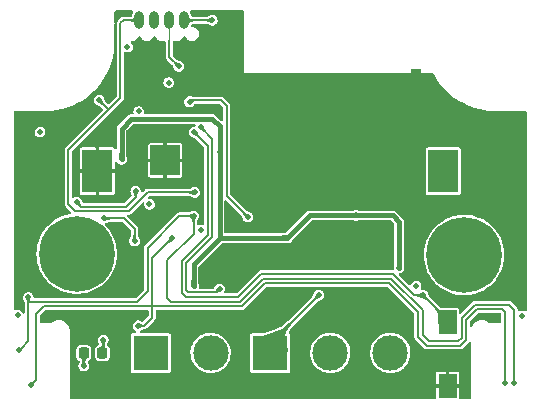
<source format=gbl>
G04 #@! TF.GenerationSoftware,KiCad,Pcbnew,(6.0.9)*
G04 #@! TF.CreationDate,2022-11-24T22:46:59+01:00*
G04 #@! TF.ProjectId,telinksensor-hw,74656c69-6e6b-4736-956e-736f722d6877,rev?*
G04 #@! TF.SameCoordinates,Original*
G04 #@! TF.FileFunction,Copper,L4,Bot*
G04 #@! TF.FilePolarity,Positive*
%FSLAX46Y46*%
G04 Gerber Fmt 4.6, Leading zero omitted, Abs format (unit mm)*
G04 Created by KiCad (PCBNEW (6.0.9)) date 2022-11-24 22:46:59*
%MOMM*%
%LPD*%
G01*
G04 APERTURE LIST*
G04 Aperture macros list*
%AMRoundRect*
0 Rectangle with rounded corners*
0 $1 Rounding radius*
0 $2 $3 $4 $5 $6 $7 $8 $9 X,Y pos of 4 corners*
0 Add a 4 corners polygon primitive as box body*
4,1,4,$2,$3,$4,$5,$6,$7,$8,$9,$2,$3,0*
0 Add four circle primitives for the rounded corners*
1,1,$1+$1,$2,$3*
1,1,$1+$1,$4,$5*
1,1,$1+$1,$6,$7*
1,1,$1+$1,$8,$9*
0 Add four rect primitives between the rounded corners*
20,1,$1+$1,$2,$3,$4,$5,0*
20,1,$1+$1,$4,$5,$6,$7,0*
20,1,$1+$1,$6,$7,$8,$9,0*
20,1,$1+$1,$8,$9,$2,$3,0*%
G04 Aperture macros list end*
G04 #@! TA.AperFunction,ComponentPad*
%ADD10C,6.400000*%
G04 #@! TD*
G04 #@! TA.AperFunction,ComponentPad*
%ADD11C,0.800000*%
G04 #@! TD*
G04 #@! TA.AperFunction,SMDPad,CuDef*
%ADD12R,2.500000X2.500000*%
G04 #@! TD*
G04 #@! TA.AperFunction,ComponentPad*
%ADD13C,0.500000*%
G04 #@! TD*
G04 #@! TA.AperFunction,SMDPad,CuDef*
%ADD14O,0.800000X1.500000*%
G04 #@! TD*
G04 #@! TA.AperFunction,ComponentPad*
%ADD15R,0.900000X0.800000*%
G04 #@! TD*
G04 #@! TA.AperFunction,SMDPad,CuDef*
%ADD16R,1.600000X2.000000*%
G04 #@! TD*
G04 #@! TA.AperFunction,SMDPad,CuDef*
%ADD17R,2.600000X3.600000*%
G04 #@! TD*
G04 #@! TA.AperFunction,ComponentPad*
%ADD18R,3.000000X3.000000*%
G04 #@! TD*
G04 #@! TA.AperFunction,ComponentPad*
%ADD19C,3.000000*%
G04 #@! TD*
G04 #@! TA.AperFunction,SMDPad,CuDef*
%ADD20RoundRect,0.218750X0.218750X0.256250X-0.218750X0.256250X-0.218750X-0.256250X0.218750X-0.256250X0*%
G04 #@! TD*
G04 #@! TA.AperFunction,ViaPad*
%ADD21C,0.500000*%
G04 #@! TD*
G04 #@! TA.AperFunction,Conductor*
%ADD22C,0.400000*%
G04 #@! TD*
G04 #@! TA.AperFunction,Conductor*
%ADD23C,0.200000*%
G04 #@! TD*
G04 #@! TA.AperFunction,Conductor*
%ADD24C,0.100000*%
G04 #@! TD*
G04 APERTURE END LIST*
D10*
X182300000Y-104500000D03*
D11*
X183997056Y-106197056D03*
X180602944Y-106197056D03*
X184700000Y-104500000D03*
X182300000Y-106900000D03*
X179900000Y-104500000D03*
X183997056Y-102802944D03*
X182300000Y-102100000D03*
X180602944Y-102802944D03*
D12*
X157000000Y-96500000D03*
D13*
X157000000Y-95500000D03*
X158000000Y-96500000D03*
X156000000Y-96500000D03*
X157000000Y-97500000D03*
X158000000Y-95500000D03*
X156000000Y-95500000D03*
X156000000Y-97500000D03*
X158000000Y-97500000D03*
X157000000Y-96500000D03*
D11*
X147802944Y-102702944D03*
X149500000Y-102000000D03*
X151197056Y-102702944D03*
X151197056Y-106097056D03*
D10*
X149500000Y-104400000D03*
D11*
X147100000Y-104400000D03*
X149500000Y-106800000D03*
X147802944Y-106097056D03*
X151900000Y-104400000D03*
D14*
X158610000Y-84630000D03*
X157340000Y-84630000D03*
X156070000Y-84630000D03*
X154800000Y-84630000D03*
D15*
X178250000Y-89125000D03*
D16*
X180900000Y-115600000D03*
X180900000Y-110200000D03*
D17*
X180550000Y-97400000D03*
X151250000Y-97400000D03*
D18*
X155760000Y-112800000D03*
D19*
X160840000Y-112800000D03*
D18*
X165900000Y-112800000D03*
D19*
X170980000Y-112800000D03*
X176060000Y-112800000D03*
D20*
X151686991Y-112800000D03*
X150111991Y-112800000D03*
D21*
X163200000Y-86400000D03*
X178300000Y-112500000D03*
X164038059Y-98510582D03*
X151300000Y-114500000D03*
X176533490Y-97571548D03*
X159300000Y-115500000D03*
X163200000Y-85600000D03*
X163200000Y-89500000D03*
X176300000Y-99500000D03*
X174149999Y-98550000D03*
X174400000Y-89500000D03*
X174600000Y-100100000D03*
X173600000Y-89500000D03*
X151325000Y-96844312D03*
X168300000Y-112500000D03*
X162620000Y-114520000D03*
X171398334Y-97227699D03*
X164000000Y-89500000D03*
X184300000Y-99500000D03*
X167919544Y-98210885D03*
X145300000Y-102700000D03*
X168000000Y-89500000D03*
X181000000Y-108200000D03*
X174824207Y-91197421D03*
X186300000Y-101500000D03*
X162000000Y-85400000D03*
X169000000Y-90600000D03*
X163300000Y-112500000D03*
X176300000Y-115500000D03*
X170300000Y-91500000D03*
X173300000Y-111500000D03*
X151325000Y-99600000D03*
X174850000Y-93605000D03*
X157300000Y-110500000D03*
X173200000Y-90600000D03*
X158300000Y-110500000D03*
X163200000Y-88000000D03*
X169600000Y-89500000D03*
X174300000Y-115500000D03*
X169300000Y-114500000D03*
X146300000Y-101500000D03*
X173300000Y-112500000D03*
X163200000Y-84800000D03*
X145000000Y-105600000D03*
X163300000Y-113500000D03*
X168300000Y-113500000D03*
X167145302Y-98443520D03*
X163150000Y-96225000D03*
X168529853Y-95979315D03*
X177283807Y-96064446D03*
X180300000Y-91500000D03*
X177300000Y-115500000D03*
X177005672Y-96860041D03*
X169300000Y-111500000D03*
X165400000Y-108300000D03*
X182300000Y-113500000D03*
X174846507Y-95273340D03*
X177300000Y-110500000D03*
X163891343Y-95979315D03*
X165478496Y-95968138D03*
X168300000Y-103500000D03*
X178300000Y-97500000D03*
X177450000Y-95250000D03*
X163150000Y-95300000D03*
X170300000Y-93500000D03*
X177107642Y-89409989D03*
X163393035Y-98507508D03*
X165300000Y-104400000D03*
X172300000Y-91500000D03*
X164700000Y-98200000D03*
X186300000Y-105500000D03*
X174850000Y-94427500D03*
X174804803Y-90466509D03*
X171200000Y-94900000D03*
X168800000Y-89500000D03*
X152300000Y-107500000D03*
X170400000Y-89500000D03*
X184300000Y-95500000D03*
X153000000Y-106300000D03*
X177437380Y-91210357D03*
X181300000Y-113500000D03*
X173300000Y-113500000D03*
X149600000Y-116200000D03*
X181300000Y-100200000D03*
X178300000Y-103500000D03*
X166400000Y-89500000D03*
X171400000Y-92500000D03*
X182300000Y-115500000D03*
X178300000Y-99500000D03*
X164300000Y-110500000D03*
X166160301Y-95968138D03*
X159300000Y-114500000D03*
X168528134Y-98762963D03*
X149900000Y-92100000D03*
X174232622Y-95950859D03*
X154300000Y-90794579D03*
X165300000Y-110500000D03*
X165900000Y-98200000D03*
X153300000Y-112500000D03*
X163200000Y-88800000D03*
X174987579Y-98451230D03*
X164800000Y-89500000D03*
X173095687Y-103041314D03*
X160660211Y-89753286D03*
X172300000Y-93500000D03*
X159080594Y-89748395D03*
X175300000Y-115500000D03*
X162800000Y-98900000D03*
X165303208Y-98756442D03*
X170300000Y-103500000D03*
X165600000Y-89500000D03*
X185081803Y-109668806D03*
X186300000Y-95500000D03*
X182300000Y-114500000D03*
X169323430Y-95979315D03*
X178300000Y-113500000D03*
X173300000Y-115500000D03*
X153300000Y-111500000D03*
X166953877Y-95979315D03*
X177450000Y-92782500D03*
X146741131Y-109656510D03*
X177104381Y-90658685D03*
X153300000Y-113500000D03*
X152400000Y-89400000D03*
X157056411Y-90794579D03*
X165100000Y-101152182D03*
X162600000Y-101200000D03*
X178600000Y-92200000D03*
X170300000Y-99500000D03*
X161900000Y-88000000D03*
X184300000Y-97500000D03*
X169100000Y-98200000D03*
X167747454Y-95979315D03*
X178300000Y-115500000D03*
X186300000Y-93500000D03*
X173800000Y-102000000D03*
X172800000Y-89500000D03*
X177681455Y-90042488D03*
X167200000Y-89500000D03*
X156134793Y-90794579D03*
X173345277Y-98547222D03*
X166300000Y-102100000D03*
X163196256Y-84089553D03*
X186300000Y-99500000D03*
X156100000Y-101822624D03*
X186300000Y-103500000D03*
X166497029Y-98465874D03*
X172000000Y-89500000D03*
X186300000Y-107500000D03*
X172300000Y-99500000D03*
X155185478Y-101822624D03*
X186300000Y-97500000D03*
X151325000Y-98676164D03*
X177450000Y-94427500D03*
X180300000Y-113500000D03*
X184300000Y-93500000D03*
X177450000Y-91960000D03*
X175815515Y-98082540D03*
X151325000Y-97758963D03*
X168300000Y-111500000D03*
X167400000Y-93000000D03*
X174850000Y-91960000D03*
X164700000Y-96000000D03*
X174850000Y-92782500D03*
X155200000Y-90794579D03*
X178300000Y-101500000D03*
X168300000Y-107500000D03*
X173500000Y-94700000D03*
X177450000Y-93605000D03*
X180300000Y-93500000D03*
X163200000Y-87200000D03*
X179300000Y-115500000D03*
X173386659Y-95969575D03*
X171200000Y-89500000D03*
X182300000Y-93500000D03*
X152460000Y-114520000D03*
X168400000Y-94700000D03*
X168300000Y-114500000D03*
X172300000Y-115500000D03*
X173170000Y-101150000D03*
X153299656Y-96399656D03*
X176800000Y-105600000D03*
X167350000Y-103050000D03*
X161595000Y-95755000D03*
X159400000Y-107100000D03*
X159500000Y-99200000D03*
X151400000Y-91400000D03*
X154750000Y-92350000D03*
X179660687Y-96054343D03*
X178230851Y-107128014D03*
X155665258Y-100213351D03*
X179710863Y-98742750D03*
X181416941Y-98774940D03*
X153800000Y-86900000D03*
X181449131Y-96054873D03*
X146400000Y-94100000D03*
X154400000Y-103300000D03*
X151800000Y-101400000D03*
X157300000Y-89900000D03*
X160025000Y-102375000D03*
X187233688Y-109660435D03*
X144500000Y-109600000D03*
X149500000Y-100000000D03*
X154500000Y-99100000D03*
X151746552Y-111695661D03*
X160000020Y-93649500D03*
X161600000Y-107400000D03*
X150100000Y-113900000D03*
X178825000Y-107925000D03*
X159473905Y-94110485D03*
X144614514Y-112550000D03*
X145400000Y-108100000D03*
X159393434Y-101198424D03*
X186550000Y-115300000D03*
X185750000Y-115300000D03*
X145650000Y-115550000D03*
X154700000Y-110500000D03*
X157612500Y-103087500D03*
X170000000Y-107900000D03*
X164000000Y-101300000D03*
X159055399Y-91522962D03*
X160981525Y-84630000D03*
X158134395Y-88534395D03*
D22*
X161000000Y-93000000D02*
X161600000Y-93600000D01*
X161600000Y-93600000D02*
X161600000Y-103100000D01*
X153299656Y-93800344D02*
X154100000Y-93000000D01*
X167350000Y-103050000D02*
X161650000Y-103050000D01*
X153299656Y-96399656D02*
X153299656Y-93800344D01*
X161600000Y-103100000D02*
X159400000Y-105300000D01*
X173170000Y-101150000D02*
X176250000Y-101150000D01*
X161650000Y-103050000D02*
X161600000Y-103100000D01*
X159400000Y-105400000D02*
X159400000Y-107100000D01*
X154100000Y-93000000D02*
X161000000Y-93000000D01*
X176250000Y-101150000D02*
X176800000Y-101700000D01*
X169250000Y-101150000D02*
X167350000Y-103050000D01*
X173170000Y-101150000D02*
X169250000Y-101150000D01*
X159400000Y-105300000D02*
X159400000Y-105500000D01*
X176800000Y-101700000D02*
X176800000Y-105600000D01*
D23*
X149400000Y-100800000D02*
X148800000Y-100200000D01*
X152150000Y-92150000D02*
X152150000Y-92250000D01*
X153900000Y-100800000D02*
X149400000Y-100800000D01*
X148800000Y-95600000D02*
X152150000Y-92250000D01*
X153200000Y-84900000D02*
X153470000Y-84630000D01*
X159500000Y-99200000D02*
X155500000Y-99200000D01*
X151400000Y-91400000D02*
X152150000Y-92150000D01*
X148800000Y-100200000D02*
X148800000Y-95600000D01*
X153470000Y-84630000D02*
X154800000Y-84630000D01*
X155500000Y-99200000D02*
X153900000Y-100800000D01*
X153200000Y-91200000D02*
X153200000Y-84900000D01*
X152150000Y-92250000D02*
X153200000Y-91200000D01*
X153500000Y-101400000D02*
X151800000Y-101400000D01*
X154400000Y-103300000D02*
X154400000Y-102300000D01*
X154400000Y-102300000D02*
X153500000Y-101400000D01*
X154500000Y-99600000D02*
X153700000Y-100400000D01*
X153700000Y-100400000D02*
X149900000Y-100400000D01*
X154500000Y-99100000D02*
X154500000Y-99600000D01*
X149900000Y-100400000D02*
X149500000Y-100000000D01*
X151746552Y-112740439D02*
X151686991Y-112800000D01*
X151746552Y-111695661D02*
X151746552Y-112740439D01*
X150111991Y-113888009D02*
X150100000Y-113900000D01*
X158800000Y-105192894D02*
X158800000Y-107500000D01*
X160000020Y-93649500D02*
X161000000Y-94649480D01*
X161350000Y-107650000D02*
X161500000Y-107500000D01*
X161000000Y-94649480D02*
X161000000Y-102992894D01*
X158800000Y-105192894D02*
X161000000Y-102992894D01*
X158950000Y-107650000D02*
X161350000Y-107650000D01*
X161500000Y-107500000D02*
X161600000Y-107400000D01*
X158800000Y-107500000D02*
X158950000Y-107650000D01*
X150111991Y-112800000D02*
X150111991Y-113888009D01*
X180900000Y-110200000D02*
X180900000Y-110000000D01*
X160600000Y-102827208D02*
X158400000Y-105027209D01*
X158400000Y-107700000D02*
X158750000Y-108050000D01*
X180900000Y-110000000D02*
X178825000Y-107925000D01*
X158400000Y-105027209D02*
X158400000Y-107700000D01*
X165134315Y-106100000D02*
X176265686Y-106100000D01*
X158750000Y-108050000D02*
X163184314Y-108050000D01*
X159473905Y-94110485D02*
X160600000Y-95236580D01*
X160600000Y-95236580D02*
X160600000Y-102827208D01*
X178090686Y-107925000D02*
X178825000Y-107925000D01*
X163184314Y-108050000D02*
X165134315Y-106100000D01*
X176265686Y-106100000D02*
X178090686Y-107925000D01*
X154584314Y-108450000D02*
X145450000Y-108450000D01*
X165300000Y-106500000D02*
X176100000Y-106500000D01*
X144850000Y-112350000D02*
X145400000Y-111800000D01*
X145400000Y-111800000D02*
X145400000Y-108500000D01*
X186550000Y-109150000D02*
X186100000Y-108700000D01*
X155500000Y-107534314D02*
X155500000Y-103900000D01*
X158201576Y-101198424D02*
X159393434Y-101198424D01*
X182100000Y-111500000D02*
X181800000Y-111800000D01*
X159393434Y-102706566D02*
X157150000Y-104950000D01*
X179300000Y-111800000D02*
X178800000Y-111300000D01*
X157150000Y-108127818D02*
X157472182Y-108450000D01*
X155500000Y-103900000D02*
X158201576Y-101198424D01*
X178800000Y-111300000D02*
X178800000Y-109200000D01*
X157472182Y-108450000D02*
X163350000Y-108450000D01*
X181800000Y-111800000D02*
X179300000Y-111800000D01*
X163350000Y-108450000D02*
X165300000Y-106500000D01*
X157150000Y-104950000D02*
X157150000Y-108127818D01*
X178800000Y-109200000D02*
X176100000Y-106500000D01*
X182100000Y-109834314D02*
X182100000Y-111500000D01*
X183234314Y-108700000D02*
X182100000Y-109834314D01*
X186100000Y-108700000D02*
X183234314Y-108700000D01*
X145400000Y-108500000D02*
X145400000Y-108100000D01*
X145450000Y-108450000D02*
X145400000Y-108500000D01*
X186550000Y-115300000D02*
X186550000Y-109150000D01*
X159393434Y-101198424D02*
X159393434Y-102706566D01*
X154584314Y-108450000D02*
X155500000Y-107534314D01*
X185750000Y-115300000D02*
X185750000Y-109350000D01*
X163515685Y-108850000D02*
X155950000Y-108850000D01*
X155200000Y-110500000D02*
X154700000Y-110500000D01*
X146769822Y-108850000D02*
X146759911Y-108859911D01*
X155900000Y-109800000D02*
X155200000Y-110500000D01*
X165465686Y-106900000D02*
X175934314Y-106900000D01*
X182500000Y-111665686D02*
X181965686Y-112200000D01*
X182500000Y-110000000D02*
X183400000Y-109100000D01*
X157612500Y-103087500D02*
X155900000Y-104800000D01*
X175934314Y-106900000D02*
X178400000Y-109365686D01*
X163515685Y-108850000D02*
X165465686Y-106900000D01*
X155950000Y-108850000D02*
X146769822Y-108850000D01*
X185500000Y-109100000D02*
X183400000Y-109100000D01*
X155900000Y-104800000D02*
X155900000Y-108800000D01*
X185750000Y-109350000D02*
X185500000Y-109100000D01*
X179134314Y-112200000D02*
X181965686Y-112200000D01*
X146759911Y-108859911D02*
X146100000Y-109519823D01*
X155900000Y-108800000D02*
X155950000Y-108850000D01*
X155900000Y-108800000D02*
X155900000Y-109800000D01*
X146100000Y-109519823D02*
X146100000Y-115100000D01*
X146100000Y-115100000D02*
X145650000Y-115550000D01*
X178400000Y-111465685D02*
X178400000Y-109365686D01*
X182500000Y-110000000D02*
X182500000Y-111665686D01*
X179134314Y-112200000D02*
X178400000Y-111465685D01*
X170000000Y-107900000D02*
X165900000Y-112000000D01*
X165900000Y-112000000D02*
X165900000Y-112800000D01*
X159178361Y-91400000D02*
X159055399Y-91522962D01*
X159055399Y-91522962D02*
X159100000Y-91400000D01*
X161700000Y-91400000D02*
X159178361Y-91400000D01*
X162200000Y-91900000D02*
X161700000Y-91400000D01*
X164000000Y-101300000D02*
X162200000Y-99500000D01*
X162200000Y-99500000D02*
X162200000Y-91900000D01*
X160981525Y-84630000D02*
X158610000Y-84630000D01*
D24*
X157340000Y-84630000D02*
X157340000Y-86260000D01*
D23*
X157340000Y-86260000D02*
X157340000Y-87740000D01*
X157340000Y-87740000D02*
X158134395Y-88534395D01*
G04 #@! TA.AperFunction,Conductor*
G36*
X175827026Y-107219407D02*
G01*
X175838839Y-107229496D01*
X178070504Y-109461161D01*
X178098281Y-109515678D01*
X178099500Y-109531165D01*
X178099500Y-111412177D01*
X178099197Y-111416302D01*
X178097575Y-111421027D01*
X178098646Y-111449560D01*
X178099430Y-111470446D01*
X178099500Y-111474159D01*
X178099500Y-111493633D01*
X178100325Y-111498063D01*
X178100661Y-111503256D01*
X178101774Y-111532893D01*
X178105380Y-111541287D01*
X178105381Y-111541290D01*
X178106317Y-111543468D01*
X178112683Y-111564419D01*
X178114791Y-111575738D01*
X178119588Y-111583520D01*
X178128768Y-111598413D01*
X178135452Y-111611281D01*
X178138444Y-111618244D01*
X178145964Y-111635748D01*
X178149978Y-111640634D01*
X178154342Y-111644998D01*
X178168613Y-111663053D01*
X178173532Y-111671033D01*
X178196769Y-111688703D01*
X178206839Y-111697495D01*
X178883994Y-112374651D01*
X178886694Y-112377780D01*
X178888889Y-112382269D01*
X178895592Y-112388487D01*
X178925136Y-112415893D01*
X178927812Y-112418469D01*
X178941591Y-112432248D01*
X178945301Y-112434793D01*
X178949214Y-112438229D01*
X178961919Y-112450014D01*
X178970960Y-112458401D01*
X178979446Y-112461787D01*
X178979448Y-112461788D01*
X178981651Y-112462667D01*
X179000962Y-112472978D01*
X179002921Y-112474322D01*
X179002924Y-112474323D01*
X179010460Y-112479493D01*
X179019352Y-112481603D01*
X179019354Y-112481604D01*
X179036380Y-112485644D01*
X179050199Y-112490014D01*
X179074936Y-112499883D01*
X179081229Y-112500500D01*
X179087399Y-112500500D01*
X179110255Y-112503175D01*
X179119380Y-112505340D01*
X179148302Y-112501404D01*
X179161651Y-112500500D01*
X181912178Y-112500500D01*
X181916303Y-112500803D01*
X181921028Y-112502425D01*
X181970447Y-112500570D01*
X181974160Y-112500500D01*
X181993634Y-112500500D01*
X181998064Y-112499675D01*
X182003257Y-112499339D01*
X182019288Y-112498737D01*
X182023761Y-112498569D01*
X182032894Y-112498226D01*
X182041288Y-112494620D01*
X182041291Y-112494619D01*
X182043469Y-112493683D01*
X182064420Y-112487317D01*
X182075739Y-112485209D01*
X182098415Y-112471232D01*
X182111282Y-112464548D01*
X182129328Y-112456795D01*
X182129329Y-112456794D01*
X182135749Y-112454036D01*
X182140635Y-112450022D01*
X182144999Y-112445658D01*
X182163054Y-112431387D01*
X182171034Y-112426468D01*
X182188704Y-112403231D01*
X182197496Y-112393161D01*
X182674651Y-111916006D01*
X182677780Y-111913306D01*
X182682269Y-111911111D01*
X182715893Y-111874864D01*
X182718469Y-111872188D01*
X182730496Y-111860161D01*
X182785013Y-111832384D01*
X182845445Y-111841955D01*
X182888710Y-111885220D01*
X182899500Y-111930165D01*
X182899500Y-116600500D01*
X182880593Y-116658691D01*
X182831093Y-116694655D01*
X182800500Y-116699500D01*
X181999000Y-116699500D01*
X181940809Y-116680593D01*
X181904845Y-116631093D01*
X181900000Y-116600500D01*
X181900000Y-115765680D01*
X181895878Y-115752995D01*
X181891757Y-115750000D01*
X179915680Y-115750000D01*
X179902995Y-115754122D01*
X179900000Y-115758243D01*
X179900000Y-116600500D01*
X179881093Y-116658691D01*
X179831593Y-116694655D01*
X179801000Y-116699500D01*
X148999500Y-116699500D01*
X148941309Y-116680593D01*
X148905345Y-116631093D01*
X148900500Y-116600500D01*
X148900500Y-115434320D01*
X179900000Y-115434320D01*
X179904122Y-115447005D01*
X179908243Y-115450000D01*
X180734320Y-115450000D01*
X180747005Y-115445878D01*
X180750000Y-115441757D01*
X180750000Y-115434320D01*
X181050000Y-115434320D01*
X181054122Y-115447005D01*
X181058243Y-115450000D01*
X181884320Y-115450000D01*
X181897005Y-115445878D01*
X181900000Y-115441757D01*
X181900000Y-114585160D01*
X181899052Y-114575538D01*
X181890298Y-114531526D01*
X181882979Y-114513858D01*
X181849611Y-114463918D01*
X181836082Y-114450389D01*
X181786142Y-114417021D01*
X181768474Y-114409702D01*
X181724462Y-114400948D01*
X181714840Y-114400000D01*
X181065680Y-114400000D01*
X181052995Y-114404122D01*
X181050000Y-114408243D01*
X181050000Y-115434320D01*
X180750000Y-115434320D01*
X180750000Y-114415680D01*
X180745878Y-114402995D01*
X180741757Y-114400000D01*
X180085160Y-114400000D01*
X180075538Y-114400948D01*
X180031526Y-114409702D01*
X180013858Y-114417021D01*
X179963918Y-114450389D01*
X179950389Y-114463918D01*
X179917021Y-114513858D01*
X179909702Y-114531526D01*
X179900948Y-114575538D01*
X179900000Y-114585160D01*
X179900000Y-115434320D01*
X148900500Y-115434320D01*
X148900500Y-113089246D01*
X149473991Y-113089246D01*
X149474600Y-113093090D01*
X149474600Y-113093092D01*
X149482587Y-113143517D01*
X149489540Y-113187420D01*
X149493076Y-113194359D01*
X149493076Y-113194360D01*
X149526099Y-113259170D01*
X149549833Y-113305751D01*
X149643740Y-113399658D01*
X149650677Y-113403193D01*
X149650679Y-113403194D01*
X149720556Y-113438798D01*
X149763821Y-113482063D01*
X149773392Y-113542495D01*
X149760678Y-113577650D01*
X149748486Y-113598130D01*
X149748173Y-113597944D01*
X149748030Y-113598173D01*
X149748349Y-113598362D01*
X149727044Y-113634251D01*
X149725926Y-113636157D01*
X149725798Y-113636378D01*
X149724668Y-113638355D01*
X149724573Y-113638524D01*
X149724526Y-113638606D01*
X149707800Y-113668238D01*
X149705549Y-113672225D01*
X149687617Y-113714379D01*
X149686826Y-113717025D01*
X149686823Y-113717033D01*
X149686548Y-113717953D01*
X149681316Y-113731657D01*
X149664754Y-113766932D01*
X149644901Y-113894440D01*
X149645816Y-113901437D01*
X149645816Y-113901438D01*
X149647082Y-113911120D01*
X149661633Y-114022394D01*
X149664471Y-114028845D01*
X149664472Y-114028847D01*
X149710764Y-114134054D01*
X149713605Y-114140510D01*
X149744459Y-114177215D01*
X149792100Y-114233892D01*
X149792103Y-114233894D01*
X149796639Y-114239291D01*
X149904060Y-114310796D01*
X149910788Y-114312898D01*
X149910790Y-114312899D01*
X149947962Y-114324512D01*
X150027233Y-114349278D01*
X150091744Y-114350461D01*
X150149202Y-114351514D01*
X150149204Y-114351514D01*
X150156255Y-114351643D01*
X150163058Y-114349788D01*
X150163060Y-114349788D01*
X150204828Y-114338400D01*
X150280755Y-114317700D01*
X150390724Y-114250179D01*
X150477322Y-114154507D01*
X150533588Y-114038375D01*
X150544596Y-113972941D01*
X150554363Y-113914891D01*
X150554363Y-113914886D01*
X150554997Y-113911120D01*
X150555133Y-113900000D01*
X150536839Y-113772259D01*
X150523771Y-113743519D01*
X150517370Y-113724542D01*
X150515231Y-113715152D01*
X150515227Y-113715141D01*
X150514149Y-113710408D01*
X150497579Y-113673339D01*
X150496555Y-113671085D01*
X150496423Y-113670799D01*
X150495117Y-113668025D01*
X150476511Y-113629243D01*
X150475661Y-113627492D01*
X150459601Y-113594813D01*
X150458935Y-113593431D01*
X150449729Y-113573941D01*
X150441972Y-113513249D01*
X150471370Y-113459589D01*
X150494300Y-113443449D01*
X150573298Y-113403197D01*
X150573302Y-113403194D01*
X150580242Y-113399658D01*
X150674149Y-113305751D01*
X150697884Y-113259170D01*
X150730906Y-113194360D01*
X150730906Y-113194359D01*
X150734442Y-113187420D01*
X150741396Y-113143517D01*
X150749382Y-113093092D01*
X150749382Y-113093090D01*
X150749991Y-113089246D01*
X151048991Y-113089246D01*
X151049600Y-113093090D01*
X151049600Y-113093092D01*
X151057587Y-113143517D01*
X151064540Y-113187420D01*
X151068076Y-113194359D01*
X151068076Y-113194360D01*
X151101099Y-113259170D01*
X151124833Y-113305751D01*
X151218740Y-113399658D01*
X151225677Y-113403193D01*
X151225679Y-113403194D01*
X151295556Y-113438798D01*
X151337071Y-113459951D01*
X151344764Y-113461170D01*
X151344766Y-113461170D01*
X151431399Y-113474891D01*
X151431401Y-113474891D01*
X151435245Y-113475500D01*
X151938737Y-113475500D01*
X151942581Y-113474891D01*
X151942583Y-113474891D01*
X152029216Y-113461170D01*
X152029218Y-113461170D01*
X152036911Y-113459951D01*
X152078426Y-113438798D01*
X152148303Y-113403194D01*
X152148305Y-113403193D01*
X152155242Y-113399658D01*
X152249149Y-113305751D01*
X152272884Y-113259170D01*
X152305906Y-113194360D01*
X152305906Y-113194359D01*
X152309442Y-113187420D01*
X152316396Y-113143517D01*
X152324382Y-113093092D01*
X152324382Y-113093090D01*
X152324991Y-113089246D01*
X152324991Y-112510754D01*
X152321707Y-112490017D01*
X152310661Y-112420275D01*
X152310661Y-112420273D01*
X152309442Y-112412580D01*
X152301961Y-112397898D01*
X152252685Y-112301188D01*
X152252684Y-112301186D01*
X152249149Y-112294249D01*
X152155242Y-112200342D01*
X152148305Y-112196807D01*
X152148303Y-112196806D01*
X152126478Y-112185686D01*
X152083213Y-112142421D01*
X152075387Y-112121521D01*
X152071875Y-112107494D01*
X152078395Y-112041166D01*
X152078711Y-112040497D01*
X152080895Y-112036153D01*
X152092460Y-112014492D01*
X152093293Y-112012963D01*
X152110081Y-111982808D01*
X152110082Y-111982808D01*
X152110082Y-111982807D01*
X152110950Y-111981231D01*
X152111029Y-111981088D01*
X152130771Y-111944818D01*
X152130953Y-111944479D01*
X152132220Y-111942106D01*
X152132304Y-111941947D01*
X152132308Y-111941940D01*
X152132389Y-111941785D01*
X152133712Y-111939221D01*
X152151071Y-111904992D01*
X152167179Y-111861794D01*
X152170847Y-111853216D01*
X152177064Y-111840385D01*
X152177064Y-111840384D01*
X152180140Y-111834036D01*
X152201549Y-111706781D01*
X152201685Y-111695661D01*
X152183391Y-111567920D01*
X152139920Y-111472311D01*
X152132901Y-111456873D01*
X152132900Y-111456872D01*
X152129980Y-111450449D01*
X152045745Y-111352689D01*
X152039828Y-111348854D01*
X152039826Y-111348852D01*
X151943376Y-111286338D01*
X151937458Y-111282502D01*
X151930702Y-111280482D01*
X151930701Y-111280481D01*
X151887887Y-111267677D01*
X151813825Y-111245527D01*
X151737196Y-111245059D01*
X151691834Y-111244782D01*
X151684783Y-111244739D01*
X151678006Y-111246676D01*
X151678005Y-111246676D01*
X151567487Y-111278262D01*
X151567485Y-111278263D01*
X151560707Y-111280200D01*
X151451571Y-111349060D01*
X151366148Y-111445783D01*
X151311306Y-111562593D01*
X151291453Y-111690101D01*
X151292368Y-111697098D01*
X151292368Y-111697099D01*
X151306729Y-111806918D01*
X151308185Y-111818055D01*
X151322071Y-111849614D01*
X151331499Y-111871041D01*
X151336218Y-111884223D01*
X151342032Y-111904991D01*
X151344232Y-111909330D01*
X151344234Y-111909334D01*
X151346456Y-111913715D01*
X151359390Y-111939219D01*
X151360714Y-111941785D01*
X151360872Y-111942086D01*
X151362329Y-111944812D01*
X151382016Y-111980984D01*
X151382073Y-111981088D01*
X151382944Y-111982670D01*
X151383020Y-111982808D01*
X151392187Y-111999272D01*
X151403976Y-112059311D01*
X151378223Y-112114812D01*
X151339225Y-112139708D01*
X151337071Y-112140049D01*
X151282813Y-112167695D01*
X151225679Y-112196806D01*
X151225677Y-112196807D01*
X151218740Y-112200342D01*
X151124833Y-112294249D01*
X151121298Y-112301186D01*
X151121297Y-112301188D01*
X151072021Y-112397898D01*
X151064540Y-112412580D01*
X151063321Y-112420273D01*
X151063321Y-112420275D01*
X151052275Y-112490017D01*
X151048991Y-112510754D01*
X151048991Y-113089246D01*
X150749991Y-113089246D01*
X150749991Y-112510754D01*
X150746707Y-112490017D01*
X150735661Y-112420275D01*
X150735661Y-112420273D01*
X150734442Y-112412580D01*
X150726961Y-112397898D01*
X150677685Y-112301188D01*
X150677684Y-112301186D01*
X150674149Y-112294249D01*
X150580242Y-112200342D01*
X150573305Y-112196807D01*
X150573303Y-112196806D01*
X150468851Y-112143585D01*
X150468850Y-112143585D01*
X150461911Y-112140049D01*
X150454218Y-112138830D01*
X150454216Y-112138830D01*
X150367583Y-112125109D01*
X150367581Y-112125109D01*
X150363737Y-112124500D01*
X149860245Y-112124500D01*
X149856401Y-112125109D01*
X149856399Y-112125109D01*
X149769766Y-112138830D01*
X149769764Y-112138830D01*
X149762071Y-112140049D01*
X149755132Y-112143585D01*
X149755131Y-112143585D01*
X149650679Y-112196806D01*
X149650677Y-112196807D01*
X149643740Y-112200342D01*
X149549833Y-112294249D01*
X149546298Y-112301186D01*
X149546297Y-112301188D01*
X149497021Y-112397898D01*
X149489540Y-112412580D01*
X149488321Y-112420273D01*
X149488321Y-112420275D01*
X149477275Y-112490017D01*
X149473991Y-112510754D01*
X149473991Y-113089246D01*
X148900500Y-113089246D01*
X148900500Y-110934953D01*
X148902004Y-110917761D01*
X148902905Y-110912651D01*
X148905136Y-110900000D01*
X148904504Y-110896415D01*
X148887470Y-110723471D01*
X148886058Y-110718815D01*
X148837392Y-110558382D01*
X148837390Y-110558376D01*
X148835979Y-110553726D01*
X148808031Y-110501438D01*
X148754653Y-110401576D01*
X148752361Y-110397288D01*
X148639831Y-110260169D01*
X148549029Y-110185650D01*
X148506469Y-110150722D01*
X148506467Y-110150721D01*
X148502712Y-110147639D01*
X148438077Y-110113091D01*
X148350566Y-110066315D01*
X148350565Y-110066315D01*
X148346274Y-110064021D01*
X148341624Y-110062610D01*
X148341618Y-110062608D01*
X148181185Y-110013942D01*
X148181181Y-110013941D01*
X148176529Y-110012530D01*
X148000000Y-109995143D01*
X147823471Y-110012530D01*
X147818819Y-110013941D01*
X147818815Y-110013942D01*
X147658382Y-110062608D01*
X147658376Y-110062610D01*
X147653726Y-110064021D01*
X147649435Y-110066315D01*
X147649434Y-110066315D01*
X147561923Y-110113091D01*
X147497288Y-110147639D01*
X147493533Y-110150721D01*
X147493531Y-110150722D01*
X147450971Y-110185650D01*
X147360169Y-110260169D01*
X147357082Y-110263931D01*
X147353647Y-110267366D01*
X147352857Y-110266576D01*
X147305657Y-110296792D01*
X147280658Y-110300000D01*
X146499500Y-110300000D01*
X146441309Y-110281093D01*
X146405345Y-110231593D01*
X146400500Y-110201000D01*
X146400500Y-109685302D01*
X146419407Y-109627111D01*
X146429496Y-109615299D01*
X146865297Y-109179497D01*
X146919814Y-109151719D01*
X146935301Y-109150500D01*
X155500500Y-109150500D01*
X155558691Y-109169407D01*
X155594655Y-109218907D01*
X155599500Y-109249500D01*
X155599500Y-109634521D01*
X155580593Y-109692712D01*
X155570504Y-109704525D01*
X155137289Y-110137740D01*
X155082772Y-110165517D01*
X155020655Y-110155066D01*
X155018829Y-110154091D01*
X155017376Y-110153300D01*
X154987062Y-110136421D01*
X154985330Y-110135467D01*
X154949129Y-110115765D01*
X154949025Y-110115710D01*
X154948952Y-110115670D01*
X154947920Y-110115119D01*
X154946404Y-110114309D01*
X154946143Y-110114172D01*
X154943581Y-110112850D01*
X154909332Y-110095481D01*
X154906723Y-110094508D01*
X154906718Y-110094506D01*
X154901913Y-110092714D01*
X154896463Y-110090443D01*
X154890906Y-110086841D01*
X154884148Y-110084820D01*
X154884146Y-110084819D01*
X154866938Y-110079673D01*
X154866952Y-110079625D01*
X154866722Y-110079593D01*
X154866123Y-110079369D01*
X154864911Y-110079067D01*
X154767273Y-110049866D01*
X154690644Y-110049398D01*
X154645282Y-110049121D01*
X154638231Y-110049078D01*
X154631454Y-110051015D01*
X154631453Y-110051015D01*
X154520935Y-110082601D01*
X154520933Y-110082602D01*
X154514155Y-110084539D01*
X154405019Y-110153399D01*
X154319596Y-110250122D01*
X154264754Y-110366932D01*
X154244901Y-110494440D01*
X154261633Y-110622394D01*
X154264471Y-110628845D01*
X154264472Y-110628847D01*
X154310764Y-110734054D01*
X154313605Y-110740510D01*
X154354646Y-110789334D01*
X154392100Y-110833892D01*
X154392103Y-110833894D01*
X154396639Y-110839291D01*
X154504060Y-110910796D01*
X154508063Y-110912047D01*
X154551494Y-110953261D01*
X154562644Y-111013422D01*
X154536303Y-111068647D01*
X154482532Y-111097842D01*
X154464491Y-111099500D01*
X154240252Y-111099500D01*
X154214005Y-111104721D01*
X154191334Y-111109230D01*
X154191332Y-111109231D01*
X154181769Y-111111133D01*
X154115448Y-111155448D01*
X154071133Y-111221769D01*
X154059500Y-111280252D01*
X154059500Y-114319748D01*
X154060448Y-114324512D01*
X154067929Y-114362121D01*
X154071133Y-114378231D01*
X154115448Y-114444552D01*
X154181769Y-114488867D01*
X154191332Y-114490769D01*
X154191334Y-114490770D01*
X154214005Y-114495279D01*
X154240252Y-114500500D01*
X157279748Y-114500500D01*
X157305995Y-114495279D01*
X157328666Y-114490770D01*
X157328668Y-114490769D01*
X157338231Y-114488867D01*
X157404552Y-114444552D01*
X157448867Y-114378231D01*
X157452072Y-114362121D01*
X157459552Y-114324512D01*
X157460500Y-114319748D01*
X157460500Y-112755361D01*
X159135316Y-112755361D01*
X159147443Y-113007820D01*
X159196752Y-113255713D01*
X159282160Y-113493595D01*
X159401792Y-113716240D01*
X159553018Y-113918756D01*
X159732517Y-114096696D01*
X159735476Y-114098866D01*
X159735480Y-114098869D01*
X159818492Y-114159735D01*
X159936346Y-114246149D01*
X160160026Y-114363833D01*
X160163497Y-114365045D01*
X160163499Y-114365046D01*
X160224476Y-114386340D01*
X160398644Y-114447162D01*
X160646958Y-114494306D01*
X160784408Y-114499706D01*
X160895843Y-114504085D01*
X160895846Y-114504085D01*
X160899513Y-114504229D01*
X161150760Y-114476713D01*
X161303722Y-114436442D01*
X161391635Y-114413297D01*
X161391640Y-114413295D01*
X161395181Y-114412363D01*
X161610747Y-114319748D01*
X164199500Y-114319748D01*
X164200448Y-114324512D01*
X164207929Y-114362121D01*
X164211133Y-114378231D01*
X164255448Y-114444552D01*
X164321769Y-114488867D01*
X164331332Y-114490769D01*
X164331334Y-114490770D01*
X164354005Y-114495279D01*
X164380252Y-114500500D01*
X167419748Y-114500500D01*
X167445995Y-114495279D01*
X167468666Y-114490770D01*
X167468668Y-114490769D01*
X167478231Y-114488867D01*
X167544552Y-114444552D01*
X167588867Y-114378231D01*
X167592072Y-114362121D01*
X167599552Y-114324512D01*
X167600500Y-114319748D01*
X167600500Y-112755361D01*
X169275316Y-112755361D01*
X169287443Y-113007820D01*
X169336752Y-113255713D01*
X169422160Y-113493595D01*
X169541792Y-113716240D01*
X169693018Y-113918756D01*
X169872517Y-114096696D01*
X169875476Y-114098866D01*
X169875480Y-114098869D01*
X169958492Y-114159735D01*
X170076346Y-114246149D01*
X170300026Y-114363833D01*
X170303497Y-114365045D01*
X170303499Y-114365046D01*
X170364476Y-114386340D01*
X170538644Y-114447162D01*
X170786958Y-114494306D01*
X170924408Y-114499706D01*
X171035843Y-114504085D01*
X171035846Y-114504085D01*
X171039513Y-114504229D01*
X171290760Y-114476713D01*
X171443722Y-114436442D01*
X171531635Y-114413297D01*
X171531640Y-114413295D01*
X171535181Y-114412363D01*
X171767405Y-114312591D01*
X171868262Y-114250179D01*
X171979205Y-114181526D01*
X171979210Y-114181522D01*
X171982331Y-114179591D01*
X172011962Y-114154507D01*
X172149142Y-114038375D01*
X172175238Y-114016283D01*
X172270815Y-113907299D01*
X172339462Y-113829023D01*
X172339466Y-113829018D01*
X172341888Y-113826256D01*
X172478619Y-113613684D01*
X172485710Y-113597944D01*
X172580918Y-113386588D01*
X172582428Y-113383236D01*
X172651034Y-113139976D01*
X172682931Y-112889247D01*
X172685268Y-112800000D01*
X172685084Y-112797527D01*
X172685084Y-112797517D01*
X172681951Y-112755361D01*
X174355316Y-112755361D01*
X174367443Y-113007820D01*
X174416752Y-113255713D01*
X174502160Y-113493595D01*
X174621792Y-113716240D01*
X174773018Y-113918756D01*
X174952517Y-114096696D01*
X174955476Y-114098866D01*
X174955480Y-114098869D01*
X175038492Y-114159735D01*
X175156346Y-114246149D01*
X175380026Y-114363833D01*
X175383497Y-114365045D01*
X175383499Y-114365046D01*
X175444476Y-114386340D01*
X175618644Y-114447162D01*
X175866958Y-114494306D01*
X176004408Y-114499706D01*
X176115843Y-114504085D01*
X176115846Y-114504085D01*
X176119513Y-114504229D01*
X176370760Y-114476713D01*
X176523722Y-114436442D01*
X176611635Y-114413297D01*
X176611640Y-114413295D01*
X176615181Y-114412363D01*
X176847405Y-114312591D01*
X176948262Y-114250179D01*
X177059205Y-114181526D01*
X177059210Y-114181522D01*
X177062331Y-114179591D01*
X177091962Y-114154507D01*
X177229142Y-114038375D01*
X177255238Y-114016283D01*
X177350815Y-113907299D01*
X177419462Y-113829023D01*
X177419466Y-113829018D01*
X177421888Y-113826256D01*
X177558619Y-113613684D01*
X177565710Y-113597944D01*
X177660918Y-113386588D01*
X177662428Y-113383236D01*
X177731034Y-113139976D01*
X177762931Y-112889247D01*
X177765268Y-112800000D01*
X177765084Y-112797527D01*
X177765084Y-112797517D01*
X177746809Y-112551599D01*
X177746808Y-112551593D01*
X177746537Y-112547945D01*
X177690756Y-112301428D01*
X177689426Y-112298007D01*
X177600480Y-112069282D01*
X177600478Y-112069277D01*
X177599150Y-112065863D01*
X177473731Y-111846426D01*
X177317255Y-111647938D01*
X177314582Y-111645424D01*
X177314577Y-111645418D01*
X177157741Y-111497882D01*
X177133160Y-111474758D01*
X176925489Y-111330691D01*
X176880569Y-111308539D01*
X176702107Y-111220531D01*
X176702103Y-111220529D01*
X176698805Y-111218903D01*
X176695303Y-111217782D01*
X176695298Y-111217780D01*
X176525906Y-111163558D01*
X176458087Y-111141849D01*
X176454472Y-111141260D01*
X176454471Y-111141260D01*
X176212241Y-111101810D01*
X176212240Y-111101810D01*
X176208624Y-111101221D01*
X176204961Y-111101173D01*
X176204960Y-111101173D01*
X176077141Y-111099500D01*
X175955896Y-111097913D01*
X175952268Y-111098407D01*
X175952264Y-111098407D01*
X175818937Y-111116552D01*
X175705455Y-111131996D01*
X175462803Y-111202723D01*
X175233270Y-111308539D01*
X175116628Y-111385013D01*
X175031998Y-111440499D01*
X175021899Y-111447120D01*
X175019166Y-111449559D01*
X175019165Y-111449560D01*
X174877794Y-111575738D01*
X174833333Y-111615421D01*
X174830986Y-111618243D01*
X174830985Y-111618244D01*
X174747378Y-111718771D01*
X174671715Y-111809746D01*
X174540595Y-112025825D01*
X174442854Y-112258911D01*
X174441949Y-112262473D01*
X174441949Y-112262474D01*
X174381655Y-112499883D01*
X174380639Y-112503883D01*
X174355316Y-112755361D01*
X172681951Y-112755361D01*
X172666809Y-112551599D01*
X172666808Y-112551593D01*
X172666537Y-112547945D01*
X172610756Y-112301428D01*
X172609426Y-112298007D01*
X172520480Y-112069282D01*
X172520478Y-112069277D01*
X172519150Y-112065863D01*
X172393731Y-111846426D01*
X172237255Y-111647938D01*
X172234582Y-111645424D01*
X172234577Y-111645418D01*
X172077741Y-111497882D01*
X172053160Y-111474758D01*
X171845489Y-111330691D01*
X171800569Y-111308539D01*
X171622107Y-111220531D01*
X171622103Y-111220529D01*
X171618805Y-111218903D01*
X171615303Y-111217782D01*
X171615298Y-111217780D01*
X171445906Y-111163558D01*
X171378087Y-111141849D01*
X171374472Y-111141260D01*
X171374471Y-111141260D01*
X171132241Y-111101810D01*
X171132240Y-111101810D01*
X171128624Y-111101221D01*
X171124961Y-111101173D01*
X171124960Y-111101173D01*
X170997141Y-111099500D01*
X170875896Y-111097913D01*
X170872268Y-111098407D01*
X170872264Y-111098407D01*
X170738937Y-111116552D01*
X170625455Y-111131996D01*
X170382803Y-111202723D01*
X170153270Y-111308539D01*
X170036628Y-111385013D01*
X169951998Y-111440499D01*
X169941899Y-111447120D01*
X169939166Y-111449559D01*
X169939165Y-111449560D01*
X169797794Y-111575738D01*
X169753333Y-111615421D01*
X169750986Y-111618243D01*
X169750985Y-111618244D01*
X169667378Y-111718771D01*
X169591715Y-111809746D01*
X169460595Y-112025825D01*
X169362854Y-112258911D01*
X169361949Y-112262473D01*
X169361949Y-112262474D01*
X169301655Y-112499883D01*
X169300639Y-112503883D01*
X169275316Y-112755361D01*
X167600500Y-112755361D01*
X167600500Y-112713108D01*
X167600985Y-112703323D01*
X167601284Y-112700313D01*
X167601765Y-112695470D01*
X167600969Y-112687323D01*
X167600500Y-112677696D01*
X167600500Y-111280252D01*
X167588867Y-111221769D01*
X167544552Y-111155448D01*
X167488005Y-111117664D01*
X167450126Y-111069614D01*
X167447724Y-111008476D01*
X167450012Y-111001394D01*
X167458883Y-110977098D01*
X167467703Y-110958942D01*
X167526150Y-110864532D01*
X167573558Y-110787953D01*
X167583285Y-110774808D01*
X167589763Y-110767419D01*
X167765578Y-110566854D01*
X167769222Y-110560773D01*
X167770453Y-110558719D01*
X167785370Y-110539601D01*
X169845899Y-108479072D01*
X169863201Y-108465270D01*
X169869613Y-108461238D01*
X169869619Y-108461234D01*
X169873727Y-108458650D01*
X169877251Y-108455316D01*
X169877260Y-108455309D01*
X169898204Y-108435494D01*
X169903207Y-108431070D01*
X169909736Y-108425679D01*
X169921837Y-108415688D01*
X169928374Y-108410733D01*
X169929634Y-108409858D01*
X169939744Y-108402834D01*
X169947595Y-108397908D01*
X169954652Y-108393928D01*
X169962825Y-108389804D01*
X169970402Y-108386412D01*
X169977442Y-108383579D01*
X169986045Y-108380496D01*
X169991066Y-108378697D01*
X169995655Y-108377179D01*
X170019136Y-108370042D01*
X170020787Y-108369557D01*
X170029071Y-108367199D01*
X170054099Y-108360074D01*
X170056009Y-108359520D01*
X170095488Y-108347867D01*
X170097917Y-108347134D01*
X170098241Y-108347034D01*
X170101503Y-108345998D01*
X170138010Y-108334061D01*
X170140535Y-108332908D01*
X170140549Y-108332902D01*
X170156238Y-108325734D01*
X170171333Y-108320269D01*
X170172676Y-108319902D01*
X170173955Y-108319554D01*
X170173956Y-108319554D01*
X170180755Y-108317700D01*
X170290724Y-108250179D01*
X170331074Y-108205601D01*
X170372590Y-108159735D01*
X170372590Y-108159734D01*
X170377322Y-108154507D01*
X170414606Y-108077553D01*
X170430512Y-108044724D01*
X170430512Y-108044723D01*
X170433588Y-108038375D01*
X170451885Y-107929617D01*
X170454363Y-107914891D01*
X170454363Y-107914886D01*
X170454997Y-107911120D01*
X170455052Y-107906665D01*
X170455086Y-107903825D01*
X170455133Y-107900000D01*
X170436839Y-107772259D01*
X170392364Y-107674442D01*
X170386349Y-107661212D01*
X170386348Y-107661211D01*
X170383428Y-107654788D01*
X170316812Y-107577476D01*
X170303798Y-107562372D01*
X170303797Y-107562371D01*
X170299193Y-107557028D01*
X170293276Y-107553193D01*
X170293274Y-107553191D01*
X170196824Y-107490677D01*
X170190906Y-107486841D01*
X170184150Y-107484821D01*
X170184149Y-107484820D01*
X170141335Y-107472016D01*
X170067273Y-107449866D01*
X169990644Y-107449398D01*
X169945282Y-107449121D01*
X169938231Y-107449078D01*
X169931454Y-107451015D01*
X169931453Y-107451015D01*
X169820935Y-107482601D01*
X169820933Y-107482602D01*
X169814155Y-107484539D01*
X169705019Y-107553399D01*
X169619596Y-107650122D01*
X169602357Y-107686841D01*
X169574355Y-107746483D01*
X169571025Y-107752946D01*
X169568326Y-107757744D01*
X169568324Y-107757749D01*
X169565941Y-107761985D01*
X169564432Y-107766599D01*
X169564430Y-107766604D01*
X169557465Y-107787905D01*
X169554000Y-107798501D01*
X169552962Y-107801768D01*
X169552862Y-107802092D01*
X169552129Y-107804521D01*
X169540479Y-107843990D01*
X169539925Y-107845900D01*
X169534818Y-107863841D01*
X169530442Y-107879212D01*
X169529957Y-107880863D01*
X169522820Y-107904344D01*
X169521302Y-107908933D01*
X169516422Y-107922552D01*
X169513587Y-107929597D01*
X169511646Y-107933933D01*
X169510195Y-107937174D01*
X169506071Y-107945347D01*
X169502091Y-107952404D01*
X169497162Y-107960260D01*
X169489262Y-107971630D01*
X169484303Y-107978171D01*
X169478453Y-107985257D01*
X169469065Y-107996628D01*
X169468926Y-107996796D01*
X169464500Y-108001802D01*
X169444572Y-108022867D01*
X169444568Y-108022872D01*
X169441346Y-108026278D01*
X169438823Y-108030229D01*
X169438820Y-108030233D01*
X169434074Y-108037666D01*
X169420638Y-108054390D01*
X167358370Y-110116658D01*
X167338970Y-110131743D01*
X167331133Y-110136403D01*
X167327525Y-110139650D01*
X167327514Y-110139658D01*
X167056914Y-110383174D01*
X167047641Y-110390564D01*
X166805622Y-110560773D01*
X166794900Y-110567338D01*
X166732102Y-110600500D01*
X166572309Y-110684881D01*
X166562111Y-110689547D01*
X166346252Y-110773881D01*
X166339247Y-110776320D01*
X166117167Y-110844414D01*
X166115437Y-110844926D01*
X165884593Y-110911052D01*
X165884531Y-110911070D01*
X165884322Y-110911130D01*
X165879924Y-110912444D01*
X165879451Y-110912591D01*
X165879330Y-110912630D01*
X165879263Y-110912651D01*
X165877414Y-110913246D01*
X165875543Y-110913848D01*
X165875311Y-110913925D01*
X165875281Y-110913935D01*
X165638940Y-110992596D01*
X165638918Y-110992604D01*
X165638370Y-110992786D01*
X165629432Y-110995992D01*
X165628419Y-110996382D01*
X165627888Y-110996601D01*
X165627885Y-110996602D01*
X165620111Y-110999805D01*
X165620074Y-110999821D01*
X165619559Y-111000033D01*
X165548898Y-111031093D01*
X165412313Y-111091131D01*
X165372475Y-111099500D01*
X164380252Y-111099500D01*
X164354005Y-111104721D01*
X164331334Y-111109230D01*
X164331332Y-111109231D01*
X164321769Y-111111133D01*
X164255448Y-111155448D01*
X164211133Y-111221769D01*
X164199500Y-111280252D01*
X164199500Y-114319748D01*
X161610747Y-114319748D01*
X161627405Y-114312591D01*
X161728262Y-114250179D01*
X161839205Y-114181526D01*
X161839210Y-114181522D01*
X161842331Y-114179591D01*
X161871962Y-114154507D01*
X162009142Y-114038375D01*
X162035238Y-114016283D01*
X162130815Y-113907299D01*
X162199462Y-113829023D01*
X162199466Y-113829018D01*
X162201888Y-113826256D01*
X162338619Y-113613684D01*
X162345710Y-113597944D01*
X162440918Y-113386588D01*
X162442428Y-113383236D01*
X162511034Y-113139976D01*
X162542931Y-112889247D01*
X162545268Y-112800000D01*
X162545084Y-112797527D01*
X162545084Y-112797517D01*
X162526809Y-112551599D01*
X162526808Y-112551593D01*
X162526537Y-112547945D01*
X162470756Y-112301428D01*
X162469426Y-112298007D01*
X162380480Y-112069282D01*
X162380478Y-112069277D01*
X162379150Y-112065863D01*
X162253731Y-111846426D01*
X162097255Y-111647938D01*
X162094582Y-111645424D01*
X162094577Y-111645418D01*
X161937741Y-111497882D01*
X161913160Y-111474758D01*
X161705489Y-111330691D01*
X161660569Y-111308539D01*
X161482107Y-111220531D01*
X161482103Y-111220529D01*
X161478805Y-111218903D01*
X161475303Y-111217782D01*
X161475298Y-111217780D01*
X161305906Y-111163558D01*
X161238087Y-111141849D01*
X161234472Y-111141260D01*
X161234471Y-111141260D01*
X160992241Y-111101810D01*
X160992240Y-111101810D01*
X160988624Y-111101221D01*
X160984961Y-111101173D01*
X160984960Y-111101173D01*
X160857141Y-111099500D01*
X160735896Y-111097913D01*
X160732268Y-111098407D01*
X160732264Y-111098407D01*
X160598937Y-111116552D01*
X160485455Y-111131996D01*
X160242803Y-111202723D01*
X160013270Y-111308539D01*
X159896628Y-111385013D01*
X159811998Y-111440499D01*
X159801899Y-111447120D01*
X159799166Y-111449559D01*
X159799165Y-111449560D01*
X159657794Y-111575738D01*
X159613333Y-111615421D01*
X159610986Y-111618243D01*
X159610985Y-111618244D01*
X159527378Y-111718771D01*
X159451715Y-111809746D01*
X159320595Y-112025825D01*
X159222854Y-112258911D01*
X159221949Y-112262473D01*
X159221949Y-112262474D01*
X159161655Y-112499883D01*
X159160639Y-112503883D01*
X159135316Y-112755361D01*
X157460500Y-112755361D01*
X157460500Y-111280252D01*
X157448867Y-111221769D01*
X157404552Y-111155448D01*
X157338231Y-111111133D01*
X157328668Y-111109231D01*
X157328666Y-111109230D01*
X157305995Y-111104721D01*
X157279748Y-111099500D01*
X154935107Y-111099500D01*
X154876916Y-111080593D01*
X154840952Y-111031093D01*
X154840952Y-110969907D01*
X154876916Y-110920407D01*
X154883323Y-110916123D01*
X154884620Y-110915327D01*
X154900497Y-110907445D01*
X154904649Y-110905829D01*
X154909333Y-110904518D01*
X154913669Y-110902319D01*
X154913674Y-110902317D01*
X154929604Y-110894237D01*
X154943583Y-110887148D01*
X154946143Y-110885827D01*
X154946159Y-110885819D01*
X154946265Y-110885763D01*
X154946270Y-110885760D01*
X154946404Y-110885690D01*
X154947920Y-110884880D01*
X154948952Y-110884329D01*
X154949025Y-110884289D01*
X154949129Y-110884234D01*
X154985330Y-110864532D01*
X154985380Y-110864505D01*
X154986851Y-110863694D01*
X154987062Y-110863578D01*
X155017377Y-110846699D01*
X155018808Y-110845919D01*
X155028730Y-110840622D01*
X155040494Y-110834342D01*
X155044833Y-110832160D01*
X155053442Y-110828093D01*
X155057886Y-110825995D01*
X155064881Y-110823014D01*
X155072641Y-110820054D01*
X155081337Y-110817190D01*
X155083358Y-110816627D01*
X155089134Y-110815017D01*
X155098149Y-110812953D01*
X155111799Y-110810494D01*
X155119925Y-110809376D01*
X155143990Y-110807078D01*
X155150638Y-110806669D01*
X155184316Y-110805736D01*
X155197511Y-110802825D01*
X155218839Y-110800500D01*
X155227948Y-110800500D01*
X155232378Y-110799675D01*
X155237571Y-110799339D01*
X155253602Y-110798737D01*
X155258075Y-110798569D01*
X155267208Y-110798226D01*
X155275602Y-110794620D01*
X155275605Y-110794619D01*
X155277783Y-110793683D01*
X155298734Y-110787317D01*
X155310053Y-110785209D01*
X155332729Y-110771232D01*
X155345596Y-110764548D01*
X155363642Y-110756795D01*
X155363643Y-110756794D01*
X155370063Y-110754036D01*
X155374949Y-110750022D01*
X155379313Y-110745658D01*
X155397368Y-110731387D01*
X155405348Y-110726468D01*
X155423018Y-110703231D01*
X155431810Y-110693161D01*
X156074651Y-110050320D01*
X156077780Y-110047620D01*
X156082269Y-110045425D01*
X156109324Y-110016260D01*
X156115893Y-110009178D01*
X156118469Y-110006502D01*
X156132247Y-109992724D01*
X156134792Y-109989013D01*
X156138220Y-109985108D01*
X156158401Y-109963354D01*
X156162666Y-109952664D01*
X156172980Y-109933348D01*
X156174321Y-109931393D01*
X156174322Y-109931390D01*
X156179492Y-109923854D01*
X156185641Y-109897941D01*
X156190014Y-109884116D01*
X156197294Y-109865868D01*
X156197294Y-109865866D01*
X156199883Y-109859378D01*
X156200500Y-109853085D01*
X156200500Y-109846916D01*
X156203175Y-109824057D01*
X156203230Y-109823827D01*
X156203230Y-109823825D01*
X156205340Y-109814934D01*
X156201404Y-109786012D01*
X156200500Y-109772663D01*
X156200500Y-109249500D01*
X156219407Y-109191309D01*
X156268907Y-109155345D01*
X156299500Y-109150500D01*
X163462177Y-109150500D01*
X163466302Y-109150803D01*
X163471027Y-109152425D01*
X163520446Y-109150570D01*
X163524159Y-109150500D01*
X163543633Y-109150500D01*
X163548063Y-109149675D01*
X163553256Y-109149339D01*
X163569287Y-109148737D01*
X163573760Y-109148569D01*
X163582893Y-109148226D01*
X163591287Y-109144620D01*
X163591290Y-109144619D01*
X163593468Y-109143683D01*
X163614419Y-109137317D01*
X163625738Y-109135209D01*
X163648414Y-109121232D01*
X163661281Y-109114548D01*
X163679327Y-109106795D01*
X163679328Y-109106794D01*
X163685748Y-109104036D01*
X163690634Y-109100022D01*
X163694998Y-109095658D01*
X163713053Y-109081387D01*
X163721033Y-109076468D01*
X163738703Y-109053231D01*
X163747495Y-109043161D01*
X165561162Y-107229496D01*
X165615679Y-107201719D01*
X165631166Y-107200500D01*
X175768835Y-107200500D01*
X175827026Y-107219407D01*
G37*
G04 #@! TD.AperFunction*
G04 #@! TA.AperFunction,Conductor*
G36*
X185392713Y-109419407D02*
G01*
X185404528Y-109429499D01*
X185420506Y-109445478D01*
X185448282Y-109499995D01*
X185449500Y-109515479D01*
X185449500Y-110201000D01*
X185430593Y-110259191D01*
X185381093Y-110295155D01*
X185350500Y-110300000D01*
X184519342Y-110300000D01*
X184461151Y-110281093D01*
X184446469Y-110267250D01*
X184446353Y-110267366D01*
X184442918Y-110263931D01*
X184439831Y-110260169D01*
X184349029Y-110185650D01*
X184306469Y-110150722D01*
X184306467Y-110150721D01*
X184302712Y-110147639D01*
X184238077Y-110113091D01*
X184150566Y-110066315D01*
X184150565Y-110066315D01*
X184146274Y-110064021D01*
X184141624Y-110062610D01*
X184141618Y-110062608D01*
X183981185Y-110013942D01*
X183981181Y-110013941D01*
X183976529Y-110012530D01*
X183800000Y-109995143D01*
X183623471Y-110012530D01*
X183618819Y-110013941D01*
X183618815Y-110013942D01*
X183458382Y-110062608D01*
X183458376Y-110062610D01*
X183453726Y-110064021D01*
X183449435Y-110066315D01*
X183449434Y-110066315D01*
X183361923Y-110113091D01*
X183297288Y-110147639D01*
X183293533Y-110150721D01*
X183293531Y-110150722D01*
X183250971Y-110185650D01*
X183160169Y-110260169D01*
X183047639Y-110397288D01*
X183045347Y-110401576D01*
X182986810Y-110511091D01*
X182942704Y-110553498D01*
X182882096Y-110561881D01*
X182828135Y-110533039D01*
X182801434Y-110477987D01*
X182800500Y-110464423D01*
X182800500Y-110165479D01*
X182819407Y-110107288D01*
X182829496Y-110095475D01*
X183495476Y-109429496D01*
X183549993Y-109401719D01*
X183565480Y-109400500D01*
X185334522Y-109400500D01*
X185392713Y-109419407D01*
G37*
G04 #@! TD.AperFunction*
G04 #@! TA.AperFunction,Conductor*
G36*
X154268458Y-83819407D02*
G01*
X154304422Y-83868907D01*
X154304422Y-83930093D01*
X154288810Y-83959766D01*
X154275464Y-83977159D01*
X154214956Y-84123238D01*
X154214109Y-84129674D01*
X154200747Y-84231168D01*
X154174406Y-84286393D01*
X154116856Y-84316214D01*
X154087197Y-84320530D01*
X154077149Y-84321471D01*
X154022168Y-84323800D01*
X154017110Y-84324014D01*
X154012507Y-84324209D01*
X154008027Y-84325249D01*
X154008014Y-84325251D01*
X154000767Y-84326934D01*
X153978375Y-84329500D01*
X153523514Y-84329500D01*
X153519385Y-84329197D01*
X153514658Y-84327574D01*
X153473266Y-84329128D01*
X153465223Y-84329430D01*
X153461509Y-84329500D01*
X153442052Y-84329500D01*
X153437622Y-84330325D01*
X153432436Y-84330661D01*
X153411925Y-84331431D01*
X153411924Y-84331431D01*
X153402792Y-84331774D01*
X153394398Y-84335380D01*
X153394395Y-84335381D01*
X153392217Y-84336317D01*
X153371266Y-84342683D01*
X153359947Y-84344791D01*
X153337269Y-84358770D01*
X153324410Y-84365450D01*
X153299938Y-84375964D01*
X153295051Y-84379977D01*
X153290685Y-84384343D01*
X153272629Y-84398615D01*
X153272432Y-84398736D01*
X153272431Y-84398737D01*
X153264652Y-84403532D01*
X153246981Y-84426770D01*
X153238203Y-84436825D01*
X153025349Y-84649680D01*
X153022221Y-84652380D01*
X153017731Y-84654575D01*
X153011514Y-84661277D01*
X153011511Y-84661279D01*
X152984080Y-84690849D01*
X152981507Y-84693521D01*
X152970978Y-84704050D01*
X152970974Y-84704055D01*
X152967752Y-84707277D01*
X152965204Y-84710991D01*
X152961773Y-84714898D01*
X152941599Y-84736646D01*
X152938212Y-84745134D01*
X152938212Y-84745135D01*
X152937334Y-84747336D01*
X152927020Y-84766652D01*
X152925679Y-84768607D01*
X152925678Y-84768610D01*
X152920508Y-84776146D01*
X152918398Y-84785038D01*
X152914359Y-84802058D01*
X152909986Y-84815884D01*
X152902706Y-84834132D01*
X152900117Y-84840622D01*
X152899500Y-84846915D01*
X152899500Y-84853084D01*
X152896825Y-84875942D01*
X152895825Y-84880156D01*
X152890484Y-84888924D01*
X152897596Y-84906638D01*
X152898596Y-84913985D01*
X152899500Y-84927337D01*
X152899500Y-86470718D01*
X152880593Y-86528909D01*
X152877466Y-86531181D01*
X152882816Y-86535399D01*
X152899500Y-86590400D01*
X152899500Y-91034521D01*
X152880593Y-91092712D01*
X152870504Y-91104525D01*
X152270004Y-91705025D01*
X152215487Y-91732802D01*
X152155055Y-91723231D01*
X152129996Y-91705025D01*
X151979073Y-91554102D01*
X151965273Y-91536804D01*
X151958652Y-91526275D01*
X151955315Y-91522747D01*
X151955312Y-91522744D01*
X151935500Y-91501803D01*
X151931075Y-91496798D01*
X151915698Y-91478174D01*
X151910735Y-91471628D01*
X151902835Y-91460257D01*
X151897908Y-91452404D01*
X151893928Y-91445347D01*
X151889804Y-91437174D01*
X151886412Y-91429597D01*
X151883577Y-91422552D01*
X151878697Y-91408933D01*
X151877179Y-91404344D01*
X151870042Y-91380863D01*
X151869557Y-91379212D01*
X151866950Y-91370055D01*
X151860074Y-91345900D01*
X151859520Y-91343990D01*
X151847867Y-91304511D01*
X151847134Y-91302082D01*
X151847034Y-91301758D01*
X151845997Y-91298495D01*
X151845817Y-91297942D01*
X151834924Y-91264632D01*
X151834060Y-91261989D01*
X151814889Y-91220024D01*
X151812201Y-91215550D01*
X151812234Y-91215530D01*
X151805536Y-91203412D01*
X151802313Y-91196323D01*
X151783428Y-91154788D01*
X151717158Y-91077877D01*
X151703798Y-91062372D01*
X151703797Y-91062371D01*
X151699193Y-91057028D01*
X151693276Y-91053193D01*
X151693274Y-91053191D01*
X151596824Y-90990677D01*
X151590906Y-90986841D01*
X151584150Y-90984821D01*
X151584149Y-90984820D01*
X151541335Y-90972016D01*
X151467273Y-90949866D01*
X151390644Y-90949398D01*
X151345282Y-90949121D01*
X151338231Y-90949078D01*
X151331454Y-90951015D01*
X151331453Y-90951015D01*
X151220935Y-90982601D01*
X151220933Y-90982602D01*
X151214155Y-90984539D01*
X151105019Y-91053399D01*
X151019596Y-91150122D01*
X150964754Y-91266932D01*
X150944901Y-91394440D01*
X150961633Y-91522394D01*
X150964471Y-91528845D01*
X150964472Y-91528847D01*
X151008358Y-91628586D01*
X151013605Y-91640510D01*
X151023103Y-91651809D01*
X151092100Y-91733892D01*
X151092103Y-91733894D01*
X151096639Y-91739291D01*
X151204060Y-91810796D01*
X151226258Y-91817731D01*
X151231395Y-91819336D01*
X151250406Y-91827544D01*
X151261989Y-91834060D01*
X151298495Y-91845997D01*
X151298713Y-91846066D01*
X151298743Y-91846076D01*
X151301581Y-91846978D01*
X151301621Y-91846991D01*
X151301758Y-91847034D01*
X151302082Y-91847134D01*
X151304511Y-91847867D01*
X151343990Y-91859520D01*
X151345900Y-91860074D01*
X151367283Y-91866161D01*
X151379212Y-91869557D01*
X151380863Y-91870042D01*
X151404344Y-91877179D01*
X151408933Y-91878697D01*
X151415961Y-91881215D01*
X151422557Y-91883579D01*
X151429597Y-91886412D01*
X151437174Y-91889804D01*
X151445347Y-91893928D01*
X151452404Y-91897908D01*
X151460253Y-91902832D01*
X151471628Y-91910735D01*
X151478174Y-91915698D01*
X151496798Y-91931075D01*
X151501803Y-91935500D01*
X151520838Y-91953508D01*
X151526275Y-91958652D01*
X151530222Y-91961172D01*
X151530223Y-91961173D01*
X151537667Y-91965926D01*
X151554392Y-91979363D01*
X151705025Y-92129996D01*
X151732802Y-92184513D01*
X151723231Y-92244945D01*
X151705025Y-92270004D01*
X148625349Y-95349680D01*
X148622220Y-95352380D01*
X148617731Y-95354575D01*
X148611513Y-95361278D01*
X148584107Y-95390822D01*
X148581531Y-95393498D01*
X148567752Y-95407277D01*
X148565207Y-95410987D01*
X148561771Y-95414900D01*
X148541599Y-95436646D01*
X148538212Y-95445134D01*
X148538212Y-95445135D01*
X148537334Y-95447336D01*
X148527020Y-95466652D01*
X148525679Y-95468607D01*
X148525678Y-95468610D01*
X148520508Y-95476146D01*
X148518398Y-95485038D01*
X148514359Y-95502058D01*
X148509986Y-95515884D01*
X148503746Y-95531526D01*
X148500117Y-95540622D01*
X148499500Y-95546915D01*
X148499500Y-95553084D01*
X148496825Y-95575943D01*
X148494660Y-95585066D01*
X148498596Y-95613987D01*
X148499500Y-95627337D01*
X148499500Y-100146492D01*
X148499197Y-100150617D01*
X148497575Y-100155342D01*
X148497918Y-100164476D01*
X148499430Y-100204761D01*
X148499500Y-100208474D01*
X148499500Y-100227948D01*
X148500325Y-100232378D01*
X148500661Y-100237571D01*
X148501774Y-100267208D01*
X148505380Y-100275602D01*
X148505381Y-100275605D01*
X148506317Y-100277783D01*
X148512683Y-100298734D01*
X148514791Y-100310053D01*
X148519588Y-100317835D01*
X148528768Y-100332728D01*
X148535451Y-100345595D01*
X148545964Y-100370063D01*
X148549978Y-100374949D01*
X148554342Y-100379313D01*
X148568613Y-100397368D01*
X148573532Y-100405348D01*
X148596769Y-100423018D01*
X148606839Y-100431810D01*
X149042013Y-100866984D01*
X149069790Y-100921501D01*
X149060219Y-100981933D01*
X149016954Y-101025198D01*
X148982530Y-101035427D01*
X148958190Y-101038028D01*
X148958184Y-101038029D01*
X148955526Y-101038313D01*
X148952911Y-101038883D01*
X148952906Y-101038884D01*
X148822034Y-101067419D01*
X148595650Y-101116779D01*
X148246354Y-101233652D01*
X147911723Y-101387565D01*
X147909419Y-101388944D01*
X147909417Y-101388945D01*
X147597962Y-101575347D01*
X147597956Y-101575351D01*
X147595672Y-101576718D01*
X147593545Y-101578327D01*
X147593543Y-101578328D01*
X147400437Y-101724373D01*
X147301898Y-101798897D01*
X147169059Y-101924078D01*
X147071490Y-102016023D01*
X147033837Y-102051505D01*
X146934963Y-102167272D01*
X146850069Y-102266670D01*
X146794626Y-102331585D01*
X146587062Y-102635862D01*
X146585804Y-102638218D01*
X146585801Y-102638223D01*
X146416874Y-102954595D01*
X146413574Y-102960776D01*
X146412576Y-102963259D01*
X146412574Y-102963263D01*
X146277207Y-103300000D01*
X146276192Y-103302526D01*
X146275466Y-103305110D01*
X146275465Y-103305112D01*
X146273027Y-103313786D01*
X146176521Y-103657115D01*
X146115729Y-104020393D01*
X146115575Y-104023064D01*
X146115574Y-104023073D01*
X146109282Y-104132209D01*
X146094527Y-104388113D01*
X146094662Y-104390778D01*
X146094662Y-104390783D01*
X146112465Y-104742204D01*
X146113162Y-104755971D01*
X146113586Y-104758618D01*
X146170746Y-105115479D01*
X146171416Y-105119665D01*
X146172122Y-105122245D01*
X146172122Y-105122246D01*
X146266133Y-105465893D01*
X146268608Y-105474941D01*
X146269588Y-105477428D01*
X146269590Y-105477435D01*
X146322283Y-105611202D01*
X146403602Y-105817642D01*
X146404844Y-105820008D01*
X146404846Y-105820012D01*
X146425701Y-105859735D01*
X146574817Y-106143759D01*
X146576309Y-106145979D01*
X146576310Y-106145981D01*
X146642015Y-106243759D01*
X146780252Y-106449477D01*
X146781978Y-106451527D01*
X146781979Y-106451528D01*
X147003721Y-106714855D01*
X147017502Y-106731221D01*
X147019441Y-106733074D01*
X147247503Y-106951015D01*
X147283792Y-106985694D01*
X147285912Y-106987321D01*
X147285917Y-106987325D01*
X147452165Y-107114891D01*
X147576008Y-107209919D01*
X147890731Y-107401274D01*
X147893156Y-107402410D01*
X147893158Y-107402411D01*
X148215484Y-107553399D01*
X148224279Y-107557519D01*
X148226820Y-107558389D01*
X148226825Y-107558391D01*
X148392847Y-107615233D01*
X148572751Y-107676828D01*
X148855419Y-107740530D01*
X148928627Y-107757028D01*
X148932070Y-107757804D01*
X149298033Y-107799500D01*
X149666358Y-107801428D01*
X150032737Y-107763567D01*
X150392884Y-107686358D01*
X150395419Y-107685520D01*
X150395425Y-107685518D01*
X150740044Y-107571546D01*
X150740049Y-107571544D01*
X150742586Y-107570705D01*
X151077752Y-107417961D01*
X151394461Y-107229913D01*
X151689009Y-107008760D01*
X151698079Y-107000273D01*
X151955987Y-106758926D01*
X151955988Y-106758925D01*
X151957950Y-106757089D01*
X152134761Y-106551528D01*
X152196388Y-106479881D01*
X152196391Y-106479877D01*
X152198138Y-106477846D01*
X152406762Y-106174295D01*
X152581383Y-105849989D01*
X152583018Y-105845964D01*
X152718950Y-105511202D01*
X152719958Y-105508720D01*
X152820865Y-105154482D01*
X152882925Y-104791418D01*
X152905411Y-104423775D01*
X152905494Y-104400000D01*
X152896586Y-104235521D01*
X152885720Y-104034877D01*
X152885719Y-104034868D01*
X152885575Y-104032209D01*
X152868402Y-103927337D01*
X152826484Y-103671357D01*
X152826483Y-103671354D01*
X152826052Y-103668720D01*
X152727620Y-103313786D01*
X152723928Y-103304507D01*
X152598550Y-102989447D01*
X152591431Y-102971558D01*
X152585723Y-102960776D01*
X152420329Y-102648404D01*
X152419078Y-102646041D01*
X152416921Y-102642854D01*
X152214082Y-102343262D01*
X152214079Y-102343259D01*
X152212578Y-102341041D01*
X151974346Y-102060128D01*
X151904899Y-101994226D01*
X151875705Y-101940457D01*
X151883691Y-101879795D01*
X151925808Y-101835412D01*
X151947005Y-101826901D01*
X151980755Y-101817700D01*
X151986767Y-101814009D01*
X151990743Y-101812288D01*
X152000497Y-101807445D01*
X152004649Y-101805829D01*
X152009333Y-101804518D01*
X152013669Y-101802319D01*
X152013674Y-101802317D01*
X152029604Y-101794237D01*
X152043583Y-101787148D01*
X152046143Y-101785827D01*
X152046159Y-101785819D01*
X152046265Y-101785763D01*
X152046270Y-101785760D01*
X152046404Y-101785690D01*
X152047920Y-101784880D01*
X152048952Y-101784329D01*
X152049025Y-101784289D01*
X152049129Y-101784234D01*
X152085330Y-101764532D01*
X152085380Y-101764505D01*
X152086851Y-101763694D01*
X152087062Y-101763578D01*
X152117377Y-101746699D01*
X152118808Y-101745919D01*
X152127266Y-101741403D01*
X152140494Y-101734342D01*
X152144833Y-101732160D01*
X152153442Y-101728093D01*
X152157886Y-101725995D01*
X152164881Y-101723014D01*
X152172641Y-101720054D01*
X152181337Y-101717190D01*
X152183358Y-101716627D01*
X152189134Y-101715017D01*
X152198149Y-101712953D01*
X152211799Y-101710494D01*
X152219925Y-101709376D01*
X152243990Y-101707078D01*
X152250638Y-101706669D01*
X152284316Y-101705736D01*
X152297511Y-101702825D01*
X152318839Y-101700500D01*
X153334521Y-101700500D01*
X153392712Y-101719407D01*
X153404525Y-101729496D01*
X154070504Y-102395476D01*
X154098281Y-102449993D01*
X154099500Y-102465480D01*
X154099500Y-102781566D01*
X154097025Y-102803563D01*
X154094264Y-102815679D01*
X154094129Y-102820532D01*
X154094129Y-102820535D01*
X154093330Y-102849355D01*
X154092921Y-102856013D01*
X154092403Y-102861432D01*
X154090623Y-102880073D01*
X154089505Y-102888200D01*
X154087046Y-102901850D01*
X154084982Y-102910865D01*
X154083372Y-102916641D01*
X154082809Y-102918662D01*
X154079945Y-102927358D01*
X154076985Y-102935118D01*
X154074007Y-102942107D01*
X154067846Y-102955153D01*
X154065659Y-102959501D01*
X154054115Y-102981122D01*
X154053281Y-102982653D01*
X154036583Y-103012644D01*
X154036476Y-103012837D01*
X154035523Y-103014568D01*
X154015777Y-103050849D01*
X154014321Y-103053574D01*
X154014163Y-103053875D01*
X154014038Y-103054117D01*
X154014010Y-103054171D01*
X154012840Y-103056439D01*
X153997088Y-103087500D01*
X153995481Y-103090668D01*
X153979369Y-103133877D01*
X153979341Y-103133988D01*
X153975180Y-103144725D01*
X153964754Y-103166932D01*
X153944901Y-103294440D01*
X153945816Y-103301437D01*
X153945816Y-103301438D01*
X153946901Y-103309735D01*
X153961633Y-103422394D01*
X153964471Y-103428845D01*
X153964472Y-103428847D01*
X154010546Y-103533558D01*
X154013605Y-103540510D01*
X154040376Y-103572358D01*
X154092100Y-103633892D01*
X154092103Y-103633894D01*
X154096639Y-103639291D01*
X154204060Y-103710796D01*
X154210788Y-103712898D01*
X154210790Y-103712899D01*
X154265352Y-103729945D01*
X154327233Y-103749278D01*
X154391744Y-103750460D01*
X154449202Y-103751514D01*
X154449204Y-103751514D01*
X154456255Y-103751643D01*
X154463058Y-103749788D01*
X154463060Y-103749788D01*
X154535841Y-103729945D01*
X154580755Y-103717700D01*
X154690724Y-103650179D01*
X154777322Y-103554507D01*
X154825086Y-103455923D01*
X154830512Y-103444724D01*
X154830512Y-103444723D01*
X154833588Y-103438375D01*
X154854997Y-103311120D01*
X154855133Y-103300000D01*
X154836839Y-103172259D01*
X154819388Y-103133877D01*
X154815331Y-103124954D01*
X154810119Y-103110668D01*
X154805832Y-103095354D01*
X154805828Y-103095343D01*
X154804519Y-103090668D01*
X154787160Y-103056439D01*
X154785837Y-103053875D01*
X154785679Y-103053574D01*
X154784223Y-103050850D01*
X154773687Y-103031490D01*
X154764531Y-103014668D01*
X154763751Y-103013251D01*
X154763693Y-103013147D01*
X154763577Y-103012936D01*
X154746773Y-102982756D01*
X154745982Y-102981304D01*
X154734329Y-102959478D01*
X154732145Y-102955135D01*
X154727473Y-102945244D01*
X154725993Y-102942109D01*
X154723016Y-102935124D01*
X154720054Y-102927359D01*
X154717190Y-102918662D01*
X154716627Y-102916641D01*
X154715017Y-102910865D01*
X154712953Y-102901850D01*
X154710494Y-102888200D01*
X154709376Y-102880074D01*
X154707596Y-102861432D01*
X154707078Y-102856009D01*
X154706669Y-102849353D01*
X154705866Y-102820374D01*
X154705736Y-102815684D01*
X154702825Y-102802489D01*
X154700500Y-102781161D01*
X154700500Y-102353508D01*
X154700803Y-102349383D01*
X154702425Y-102344658D01*
X154700570Y-102295238D01*
X154700500Y-102291525D01*
X154700500Y-102272052D01*
X154699675Y-102267622D01*
X154699338Y-102262417D01*
X154698569Y-102241926D01*
X154698226Y-102232791D01*
X154693681Y-102222212D01*
X154687317Y-102201263D01*
X154686884Y-102198936D01*
X154686882Y-102198931D01*
X154685209Y-102189947D01*
X154671232Y-102167271D01*
X154664548Y-102154404D01*
X154656795Y-102136358D01*
X154656794Y-102136357D01*
X154654036Y-102129937D01*
X154650022Y-102125051D01*
X154645658Y-102120687D01*
X154631387Y-102102632D01*
X154631264Y-102102433D01*
X154626468Y-102094652D01*
X154603231Y-102076982D01*
X154593161Y-102068190D01*
X153796067Y-101271096D01*
X153768290Y-101216579D01*
X153777861Y-101156147D01*
X153821126Y-101112882D01*
X153862357Y-101102162D01*
X153899746Y-101100758D01*
X153904762Y-101100570D01*
X153908474Y-101100500D01*
X153927948Y-101100500D01*
X153932378Y-101099675D01*
X153937571Y-101099339D01*
X153953602Y-101098737D01*
X153958075Y-101098569D01*
X153967208Y-101098226D01*
X153975602Y-101094620D01*
X153975605Y-101094619D01*
X153977783Y-101093683D01*
X153998734Y-101087317D01*
X154010053Y-101085209D01*
X154032729Y-101071232D01*
X154045596Y-101064548D01*
X154063642Y-101056795D01*
X154063643Y-101056794D01*
X154070063Y-101054036D01*
X154074949Y-101050022D01*
X154079313Y-101045658D01*
X154097368Y-101031387D01*
X154105348Y-101026468D01*
X154123018Y-101003231D01*
X154131810Y-100993161D01*
X155049696Y-100075275D01*
X155104213Y-100047498D01*
X155164645Y-100057069D01*
X155207910Y-100100334D01*
X155217521Y-100160509D01*
X155210159Y-100207791D01*
X155211074Y-100214788D01*
X155211074Y-100214789D01*
X155212199Y-100223389D01*
X155226891Y-100335745D01*
X155229729Y-100342196D01*
X155229730Y-100342198D01*
X155254093Y-100397567D01*
X155278863Y-100453861D01*
X155304919Y-100484858D01*
X155357358Y-100547243D01*
X155357361Y-100547245D01*
X155361897Y-100552642D01*
X155469318Y-100624147D01*
X155476046Y-100626249D01*
X155476048Y-100626250D01*
X155530904Y-100643388D01*
X155592491Y-100662629D01*
X155657002Y-100663811D01*
X155714460Y-100664865D01*
X155714462Y-100664865D01*
X155721513Y-100664994D01*
X155728316Y-100663139D01*
X155728318Y-100663139D01*
X155770086Y-100651751D01*
X155846013Y-100631051D01*
X155955982Y-100563530D01*
X156021018Y-100491679D01*
X156037848Y-100473086D01*
X156037848Y-100473085D01*
X156042580Y-100467858D01*
X156098846Y-100351726D01*
X156118765Y-100233330D01*
X156119621Y-100228242D01*
X156119621Y-100228237D01*
X156120255Y-100224471D01*
X156120391Y-100213351D01*
X156102097Y-100085610D01*
X156065138Y-100004324D01*
X156051607Y-99974563D01*
X156051606Y-99974562D01*
X156048686Y-99968139D01*
X155964451Y-99870379D01*
X155958534Y-99866544D01*
X155958532Y-99866542D01*
X155888071Y-99820873D01*
X155856164Y-99800192D01*
X155849408Y-99798172D01*
X155849407Y-99798171D01*
X155806593Y-99785367D01*
X155732531Y-99763217D01*
X155603489Y-99762429D01*
X155603504Y-99759926D01*
X155554359Y-99751082D01*
X155512011Y-99706920D01*
X155503709Y-99646300D01*
X155531140Y-99593831D01*
X155595475Y-99529496D01*
X155649992Y-99501719D01*
X155665479Y-99500500D01*
X158981571Y-99500500D01*
X159003569Y-99502975D01*
X159015684Y-99505736D01*
X159020537Y-99505871D01*
X159020541Y-99505871D01*
X159037651Y-99506345D01*
X159049361Y-99506669D01*
X159056009Y-99507078D01*
X159080074Y-99509376D01*
X159088200Y-99510494D01*
X159101850Y-99512953D01*
X159110865Y-99515017D01*
X159116641Y-99516627D01*
X159118662Y-99517190D01*
X159127358Y-99520054D01*
X159135118Y-99523014D01*
X159142113Y-99525995D01*
X159146557Y-99528093D01*
X159155166Y-99532160D01*
X159159505Y-99534342D01*
X159169770Y-99539822D01*
X159181191Y-99545919D01*
X159182622Y-99546699D01*
X159212937Y-99563578D01*
X159213148Y-99563694D01*
X159214619Y-99564505D01*
X159214669Y-99564532D01*
X159250870Y-99584234D01*
X159250974Y-99584289D01*
X159251047Y-99584329D01*
X159251967Y-99584820D01*
X159253595Y-99585690D01*
X159253729Y-99585760D01*
X159253734Y-99585763D01*
X159253840Y-99585819D01*
X159253856Y-99585827D01*
X159256416Y-99587148D01*
X159275554Y-99596854D01*
X159288175Y-99603255D01*
X159288180Y-99603257D01*
X159290666Y-99604518D01*
X159298287Y-99607360D01*
X159299970Y-99608073D01*
X159304060Y-99610796D01*
X159322745Y-99616633D01*
X159327789Y-99618361D01*
X159333877Y-99620631D01*
X159338940Y-99621894D01*
X159338912Y-99622004D01*
X159344710Y-99623497D01*
X159392203Y-99638334D01*
X159420501Y-99647175D01*
X159420502Y-99647175D01*
X159427233Y-99649278D01*
X159493547Y-99650494D01*
X159549202Y-99651514D01*
X159549204Y-99651514D01*
X159556255Y-99651643D01*
X159563058Y-99649788D01*
X159563060Y-99649788D01*
X159604828Y-99638400D01*
X159680755Y-99617700D01*
X159790724Y-99550179D01*
X159809445Y-99529496D01*
X159872590Y-99459735D01*
X159872590Y-99459734D01*
X159877322Y-99454507D01*
X159929834Y-99346124D01*
X159930512Y-99344724D01*
X159930512Y-99344723D01*
X159933588Y-99338375D01*
X159952744Y-99224512D01*
X159954363Y-99214891D01*
X159954363Y-99214886D01*
X159954997Y-99211120D01*
X159955133Y-99200000D01*
X159936839Y-99072259D01*
X159892119Y-98973902D01*
X159886349Y-98961212D01*
X159886348Y-98961211D01*
X159883428Y-98954788D01*
X159827176Y-98889504D01*
X159803798Y-98862372D01*
X159803797Y-98862371D01*
X159799193Y-98857028D01*
X159793276Y-98853193D01*
X159793274Y-98853191D01*
X159701997Y-98794030D01*
X159690906Y-98786841D01*
X159684150Y-98784821D01*
X159684149Y-98784820D01*
X159609089Y-98762372D01*
X159567273Y-98749866D01*
X159490644Y-98749398D01*
X159445282Y-98749121D01*
X159438231Y-98749078D01*
X159431454Y-98751015D01*
X159431453Y-98751015D01*
X159423112Y-98753399D01*
X159314155Y-98784539D01*
X159308193Y-98788301D01*
X159301753Y-98791182D01*
X159301681Y-98791020D01*
X159295712Y-98794030D01*
X159295354Y-98794169D01*
X159290668Y-98795481D01*
X159256439Y-98812840D01*
X159253875Y-98814163D01*
X159253574Y-98814321D01*
X159250854Y-98815775D01*
X159214672Y-98835466D01*
X159213016Y-98836377D01*
X159212959Y-98836409D01*
X159212937Y-98836421D01*
X159182622Y-98853300D01*
X159181191Y-98854080D01*
X159176650Y-98856504D01*
X159159505Y-98865657D01*
X159155166Y-98867839D01*
X159146557Y-98871906D01*
X159142113Y-98874004D01*
X159135118Y-98876985D01*
X159127358Y-98879945D01*
X159118662Y-98882809D01*
X159116641Y-98883372D01*
X159110865Y-98884982D01*
X159101850Y-98887046D01*
X159088200Y-98889505D01*
X159080073Y-98890623D01*
X159075449Y-98891065D01*
X159056013Y-98892921D01*
X159049362Y-98893330D01*
X159015679Y-98894264D01*
X159002904Y-98897083D01*
X159002486Y-98897175D01*
X158981155Y-98899500D01*
X155553513Y-98899500D01*
X155549384Y-98899197D01*
X155544658Y-98897574D01*
X155509686Y-98898887D01*
X155495223Y-98899430D01*
X155491509Y-98899500D01*
X155472052Y-98899500D01*
X155467622Y-98900325D01*
X155462436Y-98900661D01*
X155441925Y-98901431D01*
X155441924Y-98901431D01*
X155432792Y-98901774D01*
X155424398Y-98905380D01*
X155424395Y-98905381D01*
X155422217Y-98906317D01*
X155401266Y-98912683D01*
X155389947Y-98914791D01*
X155382164Y-98919588D01*
X155382165Y-98919588D01*
X155367272Y-98928768D01*
X155354404Y-98935452D01*
X155336353Y-98943207D01*
X155336351Y-98943208D01*
X155329937Y-98945964D01*
X155325051Y-98949977D01*
X155320685Y-98954343D01*
X155302629Y-98968615D01*
X155302432Y-98968736D01*
X155302431Y-98968737D01*
X155294652Y-98973532D01*
X155289120Y-98980807D01*
X155289119Y-98980808D01*
X155276989Y-98996760D01*
X155268196Y-99006832D01*
X155122625Y-99152404D01*
X155068109Y-99180180D01*
X155007677Y-99170609D01*
X154964412Y-99127344D01*
X154954622Y-99096434D01*
X154954337Y-99094440D01*
X154936839Y-98972259D01*
X154899544Y-98890233D01*
X154886349Y-98861212D01*
X154886348Y-98861211D01*
X154883428Y-98854788D01*
X154799193Y-98757028D01*
X154793276Y-98753193D01*
X154793274Y-98753191D01*
X154696824Y-98690677D01*
X154690906Y-98686841D01*
X154684150Y-98684821D01*
X154684149Y-98684820D01*
X154641335Y-98672016D01*
X154567273Y-98649866D01*
X154490644Y-98649398D01*
X154445282Y-98649121D01*
X154438231Y-98649078D01*
X154431454Y-98651015D01*
X154431453Y-98651015D01*
X154320935Y-98682601D01*
X154320933Y-98682602D01*
X154314155Y-98684539D01*
X154205019Y-98753399D01*
X154119596Y-98850122D01*
X154064754Y-98966932D01*
X154044901Y-99094440D01*
X154045816Y-99101437D01*
X154045816Y-99101438D01*
X154060652Y-99214891D01*
X154061633Y-99222394D01*
X154064474Y-99228850D01*
X154084947Y-99275380D01*
X154089666Y-99288562D01*
X154095480Y-99309330D01*
X154112838Y-99343558D01*
X154114162Y-99346124D01*
X154114320Y-99346425D01*
X154115777Y-99349151D01*
X154135464Y-99385323D01*
X154136415Y-99387051D01*
X154141330Y-99395878D01*
X154153240Y-99417270D01*
X154154014Y-99418688D01*
X154155049Y-99420627D01*
X154165801Y-99480855D01*
X154137739Y-99537290D01*
X153604525Y-100070504D01*
X153550008Y-100098281D01*
X153534521Y-100099500D01*
X150082294Y-100099500D01*
X150024103Y-100080593D01*
X149996060Y-100049129D01*
X149993925Y-100045343D01*
X149989804Y-100037174D01*
X149986412Y-100029597D01*
X149983577Y-100022552D01*
X149978697Y-100008933D01*
X149977179Y-100004344D01*
X149970042Y-99980863D01*
X149969557Y-99979212D01*
X149960130Y-99946098D01*
X149960074Y-99945900D01*
X149959520Y-99943990D01*
X149947867Y-99904511D01*
X149947134Y-99902082D01*
X149947034Y-99901758D01*
X149945997Y-99898495D01*
X149934060Y-99861989D01*
X149914889Y-99820024D01*
X149912201Y-99815550D01*
X149912234Y-99815530D01*
X149905536Y-99803412D01*
X149903153Y-99798171D01*
X149883428Y-99754788D01*
X149799193Y-99657028D01*
X149793276Y-99653193D01*
X149793274Y-99653191D01*
X149696824Y-99590677D01*
X149690906Y-99586841D01*
X149684150Y-99584821D01*
X149684149Y-99584820D01*
X149641335Y-99572016D01*
X149567273Y-99549866D01*
X149490644Y-99549398D01*
X149445282Y-99549121D01*
X149438231Y-99549078D01*
X149431454Y-99551015D01*
X149431453Y-99551015D01*
X149320935Y-99582601D01*
X149320933Y-99582602D01*
X149314155Y-99584539D01*
X149308191Y-99588302D01*
X149252328Y-99623549D01*
X149193025Y-99638610D01*
X149136196Y-99615937D01*
X149103546Y-99564191D01*
X149100500Y-99539822D01*
X149100500Y-99214840D01*
X149750000Y-99214840D01*
X149750948Y-99224462D01*
X149759702Y-99268474D01*
X149767021Y-99286142D01*
X149800389Y-99336082D01*
X149813918Y-99349611D01*
X149863858Y-99382979D01*
X149881526Y-99390298D01*
X149925538Y-99399052D01*
X149935160Y-99400000D01*
X151084320Y-99400000D01*
X151097005Y-99395878D01*
X151100000Y-99391757D01*
X151100000Y-99384320D01*
X151400000Y-99384320D01*
X151404122Y-99397005D01*
X151408243Y-99400000D01*
X152564840Y-99400000D01*
X152574462Y-99399052D01*
X152618474Y-99390298D01*
X152636142Y-99382979D01*
X152686082Y-99349611D01*
X152699611Y-99336082D01*
X152732979Y-99286142D01*
X152740298Y-99268474D01*
X152749052Y-99224462D01*
X152750000Y-99214840D01*
X152750000Y-97565680D01*
X152745878Y-97552995D01*
X152741757Y-97550000D01*
X151415680Y-97550000D01*
X151402995Y-97554122D01*
X151400000Y-97558243D01*
X151400000Y-99384320D01*
X151100000Y-99384320D01*
X151100000Y-97565680D01*
X151095878Y-97552995D01*
X151091757Y-97550000D01*
X149765680Y-97550000D01*
X149752995Y-97554122D01*
X149750000Y-97558243D01*
X149750000Y-99214840D01*
X149100500Y-99214840D01*
X149100500Y-97501445D01*
X155546322Y-97501445D01*
X155549164Y-97523178D01*
X155550000Y-97536014D01*
X155550000Y-97764840D01*
X155550948Y-97774462D01*
X155559702Y-97818474D01*
X155567021Y-97836142D01*
X155600389Y-97886082D01*
X155613918Y-97899611D01*
X155663858Y-97932979D01*
X155681526Y-97940298D01*
X155725538Y-97949052D01*
X155735160Y-97950000D01*
X155993050Y-97950000D01*
X155994864Y-97950017D01*
X156049140Y-97951012D01*
X156051169Y-97950759D01*
X156063404Y-97950000D01*
X156834320Y-97950000D01*
X156847005Y-97945878D01*
X156850000Y-97941757D01*
X156850000Y-97934320D01*
X157150000Y-97934320D01*
X157154122Y-97947005D01*
X157158243Y-97950000D01*
X157993050Y-97950000D01*
X157994864Y-97950017D01*
X158049140Y-97951012D01*
X158051169Y-97950759D01*
X158063404Y-97950000D01*
X158264840Y-97950000D01*
X158274462Y-97949052D01*
X158318474Y-97940298D01*
X158336142Y-97932979D01*
X158386082Y-97899611D01*
X158399611Y-97886082D01*
X158432979Y-97836142D01*
X158440298Y-97818474D01*
X158449052Y-97774462D01*
X158450000Y-97764840D01*
X158450000Y-97546072D01*
X158451372Y-97529648D01*
X158453856Y-97514881D01*
X158454538Y-97507282D01*
X158454580Y-97503825D01*
X158454084Y-97496210D01*
X158451000Y-97474674D01*
X158450000Y-97460639D01*
X158450000Y-96665680D01*
X158445878Y-96652995D01*
X158441757Y-96650000D01*
X157165680Y-96650000D01*
X157152995Y-96654122D01*
X157150000Y-96658243D01*
X157150000Y-97934320D01*
X156850000Y-97934320D01*
X156850000Y-96665680D01*
X156845878Y-96652995D01*
X156841757Y-96650000D01*
X155565680Y-96650000D01*
X155552995Y-96654122D01*
X155550000Y-96658243D01*
X155550000Y-97457288D01*
X155548821Y-97472519D01*
X155546493Y-97487472D01*
X155546322Y-97501445D01*
X149100500Y-97501445D01*
X149100500Y-97234320D01*
X149750000Y-97234320D01*
X149754122Y-97247005D01*
X149758243Y-97250000D01*
X151084320Y-97250000D01*
X151097005Y-97245878D01*
X151100000Y-97241757D01*
X151100000Y-95415680D01*
X151095878Y-95402995D01*
X151091757Y-95400000D01*
X149935160Y-95400000D01*
X149925538Y-95400948D01*
X149881526Y-95409702D01*
X149863858Y-95417021D01*
X149813918Y-95450389D01*
X149800389Y-95463918D01*
X149767021Y-95513858D01*
X149759702Y-95531526D01*
X149750948Y-95575538D01*
X149750000Y-95585160D01*
X149750000Y-97234320D01*
X149100500Y-97234320D01*
X149100500Y-95765479D01*
X149119407Y-95707288D01*
X149129496Y-95695475D01*
X150713852Y-94111120D01*
X152324656Y-92500316D01*
X152327781Y-92497619D01*
X152332269Y-92495425D01*
X152365880Y-92459192D01*
X152368456Y-92456516D01*
X152382248Y-92442724D01*
X152382250Y-92442721D01*
X153374656Y-91450316D01*
X153377781Y-91447619D01*
X153382269Y-91445425D01*
X153415880Y-91409192D01*
X153418456Y-91406516D01*
X153432248Y-91392724D01*
X153434793Y-91389013D01*
X153438234Y-91385094D01*
X153452185Y-91370055D01*
X153452185Y-91370054D01*
X153458401Y-91363354D01*
X153461787Y-91354866D01*
X153461789Y-91354863D01*
X153462667Y-91352662D01*
X153472981Y-91333346D01*
X153474322Y-91331391D01*
X153474323Y-91331389D01*
X153479492Y-91323854D01*
X153485641Y-91297941D01*
X153490014Y-91284116D01*
X153497294Y-91265868D01*
X153497294Y-91265866D01*
X153499883Y-91259378D01*
X153500500Y-91253085D01*
X153500500Y-91246916D01*
X153503175Y-91224057D01*
X153503230Y-91223827D01*
X153503230Y-91223825D01*
X153505340Y-91214934D01*
X153501404Y-91186012D01*
X153500500Y-91172663D01*
X153500500Y-89894440D01*
X156844901Y-89894440D01*
X156845816Y-89901437D01*
X156845816Y-89901438D01*
X156846995Y-89910452D01*
X156861633Y-90022394D01*
X156864471Y-90028845D01*
X156864472Y-90028847D01*
X156871458Y-90044724D01*
X156913605Y-90140510D01*
X156955122Y-90189900D01*
X156992100Y-90233892D01*
X156992103Y-90233894D01*
X156996639Y-90239291D01*
X157104060Y-90310796D01*
X157110788Y-90312898D01*
X157110790Y-90312899D01*
X157165647Y-90330037D01*
X157227233Y-90349278D01*
X157291744Y-90350460D01*
X157349202Y-90351514D01*
X157349204Y-90351514D01*
X157356255Y-90351643D01*
X157363058Y-90349788D01*
X157363060Y-90349788D01*
X157404828Y-90338400D01*
X157480755Y-90317700D01*
X157590724Y-90250179D01*
X157677322Y-90154507D01*
X157733588Y-90038375D01*
X157754997Y-89911120D01*
X157755133Y-89900000D01*
X157736839Y-89772259D01*
X157683428Y-89654788D01*
X157599193Y-89557028D01*
X157593276Y-89553193D01*
X157593274Y-89553191D01*
X157496824Y-89490677D01*
X157490906Y-89486841D01*
X157484150Y-89484821D01*
X157484149Y-89484820D01*
X157441335Y-89472016D01*
X157367273Y-89449866D01*
X157290644Y-89449398D01*
X157245282Y-89449121D01*
X157238231Y-89449078D01*
X157231454Y-89451015D01*
X157231453Y-89451015D01*
X157120935Y-89482601D01*
X157120933Y-89482602D01*
X157114155Y-89484539D01*
X157005019Y-89553399D01*
X156919596Y-89650122D01*
X156864754Y-89766932D01*
X156844901Y-89894440D01*
X153500500Y-89894440D01*
X153500500Y-87413091D01*
X153519407Y-87354900D01*
X153568907Y-87318936D01*
X153629023Y-87318595D01*
X153727233Y-87349278D01*
X153791744Y-87350461D01*
X153849202Y-87351514D01*
X153849204Y-87351514D01*
X153856255Y-87351643D01*
X153863058Y-87349788D01*
X153863060Y-87349788D01*
X153904828Y-87338400D01*
X153980755Y-87317700D01*
X154090724Y-87250179D01*
X154177322Y-87154507D01*
X154233588Y-87038375D01*
X154254997Y-86911120D01*
X154255133Y-86900000D01*
X154236839Y-86772259D01*
X154183428Y-86654788D01*
X154099193Y-86557028D01*
X154098565Y-86556621D01*
X154068629Y-86506603D01*
X154074067Y-86445660D01*
X154114288Y-86399552D01*
X154165130Y-86385500D01*
X154204361Y-86385500D01*
X154321762Y-86370044D01*
X154467841Y-86309536D01*
X154593282Y-86213282D01*
X154689536Y-86087841D01*
X154708536Y-86041971D01*
X154748273Y-85995446D01*
X154807767Y-85981162D01*
X154864295Y-86004577D01*
X154891464Y-86041971D01*
X154910464Y-86087841D01*
X155006718Y-86213282D01*
X155132159Y-86309536D01*
X155278238Y-86370044D01*
X155395639Y-86385500D01*
X155474361Y-86385500D01*
X155591762Y-86370044D01*
X155737841Y-86309536D01*
X155863282Y-86213282D01*
X155959536Y-86087841D01*
X155978536Y-86041971D01*
X156018273Y-85995446D01*
X156077767Y-85981162D01*
X156134295Y-86004577D01*
X156161464Y-86041971D01*
X156180464Y-86087841D01*
X156276718Y-86213282D01*
X156402159Y-86309536D01*
X156548238Y-86370044D01*
X156665639Y-86385500D01*
X156744361Y-86385500D01*
X156861762Y-86370044D01*
X156867760Y-86367560D01*
X156867762Y-86367559D01*
X156902615Y-86353123D01*
X156963612Y-86348323D01*
X157015781Y-86380292D01*
X157039195Y-86436820D01*
X157039500Y-86444587D01*
X157039500Y-87686492D01*
X157039197Y-87690617D01*
X157037575Y-87695342D01*
X157037918Y-87704476D01*
X157039430Y-87744761D01*
X157039500Y-87748474D01*
X157039500Y-87767948D01*
X157040325Y-87772378D01*
X157040661Y-87777571D01*
X157041774Y-87807208D01*
X157045380Y-87815602D01*
X157045381Y-87815605D01*
X157046317Y-87817783D01*
X157052683Y-87838734D01*
X157054791Y-87850053D01*
X157059588Y-87857835D01*
X157068768Y-87872728D01*
X157075451Y-87885595D01*
X157085964Y-87910063D01*
X157089978Y-87914949D01*
X157094342Y-87919313D01*
X157108613Y-87937368D01*
X157113532Y-87945348D01*
X157136769Y-87963018D01*
X157146839Y-87971810D01*
X157555324Y-88380295D01*
X157569124Y-88397593D01*
X157575743Y-88408119D01*
X157579087Y-88411654D01*
X157579088Y-88411655D01*
X157598895Y-88432592D01*
X157603321Y-88437598D01*
X157618697Y-88456221D01*
X157623659Y-88462766D01*
X157631559Y-88474137D01*
X157636486Y-88481990D01*
X157640466Y-88489047D01*
X157644589Y-88497219D01*
X157647982Y-88504797D01*
X157650816Y-88511841D01*
X157655693Y-88525451D01*
X157657220Y-88530064D01*
X157664337Y-88553486D01*
X157664829Y-88555161D01*
X157674269Y-88588319D01*
X157674314Y-88588476D01*
X157674841Y-88590294D01*
X157674869Y-88590389D01*
X157674901Y-88590498D01*
X157674918Y-88590556D01*
X157686489Y-88629757D01*
X157686521Y-88629863D01*
X157686527Y-88629884D01*
X157687260Y-88632312D01*
X157687360Y-88632636D01*
X157688398Y-88635902D01*
X157700336Y-88672409D01*
X157719506Y-88714371D01*
X157720939Y-88716756D01*
X157720941Y-88716760D01*
X157722194Y-88718845D01*
X157722077Y-88718916D01*
X157722155Y-88719065D01*
X157728771Y-88731205D01*
X157748000Y-88774905D01*
X157789517Y-88824296D01*
X157826495Y-88868287D01*
X157826498Y-88868289D01*
X157831034Y-88873686D01*
X157938455Y-88945191D01*
X157945183Y-88947293D01*
X157945185Y-88947294D01*
X158000041Y-88964432D01*
X158061628Y-88983673D01*
X158126139Y-88984856D01*
X158183597Y-88985909D01*
X158183599Y-88985909D01*
X158190650Y-88986038D01*
X158197453Y-88984183D01*
X158197455Y-88984183D01*
X158239223Y-88972795D01*
X158315150Y-88952095D01*
X158425119Y-88884574D01*
X158511717Y-88788902D01*
X158567983Y-88672770D01*
X158578991Y-88607336D01*
X158588758Y-88549286D01*
X158588758Y-88549281D01*
X158589392Y-88545515D01*
X158589528Y-88534395D01*
X158571234Y-88406654D01*
X158517823Y-88289183D01*
X158433588Y-88191423D01*
X158427671Y-88187588D01*
X158427669Y-88187586D01*
X158331223Y-88125074D01*
X158331221Y-88125073D01*
X158325301Y-88121236D01*
X158302258Y-88114345D01*
X158282096Y-88105785D01*
X158272409Y-88100336D01*
X158235902Y-88088398D01*
X158235720Y-88088340D01*
X158232838Y-88087424D01*
X158232794Y-88087410D01*
X158232636Y-88087360D01*
X158232482Y-88087312D01*
X158232439Y-88087299D01*
X158232406Y-88087289D01*
X158232312Y-88087260D01*
X158229883Y-88086527D01*
X158190404Y-88074874D01*
X158188494Y-88074320D01*
X158155182Y-88064837D01*
X158153531Y-88064352D01*
X158130050Y-88057215D01*
X158125461Y-88055697D01*
X158118433Y-88053179D01*
X158111837Y-88050815D01*
X158104797Y-88047982D01*
X158097219Y-88044589D01*
X158089047Y-88040466D01*
X158081990Y-88036486D01*
X158074137Y-88031559D01*
X158062766Y-88023659D01*
X158056221Y-88018697D01*
X158037598Y-88003321D01*
X158032592Y-87998895D01*
X158011535Y-87978974D01*
X158011531Y-87978971D01*
X158008119Y-87975743D01*
X157996727Y-87968469D01*
X157980007Y-87955036D01*
X157669496Y-87644525D01*
X157641719Y-87590008D01*
X157640500Y-87574521D01*
X157640500Y-86444587D01*
X157659407Y-86386396D01*
X157708907Y-86350432D01*
X157770093Y-86350432D01*
X157777385Y-86353123D01*
X157812238Y-86367559D01*
X157812240Y-86367560D01*
X157818238Y-86370044D01*
X157935639Y-86385500D01*
X158014361Y-86385500D01*
X158131762Y-86370044D01*
X158277841Y-86309536D01*
X158403282Y-86213282D01*
X158499536Y-86087841D01*
X158518536Y-86041971D01*
X158558273Y-85995446D01*
X158617767Y-85981162D01*
X158674295Y-86004577D01*
X158701464Y-86041971D01*
X158720464Y-86087841D01*
X158816718Y-86213282D01*
X158942159Y-86309536D01*
X159088238Y-86370044D01*
X159205639Y-86385500D01*
X159284361Y-86385500D01*
X159401762Y-86370044D01*
X159547841Y-86309536D01*
X159673282Y-86213282D01*
X159769536Y-86087841D01*
X159830044Y-85941762D01*
X159850682Y-85785000D01*
X159830044Y-85628238D01*
X159769536Y-85482159D01*
X159673282Y-85356718D01*
X159547841Y-85260464D01*
X159401762Y-85199956D01*
X159341458Y-85192017D01*
X159288541Y-85185050D01*
X159233316Y-85158709D01*
X159204121Y-85104938D01*
X159203310Y-85073976D01*
X159208376Y-85035493D01*
X159209253Y-85028832D01*
X159235593Y-84973606D01*
X159293148Y-84943785D01*
X159322790Y-84939471D01*
X159332859Y-84938528D01*
X159392887Y-84935986D01*
X159392888Y-84935986D01*
X159397490Y-84935791D01*
X159401969Y-84934751D01*
X159401984Y-84934749D01*
X159409230Y-84933066D01*
X159431622Y-84930500D01*
X160463096Y-84930500D01*
X160485094Y-84932975D01*
X160497209Y-84935736D01*
X160502062Y-84935871D01*
X160502066Y-84935871D01*
X160519176Y-84936345D01*
X160530886Y-84936669D01*
X160537534Y-84937078D01*
X160561599Y-84939376D01*
X160569725Y-84940494D01*
X160583375Y-84942953D01*
X160592390Y-84945017D01*
X160597626Y-84946476D01*
X160600187Y-84947190D01*
X160608883Y-84950054D01*
X160616643Y-84953014D01*
X160623638Y-84955995D01*
X160625962Y-84957092D01*
X160636691Y-84962160D01*
X160641030Y-84964342D01*
X160653270Y-84970876D01*
X160662716Y-84975919D01*
X160664147Y-84976699D01*
X160694462Y-84993578D01*
X160694673Y-84993694D01*
X160696144Y-84994505D01*
X160696194Y-84994532D01*
X160732395Y-85014234D01*
X160732499Y-85014289D01*
X160732572Y-85014329D01*
X160733604Y-85014880D01*
X160735120Y-85015690D01*
X160735254Y-85015760D01*
X160735259Y-85015763D01*
X160735365Y-85015819D01*
X160735381Y-85015827D01*
X160737941Y-85017148D01*
X160757079Y-85026854D01*
X160769700Y-85033255D01*
X160769705Y-85033257D01*
X160772191Y-85034518D01*
X160779812Y-85037360D01*
X160781495Y-85038073D01*
X160785585Y-85040796D01*
X160804270Y-85046633D01*
X160809314Y-85048361D01*
X160815402Y-85050631D01*
X160820465Y-85051894D01*
X160820437Y-85052004D01*
X160826235Y-85053497D01*
X160873728Y-85068334D01*
X160902026Y-85077175D01*
X160902027Y-85077175D01*
X160908758Y-85079278D01*
X160975072Y-85080494D01*
X161030727Y-85081514D01*
X161030729Y-85081514D01*
X161037780Y-85081643D01*
X161044583Y-85079788D01*
X161044585Y-85079788D01*
X161097068Y-85065479D01*
X161162280Y-85047700D01*
X161272249Y-84980179D01*
X161293146Y-84957092D01*
X161354115Y-84889735D01*
X161354115Y-84889734D01*
X161358847Y-84884507D01*
X161415113Y-84768375D01*
X161433489Y-84659149D01*
X161435888Y-84644891D01*
X161435888Y-84644886D01*
X161436522Y-84641120D01*
X161436658Y-84630000D01*
X161418364Y-84502259D01*
X161376783Y-84410807D01*
X161367874Y-84391212D01*
X161367873Y-84391211D01*
X161364953Y-84384788D01*
X161308701Y-84319504D01*
X161285323Y-84292372D01*
X161285322Y-84292371D01*
X161280718Y-84287028D01*
X161274801Y-84283193D01*
X161274799Y-84283191D01*
X161183522Y-84224030D01*
X161172431Y-84216841D01*
X161165675Y-84214821D01*
X161165674Y-84214820D01*
X161122860Y-84202016D01*
X161048798Y-84179866D01*
X160972169Y-84179398D01*
X160926807Y-84179121D01*
X160919756Y-84179078D01*
X160912979Y-84181015D01*
X160912978Y-84181015D01*
X160802457Y-84212602D01*
X160795680Y-84214539D01*
X160789718Y-84218301D01*
X160783278Y-84221182D01*
X160783206Y-84221020D01*
X160777237Y-84224030D01*
X160776879Y-84224169D01*
X160772193Y-84225481D01*
X160737964Y-84242840D01*
X160735400Y-84244163D01*
X160735099Y-84244321D01*
X160732379Y-84245775D01*
X160696197Y-84265466D01*
X160694541Y-84266377D01*
X160694484Y-84266409D01*
X160694462Y-84266421D01*
X160664147Y-84283300D01*
X160662716Y-84284080D01*
X160658383Y-84286393D01*
X160641030Y-84295657D01*
X160636691Y-84297839D01*
X160628082Y-84301906D01*
X160623638Y-84304004D01*
X160616643Y-84306985D01*
X160608883Y-84309945D01*
X160600187Y-84312809D01*
X160598166Y-84313372D01*
X160592390Y-84314982D01*
X160583375Y-84317046D01*
X160569725Y-84319505D01*
X160561598Y-84320623D01*
X160556974Y-84321065D01*
X160537538Y-84322921D01*
X160530887Y-84323330D01*
X160497204Y-84324264D01*
X160485103Y-84326934D01*
X160484011Y-84327175D01*
X160462680Y-84329500D01*
X159431109Y-84329500D01*
X159407699Y-84326692D01*
X159402227Y-84325360D01*
X159402217Y-84325359D01*
X159397493Y-84324209D01*
X159332850Y-84321471D01*
X159322787Y-84320528D01*
X159293145Y-84316213D01*
X159238285Y-84289121D01*
X159209253Y-84231168D01*
X159195891Y-84129674D01*
X159195044Y-84123238D01*
X159134536Y-83977159D01*
X159121190Y-83959766D01*
X159100767Y-83902090D01*
X159118145Y-83843425D01*
X159166687Y-83806178D01*
X159199733Y-83800500D01*
X163601000Y-83800500D01*
X163659191Y-83819407D01*
X163695155Y-83868907D01*
X163700000Y-83899500D01*
X163700000Y-89100000D01*
X179649877Y-89100000D01*
X179708068Y-89118907D01*
X179736253Y-89150625D01*
X179950445Y-89533091D01*
X180203677Y-89912079D01*
X180485862Y-90270030D01*
X180795263Y-90604737D01*
X181129970Y-90914138D01*
X181487921Y-91196323D01*
X181586197Y-91261989D01*
X181853868Y-91440841D01*
X181866909Y-91449555D01*
X182264596Y-91672271D01*
X182266354Y-91673082D01*
X182266361Y-91673085D01*
X182676750Y-91862277D01*
X182676761Y-91862282D01*
X182678532Y-91863098D01*
X182680359Y-91863772D01*
X182680371Y-91863777D01*
X183086002Y-92013421D01*
X183106164Y-92020859D01*
X183108034Y-92021387D01*
X183108039Y-92021388D01*
X183264374Y-92065479D01*
X183544855Y-92144583D01*
X183546747Y-92144959D01*
X183546758Y-92144962D01*
X183745597Y-92184513D01*
X183991902Y-92233506D01*
X184444547Y-92287080D01*
X184720563Y-92297925D01*
X184888538Y-92304525D01*
X184888539Y-92304525D01*
X184898825Y-92304929D01*
X184900000Y-92305136D01*
X184917764Y-92302004D01*
X184934953Y-92300500D01*
X187500500Y-92300500D01*
X187558691Y-92319407D01*
X187594655Y-92368907D01*
X187599500Y-92399500D01*
X187599500Y-109178498D01*
X187580593Y-109236689D01*
X187531093Y-109272653D01*
X187469907Y-109272653D01*
X187446655Y-109261574D01*
X187430516Y-109251114D01*
X187430514Y-109251113D01*
X187424594Y-109247276D01*
X187417838Y-109245256D01*
X187417837Y-109245255D01*
X187375023Y-109232451D01*
X187300961Y-109210301D01*
X187224332Y-109209833D01*
X187178970Y-109209556D01*
X187171919Y-109209513D01*
X187165142Y-109211450D01*
X187165141Y-109211450D01*
X187054623Y-109243036D01*
X187054621Y-109243037D01*
X187047843Y-109244974D01*
X187041878Y-109248738D01*
X187041875Y-109248739D01*
X187004103Y-109272571D01*
X186944801Y-109287632D01*
X186887971Y-109264959D01*
X186855322Y-109213213D01*
X186852346Y-109192557D01*
X186852276Y-109190677D01*
X186850570Y-109145239D01*
X186850500Y-109141526D01*
X186850500Y-109122052D01*
X186849675Y-109117622D01*
X186849338Y-109112417D01*
X186849024Y-109104036D01*
X186848226Y-109082792D01*
X186844620Y-109074398D01*
X186844619Y-109074395D01*
X186843683Y-109072217D01*
X186837317Y-109051266D01*
X186835209Y-109039947D01*
X186821232Y-109017271D01*
X186814548Y-109004404D01*
X186806795Y-108986358D01*
X186806794Y-108986357D01*
X186804036Y-108979937D01*
X186800022Y-108975051D01*
X186795658Y-108970687D01*
X186781387Y-108952632D01*
X186781264Y-108952433D01*
X186776468Y-108944652D01*
X186753231Y-108926982D01*
X186743161Y-108918190D01*
X186350320Y-108525349D01*
X186347620Y-108522220D01*
X186345425Y-108517731D01*
X186321401Y-108495445D01*
X186309178Y-108484107D01*
X186306502Y-108481531D01*
X186292723Y-108467752D01*
X186289013Y-108465207D01*
X186285100Y-108461771D01*
X186270055Y-108447815D01*
X186263354Y-108441599D01*
X186252664Y-108437334D01*
X186233348Y-108427020D01*
X186231393Y-108425679D01*
X186231390Y-108425678D01*
X186223854Y-108420508D01*
X186197941Y-108414359D01*
X186184116Y-108409986D01*
X186165868Y-108402706D01*
X186165866Y-108402706D01*
X186159378Y-108400117D01*
X186153085Y-108399500D01*
X186146916Y-108399500D01*
X186124057Y-108396825D01*
X186123827Y-108396770D01*
X186123825Y-108396770D01*
X186114934Y-108394660D01*
X186087174Y-108398438D01*
X186086013Y-108398596D01*
X186072663Y-108399500D01*
X183287822Y-108399500D01*
X183283697Y-108399197D01*
X183278972Y-108397575D01*
X183229552Y-108399430D01*
X183225839Y-108399500D01*
X183206366Y-108399500D01*
X183201936Y-108400325D01*
X183196743Y-108400661D01*
X183177612Y-108401379D01*
X183176240Y-108401431D01*
X183167105Y-108401774D01*
X183158708Y-108405382D01*
X183158707Y-108405382D01*
X183156526Y-108406319D01*
X183135577Y-108412683D01*
X183133250Y-108413116D01*
X183133245Y-108413118D01*
X183124261Y-108414791D01*
X183103100Y-108427835D01*
X183101586Y-108428768D01*
X183088718Y-108435452D01*
X183070672Y-108443205D01*
X183070671Y-108443206D01*
X183064251Y-108445964D01*
X183059365Y-108449978D01*
X183055001Y-108454342D01*
X183036946Y-108468613D01*
X183028966Y-108473532D01*
X183011296Y-108496769D01*
X183002504Y-108506839D01*
X182069504Y-109439839D01*
X182014987Y-109467616D01*
X181954555Y-109458045D01*
X181911290Y-109414780D01*
X181900500Y-109369835D01*
X181900500Y-109180252D01*
X181894130Y-109148226D01*
X181890770Y-109131334D01*
X181890769Y-109131332D01*
X181888867Y-109121769D01*
X181844552Y-109055448D01*
X181778231Y-109011133D01*
X181768668Y-109009231D01*
X181768666Y-109009230D01*
X181744402Y-109004404D01*
X181719748Y-108999500D01*
X180438049Y-108999500D01*
X180391996Y-108988136D01*
X180376394Y-108979937D01*
X180344360Y-108963103D01*
X180333115Y-108956200D01*
X180227909Y-108881514D01*
X180218802Y-108874204D01*
X180191495Y-108849500D01*
X180091525Y-108759059D01*
X180087652Y-108756676D01*
X180087648Y-108756673D01*
X180081945Y-108753164D01*
X180063822Y-108738851D01*
X179404073Y-108079102D01*
X179390273Y-108061804D01*
X179383652Y-108051275D01*
X179380315Y-108047747D01*
X179380312Y-108047744D01*
X179360500Y-108026803D01*
X179356075Y-108021798D01*
X179340698Y-108003174D01*
X179335735Y-107996628D01*
X179327835Y-107985257D01*
X179322908Y-107977404D01*
X179318928Y-107970347D01*
X179314804Y-107962174D01*
X179311412Y-107954597D01*
X179308577Y-107947552D01*
X179303697Y-107933933D01*
X179302179Y-107929344D01*
X179295042Y-107905863D01*
X179294557Y-107904212D01*
X179287440Y-107879212D01*
X179285074Y-107870900D01*
X179284520Y-107868990D01*
X179272867Y-107829511D01*
X179272134Y-107827082D01*
X179272034Y-107826758D01*
X179270997Y-107823495D01*
X179269147Y-107817835D01*
X179263664Y-107801069D01*
X179259060Y-107786989D01*
X179239889Y-107745024D01*
X179237201Y-107740550D01*
X179237234Y-107740530D01*
X179230536Y-107728412D01*
X179228252Y-107723389D01*
X179208428Y-107679788D01*
X179124193Y-107582028D01*
X179118276Y-107578193D01*
X179118274Y-107578191D01*
X179025348Y-107517961D01*
X179015906Y-107511841D01*
X179009150Y-107509821D01*
X179009149Y-107509820D01*
X178945140Y-107490677D01*
X178892273Y-107474866D01*
X178815644Y-107474398D01*
X178770282Y-107474121D01*
X178763231Y-107474078D01*
X178756450Y-107476016D01*
X178744559Y-107479414D01*
X178683413Y-107477225D01*
X178635231Y-107439513D01*
X178618418Y-107380683D01*
X178628261Y-107341059D01*
X178628643Y-107340272D01*
X178664439Y-107266389D01*
X178682925Y-107156509D01*
X178685214Y-107142905D01*
X178685214Y-107142900D01*
X178685848Y-107139134D01*
X178685984Y-107128014D01*
X178667690Y-107000273D01*
X178644413Y-106949078D01*
X178617200Y-106889226D01*
X178617199Y-106889225D01*
X178614279Y-106882802D01*
X178530044Y-106785042D01*
X178524127Y-106781207D01*
X178524125Y-106781205D01*
X178447007Y-106731221D01*
X178421757Y-106714855D01*
X178415001Y-106712835D01*
X178415000Y-106712834D01*
X178372186Y-106700030D01*
X178298124Y-106677880D01*
X178221495Y-106677412D01*
X178176133Y-106677135D01*
X178169082Y-106677092D01*
X178162305Y-106679029D01*
X178162304Y-106679029D01*
X178051786Y-106710615D01*
X178051784Y-106710616D01*
X178045006Y-106712553D01*
X177935870Y-106781413D01*
X177850447Y-106878136D01*
X177795605Y-106994946D01*
X177794847Y-106999812D01*
X177760314Y-107049132D01*
X177702463Y-107069053D01*
X177643950Y-107051165D01*
X177630729Y-107040072D01*
X176808313Y-106217656D01*
X176780536Y-106163139D01*
X176790107Y-106102707D01*
X176833372Y-106059442D01*
X176856452Y-106052366D01*
X176856255Y-106051643D01*
X176980755Y-106017700D01*
X177090724Y-105950179D01*
X177122430Y-105915151D01*
X177172590Y-105859735D01*
X177172590Y-105859734D01*
X177177322Y-105854507D01*
X177233588Y-105738375D01*
X177254997Y-105611120D01*
X177255133Y-105600000D01*
X177236839Y-105472259D01*
X177221236Y-105437942D01*
X177214189Y-105415911D01*
X177212272Y-105406073D01*
X177210429Y-105401575D01*
X177209034Y-105396910D01*
X177209470Y-105396779D01*
X177205923Y-105384465D01*
X177205761Y-105383533D01*
X177204733Y-105375854D01*
X177203614Y-105363963D01*
X177203251Y-105358455D01*
X177202456Y-105337577D01*
X177202384Y-105334017D01*
X177202322Y-105304314D01*
X177202337Y-105302397D01*
X177202986Y-105264824D01*
X177202998Y-105264209D01*
X177203289Y-105251847D01*
X177204048Y-105219517D01*
X177204066Y-105218685D01*
X177205035Y-105168815D01*
X177205068Y-105166423D01*
X177205161Y-105154482D01*
X177205365Y-105128306D01*
X177205365Y-105128303D01*
X177205403Y-105123391D01*
X177202292Y-105107262D01*
X177200500Y-105088512D01*
X177200500Y-104488113D01*
X178894527Y-104488113D01*
X178894662Y-104490778D01*
X178894662Y-104490783D01*
X178912964Y-104852058D01*
X178913162Y-104855971D01*
X178913586Y-104858618D01*
X178963295Y-105168961D01*
X178971416Y-105219665D01*
X178972122Y-105222245D01*
X178972122Y-105222246D01*
X179041934Y-105477435D01*
X179068608Y-105574941D01*
X179069588Y-105577428D01*
X179069590Y-105577435D01*
X179135621Y-105745062D01*
X179203602Y-105917642D01*
X179204844Y-105920008D01*
X179204846Y-105920012D01*
X179257107Y-106019554D01*
X179374817Y-106243759D01*
X179376309Y-106245979D01*
X179376310Y-106245981D01*
X179514433Y-106451528D01*
X179580252Y-106549477D01*
X179581978Y-106551527D01*
X179581979Y-106551528D01*
X179761591Y-106764824D01*
X179817502Y-106831221D01*
X179819441Y-106833074D01*
X180047660Y-107051165D01*
X180083792Y-107085694D01*
X180085912Y-107087321D01*
X180085917Y-107087325D01*
X180153436Y-107139134D01*
X180376008Y-107309919D01*
X180690731Y-107501274D01*
X180693156Y-107502410D01*
X180693158Y-107502411D01*
X181021843Y-107656378D01*
X181024279Y-107657519D01*
X181026820Y-107658389D01*
X181026825Y-107658391D01*
X181266792Y-107740550D01*
X181372751Y-107776828D01*
X181732070Y-107857804D01*
X182098033Y-107899500D01*
X182466358Y-107901428D01*
X182832737Y-107863567D01*
X183123872Y-107801153D01*
X183190272Y-107786918D01*
X183190273Y-107786918D01*
X183192884Y-107786358D01*
X183195419Y-107785520D01*
X183195425Y-107785518D01*
X183540044Y-107671546D01*
X183540049Y-107671544D01*
X183542586Y-107670705D01*
X183877752Y-107517961D01*
X184194461Y-107329913D01*
X184489009Y-107108760D01*
X184498371Y-107100000D01*
X184755987Y-106858926D01*
X184755988Y-106858925D01*
X184757950Y-106857089D01*
X184818496Y-106786698D01*
X184996388Y-106579881D01*
X184996391Y-106579877D01*
X184998138Y-106577846D01*
X185206762Y-106274295D01*
X185381383Y-105949989D01*
X185393556Y-105920012D01*
X185518950Y-105611202D01*
X185519958Y-105608720D01*
X185521353Y-105603825D01*
X185567957Y-105440218D01*
X185620865Y-105254482D01*
X185682925Y-104891418D01*
X185705411Y-104523775D01*
X185705494Y-104500000D01*
X185694962Y-104305525D01*
X185685720Y-104134877D01*
X185685719Y-104134868D01*
X185685575Y-104132209D01*
X185674648Y-104065479D01*
X185626484Y-103771357D01*
X185626483Y-103771354D01*
X185626052Y-103768720D01*
X185527620Y-103413786D01*
X185523675Y-103403871D01*
X185392423Y-103074051D01*
X185391431Y-103071558D01*
X185388840Y-103066663D01*
X185261755Y-102826643D01*
X185219078Y-102746041D01*
X185212187Y-102735862D01*
X185014082Y-102443262D01*
X185014079Y-102443259D01*
X185012578Y-102441041D01*
X184774346Y-102160128D01*
X184507168Y-101906586D01*
X184214172Y-101683382D01*
X184205342Y-101678055D01*
X183901079Y-101494512D01*
X183901078Y-101494512D01*
X183898783Y-101493127D01*
X183564691Y-101338047D01*
X183562168Y-101337193D01*
X183562163Y-101337191D01*
X183318310Y-101254652D01*
X183215805Y-101219956D01*
X182917280Y-101153774D01*
X182858818Y-101140813D01*
X182858817Y-101140813D01*
X182856206Y-101140234D01*
X182565249Y-101108112D01*
X182492755Y-101100109D01*
X182492753Y-101100109D01*
X182490100Y-101099816D01*
X182487438Y-101099811D01*
X182487432Y-101099811D01*
X182300705Y-101099485D01*
X182121770Y-101099173D01*
X182119105Y-101099458D01*
X182119101Y-101099458D01*
X181758192Y-101138028D01*
X181758190Y-101138028D01*
X181755526Y-101138313D01*
X181752911Y-101138883D01*
X181752906Y-101138884D01*
X181599836Y-101172259D01*
X181395650Y-101216779D01*
X181046354Y-101333652D01*
X180711723Y-101487565D01*
X180709419Y-101488944D01*
X180709417Y-101488945D01*
X180397962Y-101675347D01*
X180397956Y-101675351D01*
X180395672Y-101676718D01*
X180393545Y-101678327D01*
X180393543Y-101678328D01*
X180136330Y-101872856D01*
X180101898Y-101898897D01*
X180033633Y-101963227D01*
X179849911Y-102136358D01*
X179833837Y-102151505D01*
X179771585Y-102224393D01*
X179607183Y-102416883D01*
X179594626Y-102431585D01*
X179387062Y-102735862D01*
X179385804Y-102738218D01*
X179385801Y-102738223D01*
X179214836Y-103058412D01*
X179213574Y-103060776D01*
X179212576Y-103063259D01*
X179212574Y-103063263D01*
X179112937Y-103311120D01*
X179076192Y-103402526D01*
X179075466Y-103405110D01*
X179075465Y-103405112D01*
X179073027Y-103413786D01*
X178976521Y-103757115D01*
X178915729Y-104120393D01*
X178915575Y-104123064D01*
X178915574Y-104123073D01*
X178905055Y-104305525D01*
X178894527Y-104488113D01*
X177200500Y-104488113D01*
X177200500Y-101668481D01*
X177200499Y-101668475D01*
X177200499Y-101636567D01*
X177198093Y-101629160D01*
X177198092Y-101629157D01*
X177193046Y-101613627D01*
X177189420Y-101598524D01*
X177186865Y-101582392D01*
X177185646Y-101574696D01*
X177174695Y-101553204D01*
X177168751Y-101538855D01*
X177163704Y-101523321D01*
X177163704Y-101523320D01*
X177161296Y-101515910D01*
X177147111Y-101496386D01*
X177139004Y-101483156D01*
X177128050Y-101461658D01*
X177038342Y-101371950D01*
X176510909Y-100844516D01*
X176510905Y-100844513D01*
X176488342Y-100821950D01*
X176466846Y-100810998D01*
X176453605Y-100802883D01*
X176440395Y-100793285D01*
X176434090Y-100788704D01*
X176411143Y-100781248D01*
X176396797Y-100775305D01*
X176375304Y-100764354D01*
X176367611Y-100763136D01*
X176367609Y-100763135D01*
X176351481Y-100760581D01*
X176336380Y-100756956D01*
X176313433Y-100749500D01*
X173681668Y-100749500D01*
X173663106Y-100747744D01*
X173659213Y-100747001D01*
X173646619Y-100744597D01*
X173603722Y-100744929D01*
X173603681Y-100744930D01*
X173603629Y-100744930D01*
X173601367Y-100744961D01*
X173601207Y-100744964D01*
X173551316Y-100745933D01*
X173550482Y-100745951D01*
X173550476Y-100745951D01*
X173505701Y-100747003D01*
X173505315Y-100747010D01*
X173472417Y-100747579D01*
X173467602Y-100747662D01*
X173465685Y-100747677D01*
X173462408Y-100747670D01*
X173435966Y-100747615D01*
X173432436Y-100747543D01*
X173411529Y-100746747D01*
X173406052Y-100746386D01*
X173394135Y-100745265D01*
X173386441Y-100744233D01*
X173385920Y-100744143D01*
X173385501Y-100744070D01*
X173368291Y-100739111D01*
X173368201Y-100739363D01*
X173366031Y-100738589D01*
X173363927Y-100737727D01*
X173361754Y-100737063D01*
X173361745Y-100737060D01*
X173329871Y-100727324D01*
X173329868Y-100727323D01*
X173327687Y-100726657D01*
X173325733Y-100726252D01*
X173322560Y-100725372D01*
X173237273Y-100699866D01*
X173158810Y-100699387D01*
X173115282Y-100699121D01*
X173108231Y-100699078D01*
X173101454Y-100701015D01*
X173101453Y-100701015D01*
X172990938Y-100732600D01*
X172990935Y-100732601D01*
X172984155Y-100734539D01*
X172981316Y-100736331D01*
X172979200Y-100737116D01*
X172976081Y-100737724D01*
X172971582Y-100739567D01*
X172966920Y-100740961D01*
X172966790Y-100740527D01*
X172954465Y-100744076D01*
X172953525Y-100744239D01*
X172945864Y-100745265D01*
X172933947Y-100746386D01*
X172928470Y-100746747D01*
X172907563Y-100747543D01*
X172904032Y-100747615D01*
X172878017Y-100747669D01*
X172874400Y-100747677D01*
X172872486Y-100747662D01*
X172863208Y-100747502D01*
X172834751Y-100747011D01*
X172834298Y-100747002D01*
X172789517Y-100745951D01*
X172788685Y-100745933D01*
X172738815Y-100744964D01*
X172738795Y-100744964D01*
X172738758Y-100744963D01*
X172736505Y-100744932D01*
X172736464Y-100744932D01*
X172736418Y-100744931D01*
X172723052Y-100744827D01*
X172698299Y-100744635D01*
X172698298Y-100744635D01*
X172693386Y-100744597D01*
X172677409Y-100747679D01*
X172677259Y-100747708D01*
X172658507Y-100749500D01*
X169186567Y-100749500D01*
X169163620Y-100756956D01*
X169148519Y-100760581D01*
X169132391Y-100763135D01*
X169132389Y-100763136D01*
X169124696Y-100764354D01*
X169103201Y-100775306D01*
X169088855Y-100781249D01*
X169073320Y-100786296D01*
X169073316Y-100786298D01*
X169065911Y-100788704D01*
X169046390Y-100802887D01*
X169033151Y-100810999D01*
X169018597Y-100818414D01*
X169018595Y-100818416D01*
X169011658Y-100821950D01*
X168989095Y-100844513D01*
X168989091Y-100844516D01*
X167428608Y-102404999D01*
X167414241Y-102416882D01*
X167400356Y-102426316D01*
X167396945Y-102429781D01*
X167396943Y-102429782D01*
X167370250Y-102456892D01*
X167368576Y-102458613D01*
X167368471Y-102458722D01*
X167333911Y-102494652D01*
X167333336Y-102495252D01*
X167333279Y-102495311D01*
X167302575Y-102527492D01*
X167302149Y-102527936D01*
X167275862Y-102555147D01*
X167274516Y-102556514D01*
X167253579Y-102577363D01*
X167251016Y-102579825D01*
X167235636Y-102594078D01*
X167231486Y-102597713D01*
X167222304Y-102605315D01*
X167216159Y-102610011D01*
X167215382Y-102610558D01*
X167199660Y-102619252D01*
X167199774Y-102619493D01*
X167197706Y-102620474D01*
X167195599Y-102621356D01*
X167193585Y-102622427D01*
X167193582Y-102622429D01*
X167187796Y-102625508D01*
X167177375Y-102629714D01*
X167177378Y-102629720D01*
X167170939Y-102632600D01*
X167164155Y-102634539D01*
X167161316Y-102636330D01*
X167159199Y-102637117D01*
X167156081Y-102637724D01*
X167151586Y-102639565D01*
X167146918Y-102640961D01*
X167146788Y-102640527D01*
X167134465Y-102644076D01*
X167133525Y-102644239D01*
X167125864Y-102645265D01*
X167113947Y-102646386D01*
X167108470Y-102646747D01*
X167087563Y-102647543D01*
X167084032Y-102647615D01*
X167058017Y-102647669D01*
X167054400Y-102647677D01*
X167052486Y-102647662D01*
X167044575Y-102647526D01*
X167014751Y-102647011D01*
X167014298Y-102647002D01*
X166969517Y-102645951D01*
X166968685Y-102645933D01*
X166918815Y-102644964D01*
X166918795Y-102644964D01*
X166918758Y-102644963D01*
X166916505Y-102644932D01*
X166916464Y-102644932D01*
X166916418Y-102644931D01*
X166903052Y-102644827D01*
X166878299Y-102644635D01*
X166878298Y-102644635D01*
X166873386Y-102644597D01*
X166857409Y-102647679D01*
X166857259Y-102647708D01*
X166838507Y-102649500D01*
X162099500Y-102649500D01*
X162041309Y-102630593D01*
X162005345Y-102581093D01*
X162000500Y-102550500D01*
X162000500Y-99964479D01*
X162019407Y-99906288D01*
X162068907Y-99870324D01*
X162130093Y-99870324D01*
X162169504Y-99894475D01*
X162822271Y-100547243D01*
X163420929Y-101145901D01*
X163434731Y-101163202D01*
X163441348Y-101173724D01*
X163444683Y-101177249D01*
X163444689Y-101177257D01*
X163464500Y-101198197D01*
X163468923Y-101203200D01*
X163483466Y-101220813D01*
X163484302Y-101221826D01*
X163489261Y-101228367D01*
X163492345Y-101232805D01*
X163497164Y-101239742D01*
X163502091Y-101247595D01*
X163506071Y-101254652D01*
X163510194Y-101262824D01*
X163513587Y-101270402D01*
X163516421Y-101277446D01*
X163521298Y-101291056D01*
X163522825Y-101295669D01*
X163529942Y-101319091D01*
X163530434Y-101320766D01*
X163539874Y-101353924D01*
X163539919Y-101354081D01*
X163540446Y-101355899D01*
X163540474Y-101355994D01*
X163540506Y-101356103D01*
X163540523Y-101356161D01*
X163552094Y-101395362D01*
X163552126Y-101395468D01*
X163552132Y-101395489D01*
X163552865Y-101397917D01*
X163552965Y-101398241D01*
X163554003Y-101401507D01*
X163565941Y-101438014D01*
X163567092Y-101440534D01*
X163567095Y-101440541D01*
X163578616Y-101465759D01*
X163585111Y-101479976D01*
X163586544Y-101482361D01*
X163586546Y-101482365D01*
X163587799Y-101484450D01*
X163587682Y-101484521D01*
X163587760Y-101484670D01*
X163594376Y-101496810D01*
X163613605Y-101540510D01*
X163649638Y-101583376D01*
X163692100Y-101633892D01*
X163692103Y-101633894D01*
X163696639Y-101639291D01*
X163804060Y-101710796D01*
X163810788Y-101712898D01*
X163810790Y-101712899D01*
X163843167Y-101723014D01*
X163927233Y-101749278D01*
X163991744Y-101750460D01*
X164049202Y-101751514D01*
X164049204Y-101751514D01*
X164056255Y-101751643D01*
X164063058Y-101749788D01*
X164063060Y-101749788D01*
X164104828Y-101738400D01*
X164180755Y-101717700D01*
X164290724Y-101650179D01*
X164334657Y-101601643D01*
X164372590Y-101559735D01*
X164372590Y-101559734D01*
X164377322Y-101554507D01*
X164414661Y-101477439D01*
X164430512Y-101444724D01*
X164430512Y-101444723D01*
X164433588Y-101438375D01*
X164446357Y-101362476D01*
X164454363Y-101314891D01*
X164454363Y-101314886D01*
X164454997Y-101311120D01*
X164455133Y-101300000D01*
X164436839Y-101172259D01*
X164403842Y-101099687D01*
X164386349Y-101061212D01*
X164386348Y-101061211D01*
X164383428Y-101054788D01*
X164320942Y-100982269D01*
X164303798Y-100962372D01*
X164303797Y-100962371D01*
X164299193Y-100957028D01*
X164293276Y-100953193D01*
X164293274Y-100953191D01*
X164196828Y-100890679D01*
X164196826Y-100890678D01*
X164190906Y-100886841D01*
X164167863Y-100879950D01*
X164147701Y-100871390D01*
X164138014Y-100865941D01*
X164101507Y-100854003D01*
X164101325Y-100853945D01*
X164098443Y-100853029D01*
X164098399Y-100853015D01*
X164098241Y-100852965D01*
X164098087Y-100852917D01*
X164098044Y-100852904D01*
X164098011Y-100852894D01*
X164097917Y-100852865D01*
X164095488Y-100852132D01*
X164056009Y-100840479D01*
X164054099Y-100839925D01*
X164020787Y-100830442D01*
X164019136Y-100829957D01*
X163995655Y-100822820D01*
X163991066Y-100821302D01*
X163983006Y-100818414D01*
X163977442Y-100816420D01*
X163970402Y-100813587D01*
X163962824Y-100810194D01*
X163954652Y-100806071D01*
X163947595Y-100802091D01*
X163939742Y-100797164D01*
X163938217Y-100796104D01*
X163928367Y-100789261D01*
X163921826Y-100784302D01*
X163920205Y-100782963D01*
X163903200Y-100768923D01*
X163898197Y-100764500D01*
X163877140Y-100744579D01*
X163877136Y-100744576D01*
X163873724Y-100741348D01*
X163862332Y-100734074D01*
X163845612Y-100720641D01*
X162529496Y-99404525D01*
X162501719Y-99350008D01*
X162500500Y-99334521D01*
X162500500Y-99219748D01*
X179049500Y-99219748D01*
X179050448Y-99224512D01*
X179058313Y-99264052D01*
X179061133Y-99278231D01*
X179105448Y-99344552D01*
X179171769Y-99388867D01*
X179181332Y-99390769D01*
X179181334Y-99390770D01*
X179204005Y-99395279D01*
X179230252Y-99400500D01*
X181869748Y-99400500D01*
X181895995Y-99395279D01*
X181918666Y-99390770D01*
X181918668Y-99390769D01*
X181928231Y-99388867D01*
X181994552Y-99344552D01*
X182038867Y-99278231D01*
X182041688Y-99264052D01*
X182049552Y-99224512D01*
X182050500Y-99219748D01*
X182050500Y-95580252D01*
X182041701Y-95536014D01*
X182040770Y-95531334D01*
X182040769Y-95531332D01*
X182038867Y-95521769D01*
X181994552Y-95455448D01*
X181928231Y-95411133D01*
X181918668Y-95409231D01*
X181918666Y-95409230D01*
X181892984Y-95404122D01*
X181869748Y-95399500D01*
X179230252Y-95399500D01*
X179207016Y-95404122D01*
X179181334Y-95409230D01*
X179181332Y-95409231D01*
X179171769Y-95411133D01*
X179105448Y-95455448D01*
X179061133Y-95521769D01*
X179059231Y-95531332D01*
X179059230Y-95531334D01*
X179058299Y-95536014D01*
X179049500Y-95580252D01*
X179049500Y-99219748D01*
X162500500Y-99219748D01*
X162500500Y-91953508D01*
X162500803Y-91949383D01*
X162502425Y-91944658D01*
X162500570Y-91895239D01*
X162500500Y-91891526D01*
X162500500Y-91872052D01*
X162499675Y-91867622D01*
X162499338Y-91862417D01*
X162499230Y-91859520D01*
X162498226Y-91832792D01*
X162494620Y-91824398D01*
X162494619Y-91824395D01*
X162493683Y-91822217D01*
X162487317Y-91801266D01*
X162485209Y-91789947D01*
X162471232Y-91767271D01*
X162464548Y-91754404D01*
X162456793Y-91736353D01*
X162456792Y-91736351D01*
X162454036Y-91729937D01*
X162450023Y-91725051D01*
X162445657Y-91720685D01*
X162431385Y-91702629D01*
X162431264Y-91702432D01*
X162431263Y-91702431D01*
X162426468Y-91694652D01*
X162403239Y-91676988D01*
X162393161Y-91668189D01*
X161950324Y-91225353D01*
X161947619Y-91222220D01*
X161945425Y-91217731D01*
X161909178Y-91184107D01*
X161906502Y-91181531D01*
X161892723Y-91167752D01*
X161889013Y-91165207D01*
X161885100Y-91161771D01*
X161870055Y-91147815D01*
X161863354Y-91141599D01*
X161852664Y-91137334D01*
X161833348Y-91127020D01*
X161831393Y-91125679D01*
X161831390Y-91125678D01*
X161823854Y-91120508D01*
X161797941Y-91114359D01*
X161784116Y-91109986D01*
X161765868Y-91102706D01*
X161765866Y-91102706D01*
X161759378Y-91100117D01*
X161753085Y-91099500D01*
X161746916Y-91099500D01*
X161724057Y-91096825D01*
X161723827Y-91096770D01*
X161723825Y-91096770D01*
X161714934Y-91094660D01*
X161686013Y-91098596D01*
X161672663Y-91099500D01*
X159553774Y-91099500D01*
X159533340Y-91097368D01*
X159523940Y-91095385D01*
X159523939Y-91095385D01*
X159519175Y-91094380D01*
X159469135Y-91093800D01*
X159466685Y-91093742D01*
X159442394Y-91092846D01*
X159418784Y-91091976D01*
X159416219Y-91091848D01*
X159375463Y-91089285D01*
X159373172Y-91089114D01*
X159336441Y-91085947D01*
X159334927Y-91085805D01*
X159298247Y-91082074D01*
X159298203Y-91082069D01*
X159260496Y-91078113D01*
X159258299Y-91077895D01*
X159253160Y-91077411D01*
X159219445Y-91074239D01*
X159219372Y-91074233D01*
X159219164Y-91074213D01*
X159218916Y-91074192D01*
X159218900Y-91074191D01*
X159214882Y-91073857D01*
X159214799Y-91073851D01*
X159214635Y-91073837D01*
X159214439Y-91073823D01*
X159214375Y-91073818D01*
X159172653Y-91070822D01*
X159172645Y-91070821D01*
X159172527Y-91070813D01*
X159169548Y-91070621D01*
X159169216Y-91070602D01*
X159169149Y-91070599D01*
X159169067Y-91070594D01*
X159166509Y-91070465D01*
X159166458Y-91070463D01*
X159166366Y-91070458D01*
X159166221Y-91070452D01*
X159166162Y-91070449D01*
X159153442Y-91069898D01*
X159119281Y-91068419D01*
X159119120Y-91068413D01*
X159119043Y-91068410D01*
X159116453Y-91068317D01*
X159116395Y-91068315D01*
X159116361Y-91068314D01*
X159116258Y-91068311D01*
X159116261Y-91068311D01*
X159116237Y-91068310D01*
X159116017Y-91068304D01*
X159115792Y-91068299D01*
X159115745Y-91068298D01*
X159114588Y-91068273D01*
X159112886Y-91068237D01*
X159112737Y-91068235D01*
X159112688Y-91068234D01*
X159069987Y-91067644D01*
X159069980Y-91067644D01*
X159069970Y-91067643D01*
X159069539Y-91067637D01*
X159069467Y-91067636D01*
X159069466Y-91067636D01*
X159066628Y-91067597D01*
X159063807Y-91067884D01*
X159063798Y-91067884D01*
X159026524Y-91071671D01*
X159015914Y-91072176D01*
X159000682Y-91072083D01*
X159000681Y-91072083D01*
X158993630Y-91072040D01*
X158986854Y-91073977D01*
X158986851Y-91073977D01*
X158876334Y-91105563D01*
X158876332Y-91105564D01*
X158869554Y-91107501D01*
X158760418Y-91176361D01*
X158674995Y-91273084D01*
X158620153Y-91389894D01*
X158600300Y-91517402D01*
X158617032Y-91645356D01*
X158619870Y-91651807D01*
X158619871Y-91651809D01*
X158666019Y-91756689D01*
X158669004Y-91763472D01*
X158700767Y-91801259D01*
X158747499Y-91856854D01*
X158747502Y-91856856D01*
X158752038Y-91862253D01*
X158859459Y-91933758D01*
X158866187Y-91935860D01*
X158866189Y-91935861D01*
X158921045Y-91952999D01*
X158982632Y-91972240D01*
X159047143Y-91973423D01*
X159104601Y-91974476D01*
X159104603Y-91974476D01*
X159111654Y-91974605D01*
X159118457Y-91972750D01*
X159118459Y-91972750D01*
X159160921Y-91961173D01*
X159236154Y-91940662D01*
X159346123Y-91873141D01*
X159354599Y-91863777D01*
X159423104Y-91788094D01*
X159428294Y-91782776D01*
X159428575Y-91782509D01*
X159428578Y-91782505D01*
X159432103Y-91779155D01*
X159447952Y-91756689D01*
X159448726Y-91755608D01*
X159455943Y-91745664D01*
X159505424Y-91709675D01*
X159521854Y-91705931D01*
X159525435Y-91705786D01*
X159529925Y-91704751D01*
X159529929Y-91704750D01*
X159537377Y-91703032D01*
X159559624Y-91700500D01*
X161534521Y-91700500D01*
X161592712Y-91719407D01*
X161604525Y-91729496D01*
X161870504Y-91995475D01*
X161898281Y-92049992D01*
X161899500Y-92065479D01*
X161899500Y-93094100D01*
X161880593Y-93152291D01*
X161831093Y-93188255D01*
X161769907Y-93188255D01*
X161730496Y-93164103D01*
X161260932Y-92694538D01*
X161260910Y-92694517D01*
X161260909Y-92694516D01*
X161260905Y-92694513D01*
X161238342Y-92671950D01*
X161216846Y-92660998D01*
X161203605Y-92652883D01*
X161190395Y-92643285D01*
X161184090Y-92638704D01*
X161161143Y-92631248D01*
X161146794Y-92625304D01*
X161125304Y-92614354D01*
X161117611Y-92613136D01*
X161117609Y-92613135D01*
X161101481Y-92610581D01*
X161086380Y-92606956D01*
X161063433Y-92599500D01*
X155281939Y-92599500D01*
X155223748Y-92580593D01*
X155187784Y-92531093D01*
X155184311Y-92484075D01*
X155186277Y-92472394D01*
X155204997Y-92361120D01*
X155205133Y-92350000D01*
X155186839Y-92222259D01*
X155151282Y-92144055D01*
X155136349Y-92111212D01*
X155136348Y-92111211D01*
X155133428Y-92104788D01*
X155064223Y-92024471D01*
X155053798Y-92012372D01*
X155053797Y-92012371D01*
X155049193Y-92007028D01*
X155043276Y-92003193D01*
X155043274Y-92003191D01*
X154961617Y-91950265D01*
X154940906Y-91936841D01*
X154934150Y-91934821D01*
X154934149Y-91934820D01*
X154870210Y-91915698D01*
X154817273Y-91899866D01*
X154740644Y-91899398D01*
X154695282Y-91899121D01*
X154688231Y-91899078D01*
X154681454Y-91901015D01*
X154681453Y-91901015D01*
X154570935Y-91932601D01*
X154570933Y-91932602D01*
X154564155Y-91934539D01*
X154455019Y-92003399D01*
X154369596Y-92100122D01*
X154314754Y-92216932D01*
X154294901Y-92344440D01*
X154295816Y-92351437D01*
X154295816Y-92351438D01*
X154297082Y-92361120D01*
X154311633Y-92472394D01*
X154313016Y-92475536D01*
X154310523Y-92535010D01*
X154272517Y-92582960D01*
X154217732Y-92599500D01*
X154068481Y-92599500D01*
X154068477Y-92599501D01*
X154036567Y-92599501D01*
X154029160Y-92601907D01*
X154029157Y-92601908D01*
X154013627Y-92606954D01*
X153998525Y-92610580D01*
X153974696Y-92614354D01*
X153953210Y-92625302D01*
X153953206Y-92625304D01*
X153938856Y-92631249D01*
X153915910Y-92638704D01*
X153896386Y-92652889D01*
X153883156Y-92660996D01*
X153861658Y-92671950D01*
X153839091Y-92694517D01*
X152994172Y-93539435D01*
X152994169Y-93539439D01*
X152971606Y-93562002D01*
X152960654Y-93583498D01*
X152952540Y-93596737D01*
X152938360Y-93616254D01*
X152935952Y-93623665D01*
X152930904Y-93639201D01*
X152924961Y-93653547D01*
X152914010Y-93675040D01*
X152912792Y-93682733D01*
X152912791Y-93682735D01*
X152910237Y-93698863D01*
X152906612Y-93713964D01*
X152899156Y-93736911D01*
X152899156Y-95436199D01*
X152880249Y-95494390D01*
X152830749Y-95530354D01*
X152769563Y-95530354D01*
X152717840Y-95491200D01*
X152699611Y-95463918D01*
X152686082Y-95450389D01*
X152636142Y-95417021D01*
X152618474Y-95409702D01*
X152574462Y-95400948D01*
X152564840Y-95400000D01*
X151415680Y-95400000D01*
X151402995Y-95404122D01*
X151400000Y-95408243D01*
X151400000Y-97234320D01*
X151404122Y-97247005D01*
X151408243Y-97250000D01*
X152734320Y-97250000D01*
X152747005Y-97245878D01*
X152750000Y-97241757D01*
X152750000Y-96717575D01*
X152768907Y-96659384D01*
X152818407Y-96623420D01*
X152879593Y-96623420D01*
X152924783Y-96653873D01*
X152991756Y-96733548D01*
X152991759Y-96733550D01*
X152996295Y-96738947D01*
X153103716Y-96810452D01*
X153110444Y-96812554D01*
X153110446Y-96812555D01*
X153165302Y-96829693D01*
X153226889Y-96848934D01*
X153291400Y-96850116D01*
X153348858Y-96851170D01*
X153348860Y-96851170D01*
X153355911Y-96851299D01*
X153362714Y-96849444D01*
X153362716Y-96849444D01*
X153404484Y-96838056D01*
X153480411Y-96817356D01*
X153590380Y-96749835D01*
X153676978Y-96654163D01*
X153733244Y-96538031D01*
X153754653Y-96410776D01*
X153754789Y-96399656D01*
X153736495Y-96271915D01*
X153720892Y-96237598D01*
X153713845Y-96215567D01*
X153711928Y-96205729D01*
X153710085Y-96201231D01*
X153708690Y-96196566D01*
X153709126Y-96196435D01*
X153705579Y-96184121D01*
X153705417Y-96183189D01*
X153704389Y-96175510D01*
X153703270Y-96163619D01*
X153702907Y-96158111D01*
X153702112Y-96137233D01*
X153702040Y-96133673D01*
X153701978Y-96103970D01*
X153701993Y-96102053D01*
X153702642Y-96064480D01*
X153702654Y-96063865D01*
X153703704Y-96019172D01*
X153703722Y-96018341D01*
X153704691Y-95968471D01*
X153704692Y-95968380D01*
X153704724Y-95966079D01*
X153704726Y-95965852D01*
X153705021Y-95927962D01*
X153705021Y-95927959D01*
X153705059Y-95923047D01*
X153701948Y-95906918D01*
X153700156Y-95888168D01*
X153700156Y-95501445D01*
X155546322Y-95501445D01*
X155549164Y-95523178D01*
X155550000Y-95536014D01*
X155550000Y-96334320D01*
X155554122Y-96347005D01*
X155558243Y-96350000D01*
X156834320Y-96350000D01*
X156847005Y-96345878D01*
X156850000Y-96341757D01*
X156850000Y-96334320D01*
X157150000Y-96334320D01*
X157154122Y-96347005D01*
X157158243Y-96350000D01*
X158434320Y-96350000D01*
X158447005Y-96345878D01*
X158450000Y-96341757D01*
X158450000Y-95546072D01*
X158451372Y-95529648D01*
X158453856Y-95514881D01*
X158454538Y-95507282D01*
X158454580Y-95503825D01*
X158454084Y-95496210D01*
X158451000Y-95474674D01*
X158450000Y-95460639D01*
X158450000Y-95235160D01*
X158449052Y-95225538D01*
X158440298Y-95181526D01*
X158432979Y-95163858D01*
X158399611Y-95113918D01*
X158386082Y-95100389D01*
X158336142Y-95067021D01*
X158318474Y-95059702D01*
X158274462Y-95050948D01*
X158264840Y-95050000D01*
X158007444Y-95050000D01*
X158006839Y-95049998D01*
X157941717Y-95049600D01*
X157935847Y-95050000D01*
X157165680Y-95050000D01*
X157152995Y-95054122D01*
X157150000Y-95058243D01*
X157150000Y-96334320D01*
X156850000Y-96334320D01*
X156850000Y-95065680D01*
X156845878Y-95052995D01*
X156841757Y-95050000D01*
X156007444Y-95050000D01*
X156006839Y-95049998D01*
X155941717Y-95049600D01*
X155935847Y-95050000D01*
X155735160Y-95050000D01*
X155725538Y-95050948D01*
X155681526Y-95059702D01*
X155663858Y-95067021D01*
X155613918Y-95100389D01*
X155600389Y-95113918D01*
X155567021Y-95163858D01*
X155559702Y-95181526D01*
X155550948Y-95225538D01*
X155550000Y-95235160D01*
X155550000Y-95457288D01*
X155548821Y-95472519D01*
X155546493Y-95487472D01*
X155546322Y-95501445D01*
X153700156Y-95501445D01*
X153700156Y-94007245D01*
X153719063Y-93949054D01*
X153729152Y-93937241D01*
X154236896Y-93429496D01*
X154291413Y-93401719D01*
X154306900Y-93400500D01*
X159467473Y-93400500D01*
X159525664Y-93419407D01*
X159561628Y-93468907D01*
X159562039Y-93516006D01*
X159564774Y-93516432D01*
X159555488Y-93576070D01*
X159527853Y-93630659D01*
X159473410Y-93658579D01*
X159457063Y-93659837D01*
X159419188Y-93659606D01*
X159412136Y-93659563D01*
X159405359Y-93661500D01*
X159405358Y-93661500D01*
X159294840Y-93693086D01*
X159294838Y-93693087D01*
X159288060Y-93695024D01*
X159178924Y-93763884D01*
X159093501Y-93860607D01*
X159038659Y-93977417D01*
X159018806Y-94104925D01*
X159035538Y-94232879D01*
X159038376Y-94239330D01*
X159038377Y-94239332D01*
X159084669Y-94344539D01*
X159087510Y-94350995D01*
X159094857Y-94359735D01*
X159166005Y-94444377D01*
X159166008Y-94444379D01*
X159170544Y-94449776D01*
X159277965Y-94521281D01*
X159300875Y-94528439D01*
X159305300Y-94529821D01*
X159324311Y-94538029D01*
X159335894Y-94544545D01*
X159372400Y-94556482D01*
X159372618Y-94556551D01*
X159372648Y-94556561D01*
X159375486Y-94557463D01*
X159375526Y-94557476D01*
X159375663Y-94557519D01*
X159375987Y-94557619D01*
X159378416Y-94558352D01*
X159417895Y-94570005D01*
X159419805Y-94570559D01*
X159444833Y-94577684D01*
X159453117Y-94580042D01*
X159454768Y-94580527D01*
X159478249Y-94587664D01*
X159482838Y-94589182D01*
X159489866Y-94591700D01*
X159496462Y-94594064D01*
X159503502Y-94596897D01*
X159511079Y-94600289D01*
X159519252Y-94604413D01*
X159526309Y-94608393D01*
X159534162Y-94613320D01*
X159545533Y-94621220D01*
X159552079Y-94626183D01*
X159570703Y-94641560D01*
X159575708Y-94645985D01*
X159600180Y-94669137D01*
X159604127Y-94671657D01*
X159604128Y-94671658D01*
X159611572Y-94676411D01*
X159628297Y-94689848D01*
X160270504Y-95332055D01*
X160298281Y-95386572D01*
X160299500Y-95402059D01*
X160299500Y-101853901D01*
X160280593Y-101912092D01*
X160231093Y-101948056D01*
X160172134Y-101948750D01*
X160092273Y-101924866D01*
X160015644Y-101924398D01*
X159970282Y-101924121D01*
X159963231Y-101924078D01*
X159956454Y-101926015D01*
X159956453Y-101926015D01*
X159845935Y-101957601D01*
X159845933Y-101957602D01*
X159839155Y-101959539D01*
X159833300Y-101963233D01*
X159772519Y-101969728D01*
X159719478Y-101939227D01*
X159694494Y-101883375D01*
X159693934Y-101872856D01*
X159693934Y-101716853D01*
X159696409Y-101694855D01*
X159698090Y-101687478D01*
X159699170Y-101682740D01*
X159699566Y-101668475D01*
X159699970Y-101653871D01*
X159700103Y-101649062D01*
X159700513Y-101642401D01*
X159702810Y-101618348D01*
X159703929Y-101610216D01*
X159705473Y-101601643D01*
X159706387Y-101596573D01*
X159708451Y-101587558D01*
X159710624Y-101579761D01*
X159713488Y-101571065D01*
X159716448Y-101563305D01*
X159719431Y-101556304D01*
X159719688Y-101555761D01*
X159725593Y-101543259D01*
X159727777Y-101538916D01*
X159739342Y-101517255D01*
X159740175Y-101515726D01*
X159743965Y-101508919D01*
X159756964Y-101485570D01*
X159757911Y-101483850D01*
X159761401Y-101477439D01*
X159777663Y-101447561D01*
X159777720Y-101447454D01*
X159779097Y-101444879D01*
X159779131Y-101444816D01*
X159779279Y-101444534D01*
X159780594Y-101441984D01*
X159797953Y-101407755D01*
X159814061Y-101364557D01*
X159817729Y-101355979D01*
X159823946Y-101343148D01*
X159823946Y-101343147D01*
X159827022Y-101336799D01*
X159837604Y-101273902D01*
X159847797Y-101213315D01*
X159847797Y-101213310D01*
X159848431Y-101209544D01*
X159848567Y-101198424D01*
X159830273Y-101070683D01*
X159799609Y-101003241D01*
X159779783Y-100959636D01*
X159779782Y-100959635D01*
X159776862Y-100953212D01*
X159719673Y-100886841D01*
X159697232Y-100860796D01*
X159697231Y-100860795D01*
X159692627Y-100855452D01*
X159686710Y-100851617D01*
X159686708Y-100851615D01*
X159610300Y-100802091D01*
X159584340Y-100785265D01*
X159577584Y-100783245D01*
X159577583Y-100783244D01*
X159526247Y-100767891D01*
X159460707Y-100748290D01*
X159384078Y-100747822D01*
X159338716Y-100747545D01*
X159331665Y-100747502D01*
X159324888Y-100749439D01*
X159324887Y-100749439D01*
X159214366Y-100781026D01*
X159207589Y-100782963D01*
X159201627Y-100786725D01*
X159195187Y-100789606D01*
X159195115Y-100789444D01*
X159189146Y-100792454D01*
X159188788Y-100792593D01*
X159184102Y-100793905D01*
X159149873Y-100811264D01*
X159147309Y-100812587D01*
X159147008Y-100812745D01*
X159146713Y-100812903D01*
X159146669Y-100812926D01*
X159144544Y-100814062D01*
X159144288Y-100814199D01*
X159114881Y-100830203D01*
X159108106Y-100833890D01*
X159106450Y-100834801D01*
X159106393Y-100834833D01*
X159106371Y-100834845D01*
X159076056Y-100851724D01*
X159074625Y-100852504D01*
X159069103Y-100855452D01*
X159052939Y-100864081D01*
X159048600Y-100866263D01*
X159044233Y-100868326D01*
X159035547Y-100872428D01*
X159028552Y-100875409D01*
X159020792Y-100878369D01*
X159012096Y-100881233D01*
X159010075Y-100881796D01*
X159004299Y-100883406D01*
X158995284Y-100885470D01*
X158981634Y-100887929D01*
X158973507Y-100889047D01*
X158968883Y-100889489D01*
X158949447Y-100891345D01*
X158942796Y-100891754D01*
X158909113Y-100892688D01*
X158896338Y-100895507D01*
X158895920Y-100895599D01*
X158874589Y-100897924D01*
X158255084Y-100897924D01*
X158250959Y-100897621D01*
X158246234Y-100895999D01*
X158196814Y-100897854D01*
X158193101Y-100897924D01*
X158173628Y-100897924D01*
X158169198Y-100898749D01*
X158164005Y-100899085D01*
X158144874Y-100899803D01*
X158143502Y-100899855D01*
X158134367Y-100900198D01*
X158125970Y-100903806D01*
X158125969Y-100903806D01*
X158123788Y-100904743D01*
X158102839Y-100911107D01*
X158100512Y-100911540D01*
X158100507Y-100911542D01*
X158091523Y-100913215D01*
X158068848Y-100927192D01*
X158055980Y-100933876D01*
X158037934Y-100941629D01*
X158037933Y-100941630D01*
X158031513Y-100944388D01*
X158026627Y-100948402D01*
X158022263Y-100952766D01*
X158004208Y-100967037D01*
X157996228Y-100971956D01*
X157978558Y-100995193D01*
X157969766Y-101005263D01*
X155325349Y-103649680D01*
X155322220Y-103652380D01*
X155317731Y-103654575D01*
X155311513Y-103661278D01*
X155284107Y-103690822D01*
X155281531Y-103693498D01*
X155267752Y-103707277D01*
X155265207Y-103710987D01*
X155261771Y-103714900D01*
X155241599Y-103736646D01*
X155238212Y-103745134D01*
X155238212Y-103745135D01*
X155237334Y-103747336D01*
X155227020Y-103766652D01*
X155225679Y-103768607D01*
X155225678Y-103768610D01*
X155220508Y-103776146D01*
X155218398Y-103785038D01*
X155214359Y-103802058D01*
X155209986Y-103815884D01*
X155202706Y-103834132D01*
X155200117Y-103840622D01*
X155199500Y-103846915D01*
X155199500Y-103853084D01*
X155196825Y-103875943D01*
X155194660Y-103885066D01*
X155198596Y-103913987D01*
X155199500Y-103927337D01*
X155199500Y-107368834D01*
X155180593Y-107427025D01*
X155170504Y-107438838D01*
X154488839Y-108120504D01*
X154434322Y-108148281D01*
X154418835Y-108149500D01*
X145948054Y-108149500D01*
X145889863Y-108130593D01*
X145853899Y-108081093D01*
X145850054Y-108064535D01*
X145845311Y-108031418D01*
X145836839Y-107972259D01*
X145803620Y-107899197D01*
X145786349Y-107861212D01*
X145786348Y-107861211D01*
X145783428Y-107854788D01*
X145724465Y-107786358D01*
X145703798Y-107762372D01*
X145703797Y-107762371D01*
X145699193Y-107757028D01*
X145693276Y-107753193D01*
X145693274Y-107753191D01*
X145596824Y-107690677D01*
X145590906Y-107686841D01*
X145584150Y-107684821D01*
X145584149Y-107684820D01*
X145516124Y-107664476D01*
X145467273Y-107649866D01*
X145390644Y-107649398D01*
X145345282Y-107649121D01*
X145338231Y-107649078D01*
X145331454Y-107651015D01*
X145331453Y-107651015D01*
X145220935Y-107682601D01*
X145220933Y-107682602D01*
X145214155Y-107684539D01*
X145105019Y-107753399D01*
X145019596Y-107850122D01*
X144964754Y-107966932D01*
X144944901Y-108094440D01*
X144961633Y-108222394D01*
X144964471Y-108228845D01*
X144964472Y-108228847D01*
X145010764Y-108334054D01*
X145013605Y-108340510D01*
X145066446Y-108403372D01*
X145074307Y-108414117D01*
X145077017Y-108418398D01*
X145078128Y-108420154D01*
X145078314Y-108420693D01*
X145077799Y-108421114D01*
X145078941Y-108422509D01*
X145092977Y-108463182D01*
X145093468Y-108468069D01*
X145093914Y-108474817D01*
X145094244Y-108485191D01*
X145095262Y-108489739D01*
X145095654Y-108492838D01*
X145095916Y-108494296D01*
X145098596Y-108513988D01*
X145099500Y-108527338D01*
X145099500Y-109373085D01*
X145080593Y-109431276D01*
X145031093Y-109467240D01*
X144969907Y-109467240D01*
X144920407Y-109431276D01*
X144910378Y-109414061D01*
X144886349Y-109361212D01*
X144886348Y-109361211D01*
X144883428Y-109354788D01*
X144819936Y-109281101D01*
X144803798Y-109262372D01*
X144803797Y-109262371D01*
X144799193Y-109257028D01*
X144793276Y-109253193D01*
X144793274Y-109253191D01*
X144696824Y-109190677D01*
X144690906Y-109186841D01*
X144684150Y-109184821D01*
X144684149Y-109184820D01*
X144609303Y-109162436D01*
X144567273Y-109149866D01*
X144490644Y-109149398D01*
X144445282Y-109149121D01*
X144438231Y-109149078D01*
X144431454Y-109151015D01*
X144431453Y-109151015D01*
X144326705Y-109180952D01*
X144265559Y-109178763D01*
X144217377Y-109141051D01*
X144200500Y-109085763D01*
X144200500Y-94094440D01*
X145944901Y-94094440D01*
X145945816Y-94101437D01*
X145945816Y-94101438D01*
X145947025Y-94110685D01*
X145961633Y-94222394D01*
X145964471Y-94228845D01*
X145964472Y-94228847D01*
X146010764Y-94334054D01*
X146013605Y-94340510D01*
X146055122Y-94389901D01*
X146092100Y-94433892D01*
X146092103Y-94433894D01*
X146096639Y-94439291D01*
X146204060Y-94510796D01*
X146210788Y-94512898D01*
X146210790Y-94512899D01*
X146237620Y-94521281D01*
X146327233Y-94549278D01*
X146391744Y-94550461D01*
X146449202Y-94551514D01*
X146449204Y-94551514D01*
X146456255Y-94551643D01*
X146463058Y-94549788D01*
X146463060Y-94549788D01*
X146524911Y-94532925D01*
X146580755Y-94517700D01*
X146690724Y-94450179D01*
X146705466Y-94433892D01*
X146772590Y-94359735D01*
X146772590Y-94359734D01*
X146777322Y-94354507D01*
X146833588Y-94238375D01*
X146849940Y-94141179D01*
X146854363Y-94114891D01*
X146854363Y-94114886D01*
X146854997Y-94111120D01*
X146855133Y-94100000D01*
X146836839Y-93972259D01*
X146818464Y-93931846D01*
X146786349Y-93861212D01*
X146786348Y-93861211D01*
X146783428Y-93854788D01*
X146718887Y-93779884D01*
X146703798Y-93762372D01*
X146703797Y-93762371D01*
X146699193Y-93757028D01*
X146693276Y-93753193D01*
X146693274Y-93753191D01*
X146600541Y-93693086D01*
X146590906Y-93686841D01*
X146584150Y-93684821D01*
X146584149Y-93684820D01*
X146528242Y-93668100D01*
X146467273Y-93649866D01*
X146390644Y-93649398D01*
X146345282Y-93649121D01*
X146338231Y-93649078D01*
X146331454Y-93651015D01*
X146331453Y-93651015D01*
X146220935Y-93682601D01*
X146220933Y-93682602D01*
X146214155Y-93684539D01*
X146105019Y-93753399D01*
X146019596Y-93850122D01*
X145964754Y-93966932D01*
X145944901Y-94094440D01*
X144200500Y-94094440D01*
X144200500Y-92399500D01*
X144219407Y-92341309D01*
X144268907Y-92305345D01*
X144299500Y-92300500D01*
X146865047Y-92300500D01*
X146882236Y-92302004D01*
X146900000Y-92305136D01*
X146901175Y-92304929D01*
X147355453Y-92287080D01*
X147808098Y-92233506D01*
X148054403Y-92184513D01*
X148253242Y-92144962D01*
X148253253Y-92144959D01*
X148255145Y-92144583D01*
X148535626Y-92065479D01*
X148691961Y-92021388D01*
X148691966Y-92021387D01*
X148693836Y-92020859D01*
X148713998Y-92013421D01*
X149119629Y-91863777D01*
X149119641Y-91863772D01*
X149121468Y-91863098D01*
X149123239Y-91862282D01*
X149123250Y-91862277D01*
X149533639Y-91673085D01*
X149533646Y-91673082D01*
X149535404Y-91672271D01*
X149933091Y-91449555D01*
X149946133Y-91440841D01*
X150213803Y-91261989D01*
X150312079Y-91196323D01*
X150670030Y-90914138D01*
X151004737Y-90604737D01*
X151314138Y-90270030D01*
X151596323Y-89912079D01*
X151849555Y-89533091D01*
X152072271Y-89135404D01*
X152073085Y-89133639D01*
X152262277Y-88723250D01*
X152262282Y-88723239D01*
X152263098Y-88721468D01*
X152263772Y-88719641D01*
X152263777Y-88719629D01*
X152420184Y-88295666D01*
X152420185Y-88295663D01*
X152420859Y-88293836D01*
X152544583Y-87855145D01*
X152550002Y-87827905D01*
X152600402Y-87574521D01*
X152633506Y-87408098D01*
X152687080Y-86955453D01*
X152701576Y-86586513D01*
X152722316Y-86530296D01*
X152720407Y-86528909D01*
X152703004Y-86487910D01*
X152702004Y-86482236D01*
X152700500Y-86465047D01*
X152700500Y-84919990D01*
X152708387Y-84895716D01*
X152708136Y-84895424D01*
X152700500Y-84857298D01*
X152700500Y-83899500D01*
X152719407Y-83841309D01*
X152768907Y-83805345D01*
X152799500Y-83800500D01*
X154210267Y-83800500D01*
X154268458Y-83819407D01*
G37*
G04 #@! TD.AperFunction*
G04 #@! TA.AperFunction,Conductor*
G36*
X172676899Y-101552256D02*
G01*
X172688610Y-101554492D01*
X172688615Y-101554492D01*
X172693385Y-101555403D01*
X172736283Y-101555070D01*
X172736336Y-101555069D01*
X172736365Y-101555069D01*
X172737373Y-101555055D01*
X172738678Y-101555037D01*
X172788683Y-101554066D01*
X172789517Y-101554048D01*
X172789523Y-101554048D01*
X172834298Y-101552996D01*
X172834684Y-101552989D01*
X172867582Y-101552420D01*
X172872397Y-101552337D01*
X172874314Y-101552322D01*
X172877591Y-101552329D01*
X172904033Y-101552384D01*
X172907563Y-101552456D01*
X172928470Y-101553252D01*
X172933947Y-101553613D01*
X172945864Y-101554734D01*
X172953525Y-101555760D01*
X172954379Y-101555908D01*
X172954465Y-101555923D01*
X172971713Y-101560892D01*
X172971804Y-101560637D01*
X172973957Y-101561405D01*
X172976073Y-101562272D01*
X172978257Y-101562939D01*
X172978262Y-101562941D01*
X172988364Y-101566027D01*
X173012304Y-101573341D01*
X173014554Y-101573807D01*
X173016752Y-101574369D01*
X173016733Y-101574443D01*
X173022627Y-101575970D01*
X173090496Y-101597174D01*
X173090501Y-101597175D01*
X173097233Y-101599278D01*
X173161744Y-101600460D01*
X173219202Y-101601514D01*
X173219204Y-101601514D01*
X173226255Y-101601643D01*
X173233058Y-101599788D01*
X173233060Y-101599788D01*
X173311772Y-101578328D01*
X173350755Y-101567700D01*
X173355491Y-101564792D01*
X173360658Y-101562909D01*
X173363931Y-101562271D01*
X173368433Y-101560426D01*
X173373095Y-101559032D01*
X173373227Y-101559474D01*
X173385578Y-101555915D01*
X173386535Y-101555749D01*
X173394135Y-101554734D01*
X173406052Y-101553613D01*
X173411529Y-101553252D01*
X173432436Y-101552456D01*
X173435967Y-101552384D01*
X173461982Y-101552330D01*
X173465599Y-101552322D01*
X173467513Y-101552337D01*
X173474414Y-101552456D01*
X173505248Y-101552988D01*
X173505701Y-101552997D01*
X173550482Y-101554048D01*
X173551314Y-101554066D01*
X173601183Y-101555035D01*
X173602987Y-101555060D01*
X173603497Y-101555067D01*
X173603516Y-101555067D01*
X173603575Y-101555068D01*
X173603692Y-101555069D01*
X173603701Y-101555069D01*
X173641697Y-101555365D01*
X173641699Y-101555365D01*
X173646610Y-101555403D01*
X173651428Y-101554474D01*
X173651434Y-101554473D01*
X173661887Y-101552456D01*
X173662738Y-101552292D01*
X173681489Y-101550500D01*
X176043100Y-101550500D01*
X176101291Y-101569407D01*
X176113103Y-101579496D01*
X176370503Y-101836895D01*
X176398281Y-101891412D01*
X176399500Y-101906899D01*
X176399500Y-105088332D01*
X176397744Y-105106894D01*
X176394597Y-105123381D01*
X176394929Y-105166277D01*
X176394962Y-105168677D01*
X176395933Y-105218683D01*
X176395951Y-105219517D01*
X176396711Y-105251847D01*
X176397001Y-105264209D01*
X176397013Y-105264824D01*
X176397662Y-105302397D01*
X176397677Y-105304314D01*
X176397615Y-105334017D01*
X176397543Y-105337577D01*
X176396748Y-105358455D01*
X176396385Y-105363963D01*
X176395266Y-105375854D01*
X176394238Y-105383533D01*
X176394076Y-105384465D01*
X176389106Y-105401723D01*
X176389358Y-105401813D01*
X176388589Y-105403969D01*
X176387724Y-105406081D01*
X176387057Y-105408265D01*
X176379359Y-105433464D01*
X176374293Y-105446614D01*
X176367752Y-105460545D01*
X176367751Y-105460549D01*
X176364754Y-105466932D01*
X176363669Y-105473901D01*
X176363668Y-105473904D01*
X176357861Y-105511202D01*
X176344901Y-105594440D01*
X176345816Y-105601437D01*
X176345816Y-105601438D01*
X176356732Y-105684911D01*
X176345530Y-105745062D01*
X176301111Y-105787141D01*
X176271920Y-105795844D01*
X176251696Y-105798596D01*
X176238349Y-105799500D01*
X165187823Y-105799500D01*
X165183698Y-105799197D01*
X165178973Y-105797575D01*
X165129554Y-105799430D01*
X165125841Y-105799500D01*
X165106367Y-105799500D01*
X165101937Y-105800325D01*
X165096744Y-105800661D01*
X165080713Y-105801263D01*
X165076240Y-105801431D01*
X165067107Y-105801774D01*
X165058713Y-105805380D01*
X165058710Y-105805381D01*
X165056532Y-105806317D01*
X165035581Y-105812683D01*
X165024262Y-105814791D01*
X165016479Y-105819588D01*
X165016480Y-105819588D01*
X165001587Y-105828768D01*
X164988719Y-105835452D01*
X164970673Y-105843205D01*
X164970672Y-105843206D01*
X164964252Y-105845964D01*
X164959366Y-105849978D01*
X164955002Y-105854342D01*
X164936947Y-105868613D01*
X164928967Y-105873532D01*
X164911297Y-105896769D01*
X164902505Y-105906839D01*
X163088839Y-107720504D01*
X163034322Y-107748281D01*
X163018835Y-107749500D01*
X162089271Y-107749500D01*
X162031080Y-107730593D01*
X161995116Y-107681093D01*
X161995116Y-107619907D01*
X162000177Y-107607334D01*
X162007700Y-107591808D01*
X162033588Y-107538375D01*
X162048285Y-107451015D01*
X162054363Y-107414891D01*
X162054363Y-107414886D01*
X162054997Y-107411120D01*
X162055133Y-107400000D01*
X162036839Y-107272259D01*
X161983428Y-107154788D01*
X161930395Y-107093240D01*
X161903798Y-107062372D01*
X161903797Y-107062371D01*
X161899193Y-107057028D01*
X161893276Y-107053193D01*
X161893274Y-107053191D01*
X161809682Y-106999011D01*
X161790906Y-106986841D01*
X161784150Y-106984821D01*
X161784149Y-106984820D01*
X161720685Y-106965840D01*
X161667273Y-106949866D01*
X161590644Y-106949398D01*
X161545282Y-106949121D01*
X161538231Y-106949078D01*
X161531454Y-106951015D01*
X161531453Y-106951015D01*
X161420935Y-106982601D01*
X161420933Y-106982602D01*
X161414155Y-106984539D01*
X161305019Y-107053399D01*
X161219596Y-107150122D01*
X161216601Y-107156502D01*
X161216596Y-107156509D01*
X161167572Y-107260927D01*
X161167565Y-107260944D01*
X161166133Y-107263994D01*
X161164627Y-107266825D01*
X161163224Y-107271480D01*
X161163224Y-107271481D01*
X161160940Y-107279060D01*
X161126049Y-107329323D01*
X161066149Y-107349500D01*
X159931939Y-107349500D01*
X159873748Y-107330593D01*
X159837784Y-107281093D01*
X159834311Y-107234075D01*
X159835012Y-107229913D01*
X159847361Y-107156509D01*
X159854363Y-107114891D01*
X159854363Y-107114886D01*
X159854997Y-107111120D01*
X159855133Y-107100000D01*
X159836839Y-106972259D01*
X159821236Y-106937942D01*
X159814189Y-106915911D01*
X159812272Y-106906073D01*
X159810429Y-106901575D01*
X159809034Y-106896910D01*
X159809470Y-106896779D01*
X159805923Y-106884465D01*
X159805761Y-106883533D01*
X159804733Y-106875854D01*
X159803613Y-106863947D01*
X159803251Y-106858455D01*
X159803122Y-106855052D01*
X159802456Y-106837563D01*
X159802384Y-106834017D01*
X159802322Y-106804314D01*
X159802337Y-106802397D01*
X159802420Y-106797582D01*
X159802989Y-106764684D01*
X159802998Y-106764209D01*
X159803166Y-106757089D01*
X159804048Y-106719517D01*
X159804066Y-106718685D01*
X159805035Y-106668815D01*
X159805068Y-106666423D01*
X159805403Y-106623391D01*
X159802292Y-106607262D01*
X159800500Y-106588512D01*
X159800500Y-105506901D01*
X159819407Y-105448710D01*
X159829496Y-105436897D01*
X161786897Y-103479496D01*
X161841414Y-103451719D01*
X161856901Y-103450500D01*
X166838336Y-103450500D01*
X166856899Y-103452256D01*
X166868610Y-103454492D01*
X166868615Y-103454492D01*
X166873385Y-103455403D01*
X166916283Y-103455070D01*
X166916336Y-103455069D01*
X166916365Y-103455069D01*
X166917373Y-103455055D01*
X166918678Y-103455037D01*
X166968683Y-103454066D01*
X166969517Y-103454048D01*
X166969523Y-103454048D01*
X167014298Y-103452996D01*
X167014684Y-103452989D01*
X167047582Y-103452420D01*
X167052397Y-103452337D01*
X167054314Y-103452322D01*
X167057591Y-103452329D01*
X167084033Y-103452384D01*
X167087563Y-103452456D01*
X167108470Y-103453252D01*
X167113947Y-103453613D01*
X167125864Y-103454734D01*
X167133525Y-103455760D01*
X167134379Y-103455908D01*
X167134465Y-103455923D01*
X167151713Y-103460892D01*
X167151804Y-103460637D01*
X167153957Y-103461405D01*
X167156073Y-103462272D01*
X167158257Y-103462939D01*
X167158262Y-103462941D01*
X167161765Y-103464011D01*
X167192304Y-103473341D01*
X167194554Y-103473807D01*
X167196752Y-103474369D01*
X167196733Y-103474443D01*
X167202627Y-103475970D01*
X167270496Y-103497174D01*
X167270501Y-103497175D01*
X167277233Y-103499278D01*
X167341744Y-103500460D01*
X167399202Y-103501514D01*
X167399204Y-103501514D01*
X167406255Y-103501643D01*
X167413058Y-103499788D01*
X167413060Y-103499788D01*
X167454828Y-103488400D01*
X167530755Y-103467700D01*
X167640724Y-103400179D01*
X167727322Y-103304507D01*
X167732200Y-103294440D01*
X167765547Y-103225611D01*
X167772532Y-103213469D01*
X167778651Y-103204386D01*
X167780530Y-103199900D01*
X167782838Y-103195621D01*
X167783240Y-103195838D01*
X167789456Y-103184595D01*
X167789999Y-103183824D01*
X167794684Y-103177695D01*
X167802286Y-103168513D01*
X167805929Y-103164354D01*
X167807645Y-103162503D01*
X167820174Y-103148983D01*
X167822636Y-103146420D01*
X167843485Y-103125483D01*
X167844852Y-103124137D01*
X167872063Y-103097850D01*
X167872507Y-103097424D01*
X167904649Y-103066757D01*
X167904660Y-103066746D01*
X167904747Y-103066663D01*
X167905157Y-103066270D01*
X167905345Y-103066090D01*
X167941286Y-103031520D01*
X167943005Y-103029847D01*
X167943033Y-103029820D01*
X167970179Y-103003092D01*
X167973678Y-102999647D01*
X167982881Y-102986046D01*
X167994871Y-102971522D01*
X169386897Y-101579496D01*
X169441414Y-101551719D01*
X169456901Y-101550500D01*
X172658336Y-101550500D01*
X172676899Y-101552256D01*
G37*
G04 #@! TD.AperFunction*
G04 #@! TA.AperFunction,Conductor*
G36*
X149727845Y-99917795D02*
G01*
X149736049Y-99921383D01*
X149738737Y-99925857D01*
X149750674Y-99962363D01*
X149750774Y-99962687D01*
X149762427Y-100002166D01*
X149772643Y-100038052D01*
X149782735Y-100071259D01*
X149794068Y-100102884D01*
X149808010Y-100134028D01*
X149825927Y-100165789D01*
X149849185Y-100199267D01*
X149849335Y-100199448D01*
X149849339Y-100199454D01*
X149879031Y-100235416D01*
X149879151Y-100235561D01*
X149904542Y-100262400D01*
X149909371Y-100267504D01*
X149912568Y-100275869D01*
X149909145Y-100283818D01*
X149783818Y-100409145D01*
X149775545Y-100412572D01*
X149767504Y-100409371D01*
X149735695Y-100379278D01*
X149735561Y-100379151D01*
X149699267Y-100349185D01*
X149665789Y-100325927D01*
X149634028Y-100308010D01*
X149602884Y-100294068D01*
X149584646Y-100287532D01*
X149571408Y-100282788D01*
X149571395Y-100282784D01*
X149571259Y-100282735D01*
X149538052Y-100272643D01*
X149502166Y-100262427D01*
X149474622Y-100254297D01*
X149462687Y-100250774D01*
X149462363Y-100250674D01*
X149425857Y-100238737D01*
X149419058Y-100232908D01*
X149417795Y-100227845D01*
X149411850Y-99923777D01*
X149415115Y-99915438D01*
X149423777Y-99911850D01*
X149727845Y-99917795D01*
G37*
G04 #@! TD.AperFunction*
G04 #@! TA.AperFunction,Conductor*
G36*
X176996482Y-105113427D02*
G01*
X176999909Y-105121791D01*
X176999576Y-105164688D01*
X176999574Y-105164823D01*
X176998605Y-105214693D01*
X176997535Y-105260261D01*
X176996816Y-105301857D01*
X176996896Y-105339891D01*
X176998224Y-105374776D01*
X177001249Y-105406921D01*
X177006421Y-105436738D01*
X177014188Y-105464636D01*
X177014315Y-105464946D01*
X177022111Y-105483976D01*
X177022076Y-105492930D01*
X177019717Y-105496521D01*
X176808433Y-105716231D01*
X176800229Y-105719819D01*
X176791567Y-105716231D01*
X176580283Y-105496521D01*
X176577018Y-105488182D01*
X176577889Y-105483976D01*
X176585684Y-105464946D01*
X176585811Y-105464636D01*
X176593578Y-105436738D01*
X176598750Y-105406921D01*
X176601775Y-105374776D01*
X176603103Y-105339891D01*
X176603183Y-105301857D01*
X176602464Y-105260261D01*
X176601394Y-105214693D01*
X176600425Y-105164823D01*
X176600423Y-105164687D01*
X176600091Y-105121791D01*
X176603454Y-105113491D01*
X176611791Y-105110000D01*
X176988209Y-105110000D01*
X176996482Y-105113427D01*
G37*
G04 #@! TD.AperFunction*
G04 #@! TA.AperFunction,Conductor*
G36*
X159290452Y-100979185D02*
G01*
X159327120Y-101014446D01*
X159454706Y-101137140D01*
X159454712Y-101137146D01*
X159454790Y-101137221D01*
X159512620Y-101192833D01*
X159515404Y-101197000D01*
X159516638Y-101200151D01*
X159284462Y-101423424D01*
X159242664Y-101402226D01*
X159208323Y-101383536D01*
X159208322Y-101383535D01*
X159206338Y-101382456D01*
X159173738Y-101364305D01*
X159143122Y-101347960D01*
X159112745Y-101333612D01*
X159080864Y-101321448D01*
X159062823Y-101316420D01*
X159045999Y-101311731D01*
X159045993Y-101311730D01*
X159045736Y-101311658D01*
X159005618Y-101304432D01*
X158978933Y-101301883D01*
X158958945Y-101299974D01*
X158958939Y-101299974D01*
X158958765Y-101299957D01*
X158958596Y-101299952D01*
X158958591Y-101299952D01*
X158914810Y-101298739D01*
X158906635Y-101295084D01*
X158903434Y-101287043D01*
X158903434Y-101109805D01*
X158906861Y-101101532D01*
X158914810Y-101098109D01*
X158958591Y-101096895D01*
X158958596Y-101096895D01*
X158958765Y-101096890D01*
X158958939Y-101096873D01*
X158958945Y-101096873D01*
X158978933Y-101094964D01*
X159005618Y-101092415D01*
X159045736Y-101085189D01*
X159045993Y-101085117D01*
X159045999Y-101085116D01*
X159062823Y-101080427D01*
X159080864Y-101075399D01*
X159112745Y-101063235D01*
X159143122Y-101048887D01*
X159173738Y-101032542D01*
X159206338Y-101014391D01*
X159242520Y-100994700D01*
X159242821Y-100994542D01*
X159277050Y-100977183D01*
X159285979Y-100976498D01*
X159290452Y-100979185D01*
G37*
G04 #@! TD.AperFunction*
G04 #@! TA.AperFunction,Conductor*
G36*
X153496138Y-95913083D02*
G01*
X153499565Y-95921447D01*
X153499232Y-95964344D01*
X153499230Y-95964479D01*
X153498261Y-96014349D01*
X153497191Y-96059917D01*
X153496472Y-96101513D01*
X153496552Y-96139547D01*
X153497880Y-96174432D01*
X153500905Y-96206577D01*
X153506077Y-96236394D01*
X153513844Y-96264292D01*
X153513971Y-96264602D01*
X153521767Y-96283632D01*
X153521732Y-96292586D01*
X153519373Y-96296177D01*
X153308089Y-96515887D01*
X153299885Y-96519475D01*
X153291223Y-96515887D01*
X153079939Y-96296177D01*
X153076674Y-96287838D01*
X153077545Y-96283632D01*
X153085340Y-96264602D01*
X153085467Y-96264292D01*
X153093234Y-96236394D01*
X153098406Y-96206577D01*
X153101431Y-96174432D01*
X153102759Y-96139547D01*
X153102839Y-96101513D01*
X153102120Y-96059917D01*
X153101050Y-96014349D01*
X153100081Y-95964479D01*
X153100079Y-95964343D01*
X153099747Y-95921447D01*
X153103110Y-95913147D01*
X153111447Y-95909656D01*
X153487865Y-95909656D01*
X153496138Y-95913083D01*
G37*
G04 #@! TD.AperFunction*
G04 #@! TA.AperFunction,Conductor*
G36*
X157866891Y-88125024D02*
G01*
X157898833Y-88155243D01*
X157935127Y-88185209D01*
X157968605Y-88208467D01*
X158000366Y-88226384D01*
X158031510Y-88240326D01*
X158049748Y-88246862D01*
X158062986Y-88251606D01*
X158062999Y-88251610D01*
X158063135Y-88251659D01*
X158096342Y-88261751D01*
X158132228Y-88271967D01*
X158159772Y-88280097D01*
X158171707Y-88283620D01*
X158172031Y-88283720D01*
X158208538Y-88295658D01*
X158215337Y-88301487D01*
X158216600Y-88306550D01*
X158222545Y-88610618D01*
X158219280Y-88618957D01*
X158210618Y-88622545D01*
X157906550Y-88616600D01*
X157898346Y-88613012D01*
X157895658Y-88608538D01*
X157883720Y-88572031D01*
X157883620Y-88571707D01*
X157871994Y-88532321D01*
X157871962Y-88532212D01*
X157861751Y-88496342D01*
X157851707Y-88463294D01*
X157851659Y-88463135D01*
X157840326Y-88431510D01*
X157826384Y-88400366D01*
X157808467Y-88368605D01*
X157785209Y-88335127D01*
X157757435Y-88301487D01*
X157755363Y-88298978D01*
X157755359Y-88298973D01*
X157755243Y-88298833D01*
X157725024Y-88266891D01*
X157721827Y-88258526D01*
X157725250Y-88250577D01*
X157850577Y-88125250D01*
X157858850Y-88121823D01*
X157866891Y-88125024D01*
G37*
G04 #@! TD.AperFunction*
G04 #@! TA.AperFunction,Conductor*
G36*
X154508433Y-98983769D02*
G01*
X154719239Y-99202981D01*
X154722504Y-99211320D01*
X154721241Y-99216383D01*
X154703882Y-99250612D01*
X154703724Y-99250913D01*
X154684037Y-99287085D01*
X154683982Y-99287183D01*
X154665937Y-99319594D01*
X154665881Y-99319695D01*
X154649536Y-99350311D01*
X154635188Y-99380688D01*
X154623024Y-99412569D01*
X154613234Y-99447697D01*
X154606008Y-99487815D01*
X154601533Y-99534668D01*
X154601528Y-99534837D01*
X154601528Y-99534842D01*
X154600315Y-99578624D01*
X154596660Y-99586799D01*
X154588619Y-99590000D01*
X154411381Y-99590000D01*
X154403108Y-99586573D01*
X154399685Y-99578624D01*
X154398471Y-99534842D01*
X154398471Y-99534837D01*
X154398466Y-99534668D01*
X154393991Y-99487815D01*
X154386765Y-99447697D01*
X154376975Y-99412569D01*
X154364811Y-99380688D01*
X154350463Y-99350311D01*
X154334118Y-99319695D01*
X154334062Y-99319594D01*
X154316017Y-99287183D01*
X154315962Y-99287085D01*
X154296275Y-99250913D01*
X154296117Y-99250612D01*
X154278759Y-99216384D01*
X154278074Y-99207455D01*
X154280761Y-99202982D01*
X154491567Y-98983769D01*
X154499771Y-98980181D01*
X154508433Y-98983769D01*
G37*
G04 #@! TD.AperFunction*
G04 #@! TA.AperFunction,Conductor*
G36*
X154816384Y-110278759D02*
G01*
X154850633Y-110296128D01*
X154850894Y-110296265D01*
X154887095Y-110315967D01*
X154919695Y-110334118D01*
X154950311Y-110350463D01*
X154980688Y-110364811D01*
X155012569Y-110376975D01*
X155030610Y-110382003D01*
X155047434Y-110386692D01*
X155047440Y-110386693D01*
X155047697Y-110386765D01*
X155087815Y-110393991D01*
X155114500Y-110396540D01*
X155134488Y-110398449D01*
X155134494Y-110398449D01*
X155134668Y-110398466D01*
X155134837Y-110398471D01*
X155134842Y-110398471D01*
X155178624Y-110399685D01*
X155186799Y-110403340D01*
X155190000Y-110411381D01*
X155190000Y-110588619D01*
X155186573Y-110596892D01*
X155178624Y-110600315D01*
X155134842Y-110601528D01*
X155134837Y-110601528D01*
X155134668Y-110601533D01*
X155134494Y-110601550D01*
X155134488Y-110601550D01*
X155114500Y-110603459D01*
X155087815Y-110606008D01*
X155047697Y-110613234D01*
X155047440Y-110613306D01*
X155047434Y-110613307D01*
X155030610Y-110617996D01*
X155012569Y-110623024D01*
X154980688Y-110635188D01*
X154950311Y-110649536D01*
X154919695Y-110665881D01*
X154887095Y-110684032D01*
X154850894Y-110703734D01*
X154850633Y-110703871D01*
X154833960Y-110712327D01*
X154816383Y-110721241D01*
X154807454Y-110721926D01*
X154802981Y-110719239D01*
X154786929Y-110703802D01*
X154583769Y-110508433D01*
X154580181Y-110500229D01*
X154583769Y-110491567D01*
X154802982Y-110280761D01*
X154811321Y-110277496D01*
X154816384Y-110278759D01*
G37*
G04 #@! TD.AperFunction*
G04 #@! TA.AperFunction,Conductor*
G36*
X178722018Y-107705761D02*
G01*
X178844417Y-107823466D01*
X178950000Y-107925000D01*
X178742246Y-108124787D01*
X178740654Y-108126318D01*
X178722018Y-108144239D01*
X178713679Y-108147504D01*
X178708616Y-108146241D01*
X178674366Y-108128871D01*
X178674105Y-108128734D01*
X178637904Y-108109032D01*
X178605304Y-108090881D01*
X178574688Y-108074536D01*
X178544311Y-108060188D01*
X178512430Y-108048024D01*
X178494389Y-108042996D01*
X178477565Y-108038307D01*
X178477559Y-108038306D01*
X178477302Y-108038234D01*
X178437184Y-108031008D01*
X178410499Y-108028459D01*
X178390511Y-108026550D01*
X178390505Y-108026550D01*
X178390331Y-108026533D01*
X178390162Y-108026528D01*
X178390157Y-108026528D01*
X178346376Y-108025315D01*
X178338201Y-108021660D01*
X178335000Y-108013619D01*
X178335000Y-107836381D01*
X178338427Y-107828108D01*
X178346376Y-107824685D01*
X178390157Y-107823471D01*
X178390162Y-107823471D01*
X178390331Y-107823466D01*
X178390505Y-107823449D01*
X178390511Y-107823449D01*
X178410499Y-107821540D01*
X178437184Y-107818991D01*
X178477302Y-107811765D01*
X178477559Y-107811693D01*
X178477565Y-107811692D01*
X178494389Y-107807003D01*
X178512430Y-107801975D01*
X178544311Y-107789811D01*
X178574688Y-107775463D01*
X178605304Y-107759118D01*
X178637904Y-107740967D01*
X178674086Y-107721276D01*
X178674387Y-107721118D01*
X178708616Y-107703759D01*
X178717545Y-107703074D01*
X178722018Y-107705761D01*
G37*
G04 #@! TD.AperFunction*
G04 #@! TA.AperFunction,Conductor*
G36*
X151754985Y-111579430D02*
G01*
X151965791Y-111798642D01*
X151969056Y-111806981D01*
X151967793Y-111812044D01*
X151950434Y-111846273D01*
X151950276Y-111846574D01*
X151930589Y-111882746D01*
X151930534Y-111882844D01*
X151912489Y-111915255D01*
X151912433Y-111915356D01*
X151896088Y-111945972D01*
X151881740Y-111976349D01*
X151869576Y-112008230D01*
X151859786Y-112043358D01*
X151852560Y-112083476D01*
X151848085Y-112130329D01*
X151846552Y-112185661D01*
X151646552Y-112185661D01*
X151645018Y-112130329D01*
X151640543Y-112083476D01*
X151633317Y-112043358D01*
X151623527Y-112008230D01*
X151611363Y-111976349D01*
X151597015Y-111945972D01*
X151580670Y-111915356D01*
X151580614Y-111915255D01*
X151562569Y-111882844D01*
X151562514Y-111882746D01*
X151542827Y-111846574D01*
X151542669Y-111846273D01*
X151525311Y-111812045D01*
X151524626Y-111803116D01*
X151527313Y-111798643D01*
X151738119Y-111579430D01*
X151746323Y-111575842D01*
X151754985Y-111579430D01*
G37*
G04 #@! TD.AperFunction*
G04 #@! TA.AperFunction,Conductor*
G36*
X159397018Y-98980761D02*
G01*
X159616231Y-99191567D01*
X159619819Y-99199771D01*
X159616231Y-99208433D01*
X159397018Y-99419239D01*
X159388679Y-99422504D01*
X159383616Y-99421241D01*
X159349366Y-99403871D01*
X159349105Y-99403734D01*
X159312904Y-99384032D01*
X159280304Y-99365881D01*
X159249688Y-99349536D01*
X159219311Y-99335188D01*
X159187430Y-99323024D01*
X159169389Y-99317996D01*
X159152565Y-99313307D01*
X159152559Y-99313306D01*
X159152302Y-99313234D01*
X159112184Y-99306008D01*
X159085499Y-99303459D01*
X159065511Y-99301550D01*
X159065505Y-99301550D01*
X159065331Y-99301533D01*
X159065162Y-99301528D01*
X159065157Y-99301528D01*
X159021376Y-99300315D01*
X159013201Y-99296660D01*
X159010000Y-99288619D01*
X159010000Y-99111381D01*
X159013427Y-99103108D01*
X159021376Y-99099685D01*
X159065157Y-99098471D01*
X159065162Y-99098471D01*
X159065331Y-99098466D01*
X159065505Y-99098449D01*
X159065511Y-99098449D01*
X159085499Y-99096540D01*
X159112184Y-99093991D01*
X159152302Y-99086765D01*
X159152559Y-99086693D01*
X159152565Y-99086692D01*
X159169389Y-99082003D01*
X159187430Y-99076975D01*
X159219311Y-99064811D01*
X159249688Y-99050463D01*
X159280304Y-99034118D01*
X159312904Y-99015967D01*
X159349086Y-98996276D01*
X159349387Y-98996118D01*
X159383616Y-98978759D01*
X159392545Y-98978074D01*
X159397018Y-98980761D01*
G37*
G04 #@! TD.AperFunction*
G04 #@! TA.AperFunction,Conductor*
G36*
X179953659Y-108911451D02*
G01*
X180094279Y-109038667D01*
X180230746Y-109135545D01*
X180231085Y-109135723D01*
X180231088Y-109135725D01*
X180357939Y-109202386D01*
X180357944Y-109202388D01*
X180358269Y-109202559D01*
X180480312Y-109247646D01*
X180521125Y-109258221D01*
X180600196Y-109278709D01*
X180600206Y-109278711D01*
X180600336Y-109278745D01*
X180710924Y-109301551D01*
X180721776Y-109303789D01*
X180721845Y-109303803D01*
X180847877Y-109330669D01*
X180848490Y-109330819D01*
X180907074Y-109346804D01*
X180982411Y-109367361D01*
X180983411Y-109367682D01*
X181128936Y-109421823D01*
X181130052Y-109422306D01*
X181283670Y-109498453D01*
X181289561Y-109505198D01*
X181290030Y-109510767D01*
X181160820Y-110325515D01*
X181130584Y-110516170D01*
X181125903Y-110523804D01*
X181116745Y-110525812D01*
X180118303Y-110327185D01*
X180110858Y-110322210D01*
X180108958Y-110317009D01*
X180091739Y-110162840D01*
X180091671Y-110161864D01*
X180087656Y-110016322D01*
X180087657Y-110015665D01*
X180091444Y-109883185D01*
X180091450Y-109883016D01*
X180096726Y-109760390D01*
X180096732Y-109760251D01*
X180097152Y-109644091D01*
X180086355Y-109531240D01*
X180057991Y-109418323D01*
X180005709Y-109301963D01*
X180005433Y-109301551D01*
X179923379Y-109179113D01*
X179923378Y-109179111D01*
X179923157Y-109178782D01*
X179811354Y-109053654D01*
X179808397Y-109045202D01*
X179811806Y-109037586D01*
X179937538Y-108911854D01*
X179945811Y-108908427D01*
X179953659Y-108911451D01*
G37*
G04 #@! TD.AperFunction*
G04 #@! TA.AperFunction,Conductor*
G36*
X170084562Y-107815115D02*
G01*
X170088150Y-107823777D01*
X170082205Y-108127845D01*
X170078617Y-108136049D01*
X170074143Y-108138737D01*
X170037636Y-108150674D01*
X170037312Y-108150774D01*
X170025377Y-108154297D01*
X169997833Y-108162427D01*
X169961947Y-108172643D01*
X169928740Y-108182735D01*
X169928604Y-108182784D01*
X169928591Y-108182788D01*
X169915353Y-108187532D01*
X169897115Y-108194068D01*
X169865971Y-108208010D01*
X169834210Y-108225927D01*
X169800732Y-108249185D01*
X169764438Y-108279151D01*
X169764304Y-108279278D01*
X169732496Y-108309371D01*
X169724131Y-108312568D01*
X169716182Y-108309145D01*
X169590855Y-108183818D01*
X169587428Y-108175545D01*
X169590629Y-108167504D01*
X169620721Y-108135695D01*
X169620848Y-108135561D01*
X169650814Y-108099267D01*
X169674072Y-108065789D01*
X169691989Y-108034028D01*
X169705931Y-108002884D01*
X169717264Y-107971259D01*
X169727356Y-107938052D01*
X169737572Y-107902166D01*
X169749222Y-107862697D01*
X169749322Y-107862373D01*
X169761263Y-107825857D01*
X169767092Y-107819058D01*
X169772155Y-107817795D01*
X170076223Y-107811850D01*
X170084562Y-107815115D01*
G37*
G04 #@! TD.AperFunction*
G04 #@! TA.AperFunction,Conductor*
G36*
X160227865Y-93567295D02*
G01*
X160236069Y-93570883D01*
X160238757Y-93575357D01*
X160250694Y-93611863D01*
X160250794Y-93612187D01*
X160262447Y-93651666D01*
X160272663Y-93687552D01*
X160282755Y-93720759D01*
X160294088Y-93752384D01*
X160308030Y-93783528D01*
X160325947Y-93815289D01*
X160349205Y-93848767D01*
X160349355Y-93848948D01*
X160349359Y-93848954D01*
X160379051Y-93884916D01*
X160379171Y-93885061D01*
X160404562Y-93911900D01*
X160409391Y-93917004D01*
X160412588Y-93925369D01*
X160409165Y-93933318D01*
X160283838Y-94058645D01*
X160275565Y-94062072D01*
X160267524Y-94058871D01*
X160235715Y-94028778D01*
X160235581Y-94028651D01*
X160199287Y-93998685D01*
X160165809Y-93975427D01*
X160134048Y-93957510D01*
X160102904Y-93943568D01*
X160084666Y-93937032D01*
X160071428Y-93932288D01*
X160071415Y-93932284D01*
X160071279Y-93932235D01*
X160038072Y-93922143D01*
X160002186Y-93911927D01*
X159974642Y-93903797D01*
X159962707Y-93900274D01*
X159962383Y-93900174D01*
X159925877Y-93888237D01*
X159919078Y-93882408D01*
X159917815Y-93877345D01*
X159911870Y-93573277D01*
X159915135Y-93564938D01*
X159923797Y-93561350D01*
X160227865Y-93567295D01*
G37*
G04 #@! TD.AperFunction*
G04 #@! TA.AperFunction,Conductor*
G36*
X167242931Y-102827924D02*
G01*
X167246521Y-102830283D01*
X167265567Y-102848599D01*
X167265569Y-102848600D01*
X167475000Y-103050000D01*
X167385608Y-103135964D01*
X167384016Y-103137495D01*
X167246521Y-103269717D01*
X167238182Y-103272982D01*
X167233976Y-103272111D01*
X167214946Y-103264315D01*
X167214636Y-103264188D01*
X167214314Y-103264098D01*
X167214310Y-103264097D01*
X167187029Y-103256502D01*
X167186738Y-103256421D01*
X167186453Y-103256371D01*
X167186446Y-103256370D01*
X167173649Y-103254151D01*
X167156921Y-103251249D01*
X167137759Y-103249446D01*
X167124938Y-103248239D01*
X167124930Y-103248238D01*
X167124776Y-103248224D01*
X167089891Y-103246896D01*
X167070691Y-103246856D01*
X167051960Y-103246816D01*
X167051857Y-103246816D01*
X167010261Y-103247535D01*
X166964693Y-103248605D01*
X166940592Y-103249074D01*
X166914824Y-103249574D01*
X166914688Y-103249576D01*
X166890343Y-103249765D01*
X166871790Y-103249909D01*
X166863491Y-103246546D01*
X166860000Y-103238209D01*
X166860000Y-102861791D01*
X166863427Y-102853518D01*
X166871791Y-102850091D01*
X166880437Y-102850158D01*
X166914687Y-102850423D01*
X166914823Y-102850425D01*
X166941147Y-102850936D01*
X166964693Y-102851394D01*
X167009138Y-102852438D01*
X167010218Y-102852463D01*
X167010261Y-102852464D01*
X167051857Y-102853183D01*
X167051960Y-102853183D01*
X167070691Y-102853143D01*
X167089891Y-102853103D01*
X167124776Y-102851775D01*
X167124930Y-102851761D01*
X167124938Y-102851760D01*
X167137759Y-102850553D01*
X167156921Y-102848750D01*
X167173649Y-102845848D01*
X167186446Y-102843629D01*
X167186453Y-102843628D01*
X167186738Y-102843578D01*
X167191059Y-102842375D01*
X167214310Y-102835902D01*
X167214314Y-102835901D01*
X167214636Y-102835811D01*
X167226613Y-102830905D01*
X167233976Y-102827889D01*
X167242931Y-102827924D01*
G37*
G04 #@! TD.AperFunction*
G04 #@! TA.AperFunction,Conductor*
G36*
X159067142Y-91273124D02*
G01*
X159110046Y-91273717D01*
X159110390Y-91273727D01*
X159157475Y-91275766D01*
X159157807Y-91275785D01*
X159176782Y-91277147D01*
X159199739Y-91278795D01*
X159199915Y-91278809D01*
X159236085Y-91282211D01*
X159238925Y-91282478D01*
X159239050Y-91282491D01*
X159277075Y-91286481D01*
X159316399Y-91290482D01*
X159316453Y-91290487D01*
X159316467Y-91290488D01*
X159350533Y-91293425D01*
X159359049Y-91294159D01*
X159407165Y-91297188D01*
X159407235Y-91297191D01*
X159407261Y-91297192D01*
X159445800Y-91298612D01*
X159462888Y-91299242D01*
X159516796Y-91299866D01*
X159525029Y-91303388D01*
X159528361Y-91311565D01*
X159528361Y-91488764D01*
X159524934Y-91497037D01*
X159517134Y-91500454D01*
X159505410Y-91500928D01*
X159484702Y-91501765D01*
X159484699Y-91501765D01*
X159484409Y-91501777D01*
X159484118Y-91501818D01*
X159447279Y-91507010D01*
X159447275Y-91507011D01*
X159446905Y-91507063D01*
X159414853Y-91515790D01*
X159387256Y-91527886D01*
X159363119Y-91543283D01*
X159341446Y-91561912D01*
X159321241Y-91583704D01*
X159301509Y-91608589D01*
X159301450Y-91608670D01*
X159301438Y-91608686D01*
X159281253Y-91636497D01*
X159281229Y-91636531D01*
X159264184Y-91660692D01*
X159256615Y-91665476D01*
X159251595Y-91665248D01*
X158958151Y-91586599D01*
X158951047Y-91581147D01*
X158950146Y-91571407D01*
X158979292Y-91488764D01*
X159052605Y-91280885D01*
X159058587Y-91274223D01*
X159063800Y-91273078D01*
X159067142Y-91273124D01*
G37*
G04 #@! TD.AperFunction*
G04 #@! TA.AperFunction,Conductor*
G36*
X159394857Y-101076452D02*
G01*
X159399024Y-101079237D01*
X159454637Y-101137068D01*
X159454659Y-101137090D01*
X159605988Y-101294453D01*
X159612673Y-101301405D01*
X159615938Y-101309744D01*
X159614675Y-101314807D01*
X159597316Y-101349036D01*
X159597168Y-101349318D01*
X159589026Y-101364278D01*
X159577471Y-101385509D01*
X159577416Y-101385607D01*
X159559371Y-101418018D01*
X159559315Y-101418119D01*
X159542970Y-101448735D01*
X159528622Y-101479112D01*
X159516458Y-101510993D01*
X159506668Y-101546121D01*
X159499442Y-101586239D01*
X159494967Y-101633092D01*
X159494962Y-101633261D01*
X159494962Y-101633266D01*
X159493749Y-101677048D01*
X159490094Y-101685223D01*
X159482053Y-101688424D01*
X159304815Y-101688424D01*
X159296542Y-101684997D01*
X159293119Y-101677048D01*
X159291905Y-101633266D01*
X159291905Y-101633261D01*
X159291900Y-101633092D01*
X159287425Y-101586239D01*
X159280199Y-101546121D01*
X159270409Y-101510993D01*
X159258245Y-101479112D01*
X159243897Y-101448735D01*
X159227552Y-101418119D01*
X159209401Y-101385519D01*
X159208322Y-101383535D01*
X159208321Y-101383534D01*
X159189631Y-101349193D01*
X159168434Y-101307396D01*
X159391039Y-101075914D01*
X159391535Y-101075399D01*
X159391708Y-101075219D01*
X159394857Y-101076452D01*
G37*
G04 #@! TD.AperFunction*
G04 #@! TA.AperFunction,Conductor*
G36*
X159596482Y-106613427D02*
G01*
X159599909Y-106621791D01*
X159599576Y-106664688D01*
X159599574Y-106664823D01*
X159598605Y-106714693D01*
X159597535Y-106760261D01*
X159596816Y-106801857D01*
X159596896Y-106839891D01*
X159598224Y-106874776D01*
X159601249Y-106906921D01*
X159606421Y-106936738D01*
X159614188Y-106964636D01*
X159614315Y-106964946D01*
X159622111Y-106983976D01*
X159622076Y-106992930D01*
X159619717Y-106996521D01*
X159408433Y-107216231D01*
X159400229Y-107219819D01*
X159391567Y-107216231D01*
X159180283Y-106996521D01*
X159177018Y-106988182D01*
X159177889Y-106983976D01*
X159185684Y-106964946D01*
X159185811Y-106964636D01*
X159193578Y-106936738D01*
X159198750Y-106906921D01*
X159201775Y-106874776D01*
X159203103Y-106839891D01*
X159203183Y-106801857D01*
X159202464Y-106760261D01*
X159201394Y-106714693D01*
X159200425Y-106664823D01*
X159200423Y-106664687D01*
X159200091Y-106621791D01*
X159203454Y-106613491D01*
X159211791Y-106610000D01*
X159588209Y-106610000D01*
X159596482Y-106613427D01*
G37*
G04 #@! TD.AperFunction*
G04 #@! TA.AperFunction,Conductor*
G36*
X154631754Y-84275874D02*
G01*
X154896013Y-84530000D01*
X154991231Y-84621567D01*
X154994819Y-84629771D01*
X154991231Y-84638433D01*
X154796822Y-84825387D01*
X154631753Y-84984126D01*
X154623414Y-84987391D01*
X154618160Y-84986029D01*
X154577173Y-84964288D01*
X154554440Y-84952229D01*
X154553757Y-84951835D01*
X154493842Y-84914629D01*
X154493378Y-84914326D01*
X154440914Y-84878196D01*
X154440786Y-84878106D01*
X154392704Y-84844037D01*
X154392689Y-84844026D01*
X154392578Y-84843948D01*
X154345389Y-84812663D01*
X154345197Y-84812556D01*
X154296283Y-84785325D01*
X154296278Y-84785323D01*
X154295995Y-84785165D01*
X154295691Y-84785039D01*
X154295686Y-84785036D01*
X154241427Y-84762447D01*
X154241423Y-84762446D01*
X154241078Y-84762302D01*
X154221106Y-84756858D01*
X154177661Y-84745014D01*
X154177653Y-84745012D01*
X154177318Y-84744921D01*
X154142071Y-84739791D01*
X154101701Y-84733915D01*
X154101699Y-84733915D01*
X154101398Y-84733871D01*
X154101102Y-84733858D01*
X154101097Y-84733858D01*
X154071692Y-84732613D01*
X154021204Y-84730475D01*
X154013084Y-84726701D01*
X154010000Y-84718785D01*
X154010000Y-84541215D01*
X154013427Y-84532942D01*
X154021204Y-84529525D01*
X154065529Y-84527648D01*
X154101097Y-84526141D01*
X154101102Y-84526141D01*
X154101398Y-84526128D01*
X154101699Y-84526084D01*
X154101701Y-84526084D01*
X154142071Y-84520208D01*
X154177318Y-84515078D01*
X154177653Y-84514987D01*
X154177661Y-84514985D01*
X154221106Y-84503141D01*
X154241078Y-84497697D01*
X154241423Y-84497553D01*
X154241427Y-84497552D01*
X154295686Y-84474963D01*
X154295691Y-84474960D01*
X154295995Y-84474834D01*
X154296278Y-84474676D01*
X154296283Y-84474674D01*
X154345197Y-84447443D01*
X154345199Y-84447442D01*
X154345389Y-84447336D01*
X154392578Y-84416051D01*
X154440786Y-84381893D01*
X154440914Y-84381803D01*
X154493378Y-84345673D01*
X154493842Y-84345370D01*
X154553757Y-84308164D01*
X154554440Y-84307771D01*
X154574724Y-84297011D01*
X154618160Y-84273971D01*
X154627075Y-84273122D01*
X154631754Y-84275874D01*
G37*
G04 #@! TD.AperFunction*
G04 #@! TA.AperFunction,Conductor*
G36*
X154496892Y-102813427D02*
G01*
X154500315Y-102821376D01*
X154501533Y-102865331D01*
X154506008Y-102912184D01*
X154513234Y-102952302D01*
X154523024Y-102987430D01*
X154535188Y-103019311D01*
X154549536Y-103049688D01*
X154565881Y-103080304D01*
X154565919Y-103080372D01*
X154565927Y-103080387D01*
X154583977Y-103112805D01*
X154584032Y-103112904D01*
X154603724Y-103149086D01*
X154603882Y-103149387D01*
X154621241Y-103183616D01*
X154621926Y-103192545D01*
X154619239Y-103197018D01*
X154408433Y-103416231D01*
X154400229Y-103419819D01*
X154391567Y-103416231D01*
X154180761Y-103197018D01*
X154177496Y-103188679D01*
X154178759Y-103183616D01*
X154196118Y-103149387D01*
X154196276Y-103149086D01*
X154215967Y-103112904D01*
X154216022Y-103112805D01*
X154234072Y-103080387D01*
X154234080Y-103080372D01*
X154234118Y-103080304D01*
X154250463Y-103049688D01*
X154264811Y-103019311D01*
X154276975Y-102987430D01*
X154286765Y-102952302D01*
X154293991Y-102912184D01*
X154298466Y-102865331D01*
X154299685Y-102821376D01*
X154303340Y-102813201D01*
X154311381Y-102810000D01*
X154488619Y-102810000D01*
X154496892Y-102813427D01*
G37*
G04 #@! TD.AperFunction*
G04 #@! TA.AperFunction,Conductor*
G36*
X167563397Y-102570434D02*
G01*
X167829565Y-102836602D01*
X167832992Y-102844875D01*
X167829501Y-102853212D01*
X167798926Y-102883317D01*
X167798828Y-102883412D01*
X167762921Y-102917949D01*
X167762887Y-102917982D01*
X167729909Y-102949447D01*
X167699988Y-102978351D01*
X167673150Y-103005302D01*
X167649422Y-103030908D01*
X167628831Y-103055777D01*
X167611405Y-103080517D01*
X167597170Y-103105736D01*
X167597036Y-103106055D01*
X167597034Y-103106060D01*
X167589098Y-103125013D01*
X167582742Y-103131321D01*
X167578535Y-103132192D01*
X167261612Y-103138388D01*
X167267246Y-102850213D01*
X167267808Y-102821465D01*
X167271396Y-102813261D01*
X167274985Y-102810903D01*
X167294263Y-102802829D01*
X167294552Y-102802666D01*
X167294560Y-102802662D01*
X167309481Y-102794239D01*
X167319482Y-102788594D01*
X167319708Y-102788435D01*
X167319714Y-102788431D01*
X167344036Y-102771299D01*
X167344222Y-102771168D01*
X167369091Y-102750577D01*
X167394697Y-102726849D01*
X167421648Y-102700011D01*
X167450552Y-102670090D01*
X167482017Y-102637112D01*
X167516587Y-102601171D01*
X167516682Y-102601073D01*
X167528225Y-102589350D01*
X167546788Y-102570497D01*
X167555033Y-102567007D01*
X167563397Y-102570434D01*
G37*
G04 #@! TD.AperFunction*
G04 #@! TA.AperFunction,Conductor*
G36*
X157697062Y-103002615D02*
G01*
X157700650Y-103011277D01*
X157694705Y-103315345D01*
X157691117Y-103323549D01*
X157686643Y-103326237D01*
X157650136Y-103338174D01*
X157649812Y-103338274D01*
X157637877Y-103341797D01*
X157610333Y-103349927D01*
X157574447Y-103360143D01*
X157541240Y-103370235D01*
X157541104Y-103370284D01*
X157541091Y-103370288D01*
X157527853Y-103375032D01*
X157509615Y-103381568D01*
X157478471Y-103395510D01*
X157446710Y-103413427D01*
X157413232Y-103436685D01*
X157376938Y-103466651D01*
X157376804Y-103466778D01*
X157344996Y-103496871D01*
X157336631Y-103500068D01*
X157328682Y-103496645D01*
X157203355Y-103371318D01*
X157199928Y-103363045D01*
X157203129Y-103355004D01*
X157233221Y-103323195D01*
X157233348Y-103323061D01*
X157263314Y-103286767D01*
X157286572Y-103253289D01*
X157304489Y-103221528D01*
X157318431Y-103190384D01*
X157329764Y-103158759D01*
X157339856Y-103125552D01*
X157350072Y-103089666D01*
X157361722Y-103050197D01*
X157361822Y-103049873D01*
X157373763Y-103013357D01*
X157379592Y-103006558D01*
X157384655Y-103005295D01*
X157688723Y-102999350D01*
X157697062Y-103002615D01*
G37*
G04 #@! TD.AperFunction*
G04 #@! TA.AperFunction,Conductor*
G36*
X173062931Y-100927924D02*
G01*
X173066521Y-100930283D01*
X173090683Y-100953518D01*
X173295000Y-101150000D01*
X173170000Y-101270207D01*
X173168408Y-101271738D01*
X173066521Y-101369717D01*
X173058182Y-101372982D01*
X173053976Y-101372111D01*
X173034946Y-101364315D01*
X173034636Y-101364188D01*
X173034314Y-101364098D01*
X173034310Y-101364097D01*
X173007029Y-101356502D01*
X173006738Y-101356421D01*
X173006453Y-101356371D01*
X173006446Y-101356370D01*
X172993649Y-101354151D01*
X172976921Y-101351249D01*
X172957759Y-101349446D01*
X172944938Y-101348239D01*
X172944930Y-101348238D01*
X172944776Y-101348224D01*
X172909891Y-101346896D01*
X172890691Y-101346856D01*
X172871960Y-101346816D01*
X172871857Y-101346816D01*
X172830261Y-101347535D01*
X172784693Y-101348605D01*
X172760592Y-101349074D01*
X172734824Y-101349574D01*
X172734688Y-101349576D01*
X172710343Y-101349765D01*
X172691790Y-101349909D01*
X172683491Y-101346546D01*
X172680000Y-101338209D01*
X172680000Y-100961791D01*
X172683427Y-100953518D01*
X172691791Y-100950091D01*
X172700437Y-100950158D01*
X172734687Y-100950423D01*
X172734823Y-100950425D01*
X172761147Y-100950936D01*
X172784693Y-100951394D01*
X172829138Y-100952438D01*
X172830218Y-100952463D01*
X172830261Y-100952464D01*
X172871857Y-100953183D01*
X172871960Y-100953183D01*
X172890691Y-100953143D01*
X172909891Y-100953103D01*
X172944776Y-100951775D01*
X172944930Y-100951761D01*
X172944938Y-100951760D01*
X172957759Y-100950553D01*
X172976921Y-100948750D01*
X172993649Y-100945848D01*
X173006446Y-100943629D01*
X173006453Y-100943628D01*
X173006738Y-100943578D01*
X173007029Y-100943497D01*
X173034310Y-100935902D01*
X173034314Y-100935901D01*
X173034636Y-100935811D01*
X173035872Y-100935305D01*
X173053976Y-100927889D01*
X173062931Y-100927924D01*
G37*
G04 #@! TD.AperFunction*
G04 #@! TA.AperFunction,Conductor*
G36*
X158791840Y-84273971D02*
G01*
X158834056Y-84296364D01*
X158855559Y-84307771D01*
X158856242Y-84308164D01*
X158916157Y-84345370D01*
X158916621Y-84345673D01*
X158969085Y-84381803D01*
X158969213Y-84381893D01*
X159017421Y-84416051D01*
X159064610Y-84447336D01*
X159064800Y-84447442D01*
X159064802Y-84447443D01*
X159113716Y-84474674D01*
X159113721Y-84474676D01*
X159114004Y-84474834D01*
X159114308Y-84474960D01*
X159114313Y-84474963D01*
X159168572Y-84497552D01*
X159168576Y-84497553D01*
X159168921Y-84497697D01*
X159188893Y-84503141D01*
X159232338Y-84514985D01*
X159232346Y-84514987D01*
X159232681Y-84515078D01*
X159267928Y-84520208D01*
X159308298Y-84526084D01*
X159308300Y-84526084D01*
X159308601Y-84526128D01*
X159308897Y-84526141D01*
X159308902Y-84526141D01*
X159344154Y-84527634D01*
X159388796Y-84529525D01*
X159396916Y-84533299D01*
X159400000Y-84541215D01*
X159400000Y-84718785D01*
X159396573Y-84727058D01*
X159388796Y-84730475D01*
X159338096Y-84732622D01*
X159308902Y-84733858D01*
X159308897Y-84733858D01*
X159308601Y-84733871D01*
X159308300Y-84733915D01*
X159308298Y-84733915D01*
X159267928Y-84739791D01*
X159232681Y-84744921D01*
X159232346Y-84745012D01*
X159232338Y-84745014D01*
X159188893Y-84756858D01*
X159168921Y-84762302D01*
X159168576Y-84762446D01*
X159168572Y-84762447D01*
X159114313Y-84785036D01*
X159114308Y-84785039D01*
X159114004Y-84785165D01*
X159113721Y-84785323D01*
X159113716Y-84785325D01*
X159064802Y-84812556D01*
X159064610Y-84812663D01*
X159017421Y-84843948D01*
X159017310Y-84844026D01*
X159017295Y-84844037D01*
X158969213Y-84878106D01*
X158969085Y-84878196D01*
X158916621Y-84914326D01*
X158916157Y-84914629D01*
X158856242Y-84951835D01*
X158855559Y-84952229D01*
X158831224Y-84965137D01*
X158791840Y-84986029D01*
X158782925Y-84986878D01*
X158778247Y-84984126D01*
X158613178Y-84825387D01*
X158418769Y-84638433D01*
X158415181Y-84630229D01*
X158418769Y-84621567D01*
X158513988Y-84530000D01*
X158778247Y-84275874D01*
X158786586Y-84272609D01*
X158791840Y-84273971D01*
G37*
G04 #@! TD.AperFunction*
G04 #@! TA.AperFunction,Conductor*
G36*
X178946077Y-107840707D02*
G01*
X179052845Y-107842795D01*
X179061049Y-107846383D01*
X179063737Y-107850857D01*
X179075674Y-107887363D01*
X179075774Y-107887687D01*
X179087427Y-107927166D01*
X179097643Y-107963052D01*
X179107735Y-107996259D01*
X179119068Y-108027884D01*
X179133010Y-108059028D01*
X179150927Y-108090789D01*
X179174185Y-108124267D01*
X179174335Y-108124448D01*
X179174339Y-108124454D01*
X179204031Y-108160416D01*
X179204151Y-108160561D01*
X179229542Y-108187400D01*
X179234371Y-108192504D01*
X179237568Y-108200869D01*
X179234145Y-108208818D01*
X179108818Y-108334145D01*
X179100545Y-108337572D01*
X179092504Y-108334371D01*
X179060695Y-108304278D01*
X179060561Y-108304151D01*
X179024267Y-108274185D01*
X178990789Y-108250927D01*
X178959028Y-108233010D01*
X178927884Y-108219068D01*
X178909646Y-108212532D01*
X178896408Y-108207788D01*
X178896395Y-108207784D01*
X178896259Y-108207735D01*
X178863052Y-108197643D01*
X178827166Y-108187427D01*
X178799622Y-108179297D01*
X178787687Y-108175774D01*
X178787363Y-108175674D01*
X178750857Y-108163737D01*
X178744058Y-108157908D01*
X178742795Y-108152845D01*
X178742292Y-108127114D01*
X178742291Y-108127113D01*
X178736612Y-107836612D01*
X178946077Y-107840707D01*
G37*
G04 #@! TD.AperFunction*
G04 #@! TA.AperFunction,Conductor*
G36*
X145405844Y-107988289D02*
G01*
X145410136Y-107992581D01*
X145570632Y-108270959D01*
X145571795Y-108279838D01*
X145568970Y-108284869D01*
X145563165Y-108290968D01*
X145551817Y-108304835D01*
X145541134Y-108320324D01*
X145531294Y-108337623D01*
X145522478Y-108356922D01*
X145514863Y-108378408D01*
X145508629Y-108402270D01*
X145508589Y-108402498D01*
X145508586Y-108402510D01*
X145503995Y-108428465D01*
X145503954Y-108428697D01*
X145501018Y-108457878D01*
X145501012Y-108458070D01*
X145500359Y-108478671D01*
X145496672Y-108486831D01*
X145488665Y-108490000D01*
X145311335Y-108490000D01*
X145303062Y-108486573D01*
X145299641Y-108478671D01*
X145298987Y-108458070D01*
X145298981Y-108457878D01*
X145296045Y-108428697D01*
X145296004Y-108428465D01*
X145291413Y-108402510D01*
X145291410Y-108402498D01*
X145291370Y-108402270D01*
X145285136Y-108378408D01*
X145277521Y-108356922D01*
X145268705Y-108337623D01*
X145258865Y-108320324D01*
X145248182Y-108304835D01*
X145236834Y-108290968D01*
X145236672Y-108290797D01*
X145231029Y-108284869D01*
X145227808Y-108276514D01*
X145229368Y-108270959D01*
X145389864Y-107992581D01*
X145396965Y-107987126D01*
X145405844Y-107988289D01*
G37*
G04 #@! TD.AperFunction*
G04 #@! TA.AperFunction,Conductor*
G36*
X167484696Y-110289581D02*
G01*
X167610521Y-110415406D01*
X167613948Y-110423679D01*
X167611046Y-110431391D01*
X167412439Y-110657956D01*
X167412115Y-110658326D01*
X167411859Y-110658740D01*
X167411858Y-110658741D01*
X167361436Y-110740188D01*
X167276549Y-110877306D01*
X167200444Y-111085739D01*
X167200360Y-111086358D01*
X167200359Y-111086360D01*
X167197293Y-111108832D01*
X167172675Y-111289274D01*
X167182116Y-111493562D01*
X167217640Y-111704249D01*
X167217673Y-111704393D01*
X167268124Y-111926986D01*
X167268122Y-111926986D01*
X167268126Y-111926994D01*
X167322382Y-112167160D01*
X167322488Y-112167685D01*
X167369382Y-112430733D01*
X167369509Y-112431648D01*
X167397239Y-112715454D01*
X167394632Y-112724021D01*
X167390200Y-112727347D01*
X165618898Y-113485911D01*
X165609944Y-113486018D01*
X165603365Y-113479338D01*
X164914644Y-111679836D01*
X164914887Y-111670885D01*
X164918382Y-111666423D01*
X165140803Y-111493214D01*
X165193021Y-111452550D01*
X165194228Y-111451726D01*
X165454912Y-111296977D01*
X165456176Y-111296327D01*
X165702253Y-111188160D01*
X165703266Y-111187770D01*
X165940439Y-111108832D01*
X165940912Y-111108685D01*
X166174761Y-111041698D01*
X166410172Y-110969517D01*
X166410176Y-110969516D01*
X166410390Y-110969450D01*
X166652994Y-110874667D01*
X166653286Y-110874513D01*
X166653290Y-110874511D01*
X166907656Y-110740188D01*
X166907657Y-110740187D01*
X166907991Y-110740011D01*
X167180802Y-110548146D01*
X167181057Y-110547917D01*
X167181064Y-110547911D01*
X167468597Y-110289157D01*
X167477039Y-110286170D01*
X167484696Y-110289581D01*
G37*
G04 #@! TD.AperFunction*
G04 #@! TA.AperFunction,Conductor*
G36*
X161681271Y-107315179D02*
G01*
X161684859Y-107323383D01*
X161684481Y-107326569D01*
X161626121Y-107550000D01*
X161602147Y-107641782D01*
X161596741Y-107648920D01*
X161591522Y-107650504D01*
X161563535Y-107652166D01*
X161553246Y-107652777D01*
X161553244Y-107652777D01*
X161552861Y-107652800D01*
X161552490Y-107652870D01*
X161552483Y-107652871D01*
X161531642Y-107656813D01*
X161512674Y-107660400D01*
X161512343Y-107660505D01*
X161512340Y-107660506D01*
X161477707Y-107671517D01*
X161477446Y-107671600D01*
X161477193Y-107671707D01*
X161477192Y-107671707D01*
X161445302Y-107685149D01*
X161445285Y-107685157D01*
X161445182Y-107685200D01*
X161445086Y-107685246D01*
X161445069Y-107685253D01*
X161413954Y-107699968D01*
X161413823Y-107700029D01*
X161381887Y-107714652D01*
X161381218Y-107714933D01*
X161346757Y-107728194D01*
X161345684Y-107728549D01*
X161306494Y-107739426D01*
X161305219Y-107739704D01*
X161259133Y-107747099D01*
X161257873Y-107747231D01*
X161214413Y-107749390D01*
X161205980Y-107746377D01*
X161202133Y-107737704D01*
X161202133Y-107560671D01*
X161205560Y-107552398D01*
X161212758Y-107549020D01*
X161226597Y-107547743D01*
X161239981Y-107546508D01*
X161240624Y-107546291D01*
X161240626Y-107546291D01*
X161268761Y-107536817D01*
X161269542Y-107536554D01*
X161270217Y-107536087D01*
X161270220Y-107536085D01*
X161291452Y-107521379D01*
X161292118Y-107520918D01*
X161309009Y-107500381D01*
X161321518Y-107475723D01*
X161330943Y-107447726D01*
X161338588Y-107417170D01*
X161338605Y-107417094D01*
X161338612Y-107417064D01*
X161345731Y-107384931D01*
X161345776Y-107384736D01*
X161353658Y-107351838D01*
X161353833Y-107351189D01*
X161361251Y-107326569D01*
X161361389Y-107326112D01*
X161367056Y-107319180D01*
X161372360Y-107317791D01*
X161672932Y-107311914D01*
X161681271Y-107315179D01*
G37*
G04 #@! TD.AperFunction*
G04 #@! TA.AperFunction,Conductor*
G36*
X150213434Y-113456079D02*
G01*
X150217649Y-113505306D01*
X150221824Y-113531199D01*
X150224457Y-113547533D01*
X150230569Y-113572092D01*
X150231813Y-113577089D01*
X150233682Y-113584601D01*
X150245149Y-113618353D01*
X150258680Y-113650630D01*
X150274100Y-113683276D01*
X150283923Y-113703263D01*
X150291182Y-113718033D01*
X150291231Y-113718133D01*
X150309837Y-113756915D01*
X150309969Y-113757201D01*
X150320365Y-113780457D01*
X150326539Y-113794270D01*
X150326787Y-113803222D01*
X150323897Y-113807545D01*
X150103747Y-114015698D01*
X150102899Y-114016500D01*
X150094533Y-114019693D01*
X150086052Y-114015698D01*
X149885886Y-113786694D01*
X149883021Y-113778210D01*
X149884506Y-113773243D01*
X149903625Y-113739373D01*
X149903753Y-113739152D01*
X149925058Y-113703263D01*
X149925061Y-113703265D01*
X149925065Y-113703250D01*
X149944336Y-113670883D01*
X149944359Y-113670844D01*
X149944386Y-113670798D01*
X149944405Y-113670763D01*
X149944423Y-113670733D01*
X149961465Y-113640292D01*
X149961552Y-113640137D01*
X149961624Y-113639989D01*
X149961634Y-113639970D01*
X149976320Y-113609791D01*
X149976324Y-113609782D01*
X149976430Y-113609564D01*
X149988890Y-113577365D01*
X149998804Y-113541824D01*
X150006044Y-113501228D01*
X150010483Y-113453861D01*
X150011991Y-113398009D01*
X150211991Y-113398009D01*
X150213434Y-113456079D01*
G37*
G04 #@! TD.AperFunction*
G04 #@! TA.AperFunction,Conductor*
G36*
X159701750Y-94028280D02*
G01*
X159709954Y-94031868D01*
X159712642Y-94036342D01*
X159724579Y-94072848D01*
X159724679Y-94073172D01*
X159736332Y-94112651D01*
X159746548Y-94148537D01*
X159756640Y-94181744D01*
X159767973Y-94213369D01*
X159781915Y-94244513D01*
X159799832Y-94276274D01*
X159823090Y-94309752D01*
X159823240Y-94309933D01*
X159823244Y-94309939D01*
X159852936Y-94345901D01*
X159853056Y-94346046D01*
X159878447Y-94372885D01*
X159883276Y-94377989D01*
X159886473Y-94386354D01*
X159883050Y-94394303D01*
X159757723Y-94519630D01*
X159749450Y-94523057D01*
X159741409Y-94519856D01*
X159709600Y-94489763D01*
X159709466Y-94489636D01*
X159673172Y-94459670D01*
X159639694Y-94436412D01*
X159607933Y-94418495D01*
X159576789Y-94404553D01*
X159558551Y-94398017D01*
X159545313Y-94393273D01*
X159545300Y-94393269D01*
X159545164Y-94393220D01*
X159511957Y-94383128D01*
X159476071Y-94372912D01*
X159448527Y-94364782D01*
X159436592Y-94361259D01*
X159436268Y-94361159D01*
X159399762Y-94349222D01*
X159392963Y-94343393D01*
X159391700Y-94338330D01*
X159385755Y-94034262D01*
X159389020Y-94025923D01*
X159397682Y-94022335D01*
X159701750Y-94028280D01*
G37*
G04 #@! TD.AperFunction*
G04 #@! TA.AperFunction,Conductor*
G36*
X157348433Y-84438769D02*
G01*
X157694037Y-84798154D01*
X157697302Y-84806493D01*
X157695860Y-84811895D01*
X157659267Y-84878537D01*
X157658662Y-84879521D01*
X157616914Y-84940429D01*
X157616377Y-84941150D01*
X157574507Y-84993171D01*
X157574231Y-84993501D01*
X157533399Y-85040488D01*
X157495103Y-85085959D01*
X157460799Y-85133529D01*
X157431812Y-85186956D01*
X157409466Y-85250003D01*
X157395087Y-85326431D01*
X157395067Y-85326806D01*
X157395066Y-85326811D01*
X157390602Y-85408935D01*
X157386731Y-85417010D01*
X157378919Y-85420000D01*
X157301081Y-85420000D01*
X157292808Y-85416573D01*
X157289398Y-85408935D01*
X157284933Y-85326811D01*
X157284932Y-85326806D01*
X157284912Y-85326431D01*
X157270533Y-85250003D01*
X157248187Y-85186956D01*
X157219200Y-85133529D01*
X157184896Y-85085959D01*
X157146600Y-85040488D01*
X157105768Y-84993501D01*
X157105492Y-84993171D01*
X157063622Y-84941150D01*
X157063085Y-84940429D01*
X157021332Y-84879514D01*
X157020737Y-84878546D01*
X156984140Y-84811895D01*
X156983162Y-84802994D01*
X156985963Y-84798154D01*
X157331567Y-84438769D01*
X157339771Y-84435181D01*
X157348433Y-84438769D01*
G37*
G04 #@! TD.AperFunction*
G04 #@! TA.AperFunction,Conductor*
G36*
X151627845Y-91317795D02*
G01*
X151636049Y-91321383D01*
X151638737Y-91325857D01*
X151650674Y-91362363D01*
X151650774Y-91362687D01*
X151662427Y-91402166D01*
X151672643Y-91438052D01*
X151682735Y-91471259D01*
X151694068Y-91502884D01*
X151708010Y-91534028D01*
X151725927Y-91565789D01*
X151749185Y-91599267D01*
X151749335Y-91599448D01*
X151749339Y-91599454D01*
X151779031Y-91635416D01*
X151779151Y-91635561D01*
X151804542Y-91662400D01*
X151809371Y-91667504D01*
X151812568Y-91675869D01*
X151809145Y-91683818D01*
X151683818Y-91809145D01*
X151675545Y-91812572D01*
X151667504Y-91809371D01*
X151635695Y-91779278D01*
X151635561Y-91779151D01*
X151599267Y-91749185D01*
X151565789Y-91725927D01*
X151534028Y-91708010D01*
X151502884Y-91694068D01*
X151484646Y-91687532D01*
X151471408Y-91682788D01*
X151471395Y-91682784D01*
X151471259Y-91682735D01*
X151438052Y-91672643D01*
X151402166Y-91662427D01*
X151374622Y-91654297D01*
X151362687Y-91650774D01*
X151362363Y-91650674D01*
X151325857Y-91638737D01*
X151319058Y-91632908D01*
X151317795Y-91627845D01*
X151311850Y-91323777D01*
X151315115Y-91315438D01*
X151323777Y-91311850D01*
X151627845Y-91317795D01*
G37*
G04 #@! TD.AperFunction*
G04 #@! TA.AperFunction,Conductor*
G36*
X163732496Y-100890629D02*
G01*
X163764438Y-100920848D01*
X163800732Y-100950814D01*
X163834210Y-100974072D01*
X163865971Y-100991989D01*
X163897115Y-101005931D01*
X163915353Y-101012467D01*
X163928591Y-101017211D01*
X163928604Y-101017215D01*
X163928740Y-101017264D01*
X163961947Y-101027356D01*
X163997833Y-101037572D01*
X164025377Y-101045702D01*
X164037312Y-101049225D01*
X164037636Y-101049325D01*
X164074143Y-101061263D01*
X164080942Y-101067092D01*
X164082205Y-101072155D01*
X164088150Y-101376223D01*
X164084885Y-101384562D01*
X164076223Y-101388150D01*
X163772155Y-101382205D01*
X163763951Y-101378617D01*
X163761263Y-101374143D01*
X163749325Y-101337636D01*
X163749225Y-101337312D01*
X163737599Y-101297926D01*
X163737567Y-101297817D01*
X163727356Y-101261947D01*
X163717312Y-101228899D01*
X163717264Y-101228740D01*
X163705931Y-101197115D01*
X163691989Y-101165971D01*
X163674072Y-101134210D01*
X163650814Y-101100732D01*
X163623040Y-101067092D01*
X163620968Y-101064583D01*
X163620964Y-101064578D01*
X163620848Y-101064438D01*
X163590629Y-101032496D01*
X163587432Y-101024131D01*
X163590855Y-101016182D01*
X163716182Y-100890855D01*
X163724455Y-100887428D01*
X163732496Y-100890629D01*
G37*
G04 #@! TD.AperFunction*
G04 #@! TA.AperFunction,Conductor*
G36*
X173286025Y-100927889D02*
G01*
X173305363Y-100935811D01*
X173305685Y-100935901D01*
X173305689Y-100935902D01*
X173332970Y-100943497D01*
X173333261Y-100943578D01*
X173333546Y-100943628D01*
X173333553Y-100943629D01*
X173346350Y-100945848D01*
X173363078Y-100948750D01*
X173382240Y-100950553D01*
X173395061Y-100951760D01*
X173395069Y-100951761D01*
X173395223Y-100951775D01*
X173430108Y-100953103D01*
X173449308Y-100953143D01*
X173468039Y-100953183D01*
X173468142Y-100953183D01*
X173509738Y-100952464D01*
X173555306Y-100951394D01*
X173578852Y-100950936D01*
X173605176Y-100950425D01*
X173605312Y-100950423D01*
X173639668Y-100950157D01*
X173648209Y-100950091D01*
X173656509Y-100953454D01*
X173660000Y-100961791D01*
X173660000Y-101338209D01*
X173656573Y-101346482D01*
X173648210Y-101349909D01*
X173629711Y-101349765D01*
X173605311Y-101349576D01*
X173605175Y-101349574D01*
X173579407Y-101349074D01*
X173555306Y-101348605D01*
X173509738Y-101347535D01*
X173468142Y-101346816D01*
X173468039Y-101346816D01*
X173449308Y-101346856D01*
X173430108Y-101346896D01*
X173395223Y-101348224D01*
X173395069Y-101348238D01*
X173395061Y-101348239D01*
X173382240Y-101349446D01*
X173363078Y-101351249D01*
X173346350Y-101354151D01*
X173333553Y-101356370D01*
X173333546Y-101356371D01*
X173333261Y-101356421D01*
X173305363Y-101364188D01*
X173305058Y-101364313D01*
X173305052Y-101364315D01*
X173286024Y-101372111D01*
X173277069Y-101372076D01*
X173273478Y-101369717D01*
X173259599Y-101356370D01*
X173045000Y-101150000D01*
X173170000Y-101029793D01*
X173251526Y-100951394D01*
X173254317Y-100948710D01*
X173273479Y-100930283D01*
X173281818Y-100927018D01*
X173286025Y-100927889D01*
G37*
G04 #@! TD.AperFunction*
G04 #@! TA.AperFunction,Conductor*
G36*
X151916384Y-101178759D02*
G01*
X151950633Y-101196128D01*
X151950894Y-101196265D01*
X151987095Y-101215967D01*
X152019695Y-101234118D01*
X152050311Y-101250463D01*
X152080688Y-101264811D01*
X152112569Y-101276975D01*
X152130610Y-101282003D01*
X152147434Y-101286692D01*
X152147440Y-101286693D01*
X152147697Y-101286765D01*
X152187815Y-101293991D01*
X152214500Y-101296540D01*
X152234488Y-101298449D01*
X152234494Y-101298449D01*
X152234668Y-101298466D01*
X152234837Y-101298471D01*
X152234842Y-101298471D01*
X152278624Y-101299685D01*
X152286799Y-101303340D01*
X152290000Y-101311381D01*
X152290000Y-101488619D01*
X152286573Y-101496892D01*
X152278624Y-101500315D01*
X152234842Y-101501528D01*
X152234837Y-101501528D01*
X152234668Y-101501533D01*
X152234494Y-101501550D01*
X152234488Y-101501550D01*
X152214500Y-101503459D01*
X152187815Y-101506008D01*
X152147697Y-101513234D01*
X152147440Y-101513306D01*
X152147434Y-101513307D01*
X152130610Y-101517996D01*
X152112569Y-101523024D01*
X152080688Y-101535188D01*
X152050311Y-101549536D01*
X152019695Y-101565881D01*
X151987095Y-101584032D01*
X151950894Y-101603734D01*
X151950633Y-101603871D01*
X151933960Y-101612327D01*
X151916383Y-101621241D01*
X151907454Y-101621926D01*
X151902981Y-101619239D01*
X151886929Y-101603802D01*
X151683769Y-101408433D01*
X151680181Y-101400229D01*
X151683769Y-101391567D01*
X151902982Y-101180761D01*
X151911321Y-101177496D01*
X151916384Y-101178759D01*
G37*
G04 #@! TD.AperFunction*
G04 #@! TA.AperFunction,Conductor*
G36*
X151850860Y-112030187D02*
G01*
X151855725Y-112065906D01*
X151863010Y-112119399D01*
X151881836Y-112194574D01*
X151906175Y-112259715D01*
X151934863Y-112318822D01*
X151966734Y-112375896D01*
X151966768Y-112375956D01*
X151966769Y-112375957D01*
X152000534Y-112434780D01*
X152000706Y-112435090D01*
X152035212Y-112499651D01*
X152035525Y-112500283D01*
X152069626Y-112574530D01*
X152069965Y-112575347D01*
X152099831Y-112655935D01*
X152099493Y-112664884D01*
X152096128Y-112669170D01*
X151667153Y-113009211D01*
X151658541Y-113011665D01*
X151650439Y-113006946D01*
X151327405Y-112564983D01*
X151325290Y-112556283D01*
X151327333Y-112551275D01*
X151372979Y-112487430D01*
X151373414Y-112486861D01*
X151415566Y-112434940D01*
X151421861Y-112427185D01*
X151422132Y-112426863D01*
X151468084Y-112374289D01*
X151468148Y-112374216D01*
X151468156Y-112374207D01*
X151510541Y-112325620D01*
X151510544Y-112325617D01*
X151510622Y-112325527D01*
X151548816Y-112277278D01*
X151581863Y-112226090D01*
X151596556Y-112194873D01*
X151608779Y-112168902D01*
X151608779Y-112168901D01*
X151608962Y-112168513D01*
X151609083Y-112168111D01*
X151609086Y-112168104D01*
X151629198Y-112101471D01*
X151629199Y-112101468D01*
X151629311Y-112101096D01*
X151642108Y-112020388D01*
X151646552Y-111922939D01*
X151846552Y-111922939D01*
X151850860Y-112030187D01*
G37*
G04 #@! TD.AperFunction*
G04 #@! TA.AperFunction,Conductor*
G36*
X160878543Y-84410761D02*
G01*
X161097756Y-84621567D01*
X161101344Y-84629771D01*
X161097756Y-84638433D01*
X160878543Y-84849239D01*
X160870204Y-84852504D01*
X160865141Y-84851241D01*
X160830891Y-84833871D01*
X160830630Y-84833734D01*
X160794429Y-84814032D01*
X160761829Y-84795881D01*
X160731213Y-84779536D01*
X160700836Y-84765188D01*
X160668955Y-84753024D01*
X160650914Y-84747996D01*
X160634090Y-84743307D01*
X160634084Y-84743306D01*
X160633827Y-84743234D01*
X160593709Y-84736008D01*
X160567024Y-84733459D01*
X160547036Y-84731550D01*
X160547030Y-84731550D01*
X160546856Y-84731533D01*
X160546687Y-84731528D01*
X160546682Y-84731528D01*
X160502901Y-84730315D01*
X160494726Y-84726660D01*
X160491525Y-84718619D01*
X160491525Y-84541381D01*
X160494952Y-84533108D01*
X160502901Y-84529685D01*
X160546682Y-84528471D01*
X160546687Y-84528471D01*
X160546856Y-84528466D01*
X160547030Y-84528449D01*
X160547036Y-84528449D01*
X160567024Y-84526540D01*
X160593709Y-84523991D01*
X160633827Y-84516765D01*
X160634084Y-84516693D01*
X160634090Y-84516692D01*
X160650914Y-84512003D01*
X160668955Y-84506975D01*
X160700836Y-84494811D01*
X160731213Y-84480463D01*
X160761829Y-84464118D01*
X160794429Y-84445967D01*
X160830611Y-84426276D01*
X160830912Y-84426118D01*
X160865141Y-84408759D01*
X160874070Y-84408074D01*
X160878543Y-84410761D01*
G37*
G04 #@! TD.AperFunction*
G04 #@! TA.AperFunction,Conductor*
G36*
X150120424Y-112590019D02*
G01*
X150499854Y-112984580D01*
X150503119Y-112992919D01*
X150501745Y-112998195D01*
X150463708Y-113069534D01*
X150463282Y-113070268D01*
X150421611Y-113136379D01*
X150421275Y-113136883D01*
X150380610Y-113194548D01*
X150380511Y-113194685D01*
X150341880Y-113247526D01*
X150341810Y-113247628D01*
X150306511Y-113298940D01*
X150306504Y-113298951D01*
X150306383Y-113299127D01*
X150275084Y-113353125D01*
X150248989Y-113413242D01*
X150229105Y-113483196D01*
X150216437Y-113566709D01*
X150211991Y-113667500D01*
X150011991Y-113667500D01*
X150007544Y-113566709D01*
X149994876Y-113483196D01*
X149974992Y-113413242D01*
X149948897Y-113353125D01*
X149917598Y-113299127D01*
X149917477Y-113298951D01*
X149917470Y-113298940D01*
X149882171Y-113247628D01*
X149882101Y-113247526D01*
X149843470Y-113194685D01*
X149843371Y-113194548D01*
X149802706Y-113136883D01*
X149802370Y-113136379D01*
X149760699Y-113070268D01*
X149760273Y-113069534D01*
X149722237Y-112998195D01*
X149721368Y-112989282D01*
X149724128Y-112984580D01*
X150103558Y-112590019D01*
X150111762Y-112586431D01*
X150120424Y-112590019D01*
G37*
G04 #@! TD.AperFunction*
M02*

</source>
